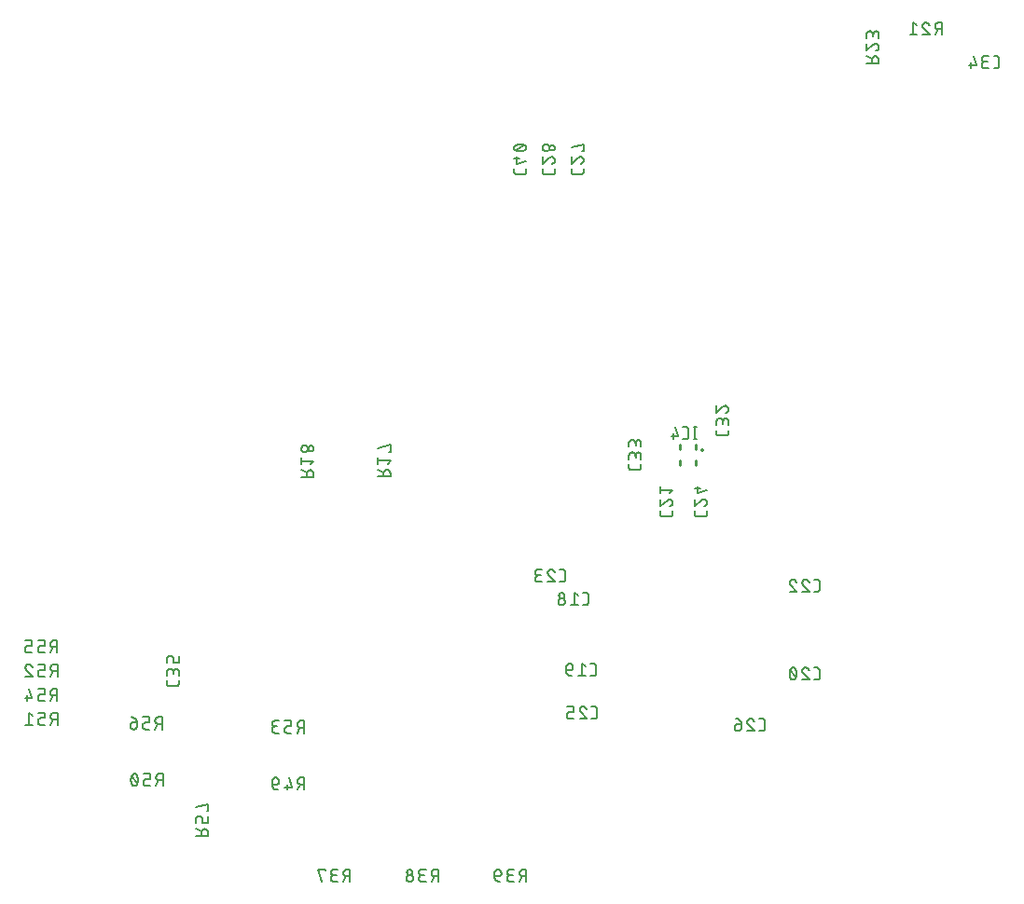
<source format=gbr>
G04 EAGLE Gerber RS-274X export*
G75*
%MOMM*%
%FSLAX34Y34*%
%LPD*%
%INSilkscreen Bottom*%
%IPPOS*%
%AMOC8*
5,1,8,0,0,1.08239X$1,22.5*%
G01*
%ADD10C,0.254000*%
%ADD11C,0.152400*%


D10*
X1073066Y464423D02*
X1073068Y464463D01*
X1073074Y464502D01*
X1073084Y464541D01*
X1073097Y464579D01*
X1073114Y464615D01*
X1073135Y464649D01*
X1073158Y464681D01*
X1073185Y464711D01*
X1073215Y464738D01*
X1073247Y464761D01*
X1073281Y464782D01*
X1073317Y464799D01*
X1073355Y464812D01*
X1073394Y464822D01*
X1073433Y464828D01*
X1073473Y464830D01*
X1073513Y464828D01*
X1073552Y464822D01*
X1073591Y464812D01*
X1073629Y464799D01*
X1073665Y464782D01*
X1073699Y464761D01*
X1073731Y464738D01*
X1073761Y464711D01*
X1073788Y464681D01*
X1073811Y464649D01*
X1073832Y464615D01*
X1073849Y464579D01*
X1073862Y464541D01*
X1073872Y464502D01*
X1073878Y464463D01*
X1073880Y464423D01*
X1073878Y464383D01*
X1073872Y464344D01*
X1073862Y464305D01*
X1073849Y464267D01*
X1073832Y464231D01*
X1073811Y464197D01*
X1073788Y464165D01*
X1073761Y464135D01*
X1073731Y464108D01*
X1073699Y464085D01*
X1073665Y464064D01*
X1073629Y464047D01*
X1073591Y464034D01*
X1073552Y464024D01*
X1073513Y464018D01*
X1073473Y464016D01*
X1073433Y464018D01*
X1073394Y464024D01*
X1073355Y464034D01*
X1073317Y464047D01*
X1073281Y464064D01*
X1073247Y464085D01*
X1073215Y464108D01*
X1073185Y464135D01*
X1073158Y464165D01*
X1073135Y464197D01*
X1073114Y464231D01*
X1073097Y464267D01*
X1073084Y464305D01*
X1073074Y464344D01*
X1073068Y464383D01*
X1073066Y464423D01*
X1053900Y464537D02*
X1053900Y468500D01*
X1053900Y454540D02*
X1053900Y450500D01*
X1067900Y450500D02*
X1067900Y454657D01*
X1067900Y464710D02*
X1067900Y468500D01*
D11*
X1067509Y473612D02*
X1067509Y484788D01*
X1068751Y473612D02*
X1066267Y473612D01*
X1066267Y484788D02*
X1068751Y484788D01*
X1059028Y473612D02*
X1056544Y473612D01*
X1059028Y473612D02*
X1059126Y473614D01*
X1059223Y473620D01*
X1059320Y473629D01*
X1059417Y473643D01*
X1059513Y473660D01*
X1059608Y473681D01*
X1059702Y473705D01*
X1059796Y473734D01*
X1059888Y473766D01*
X1059979Y473801D01*
X1060068Y473840D01*
X1060156Y473883D01*
X1060242Y473929D01*
X1060326Y473978D01*
X1060408Y474031D01*
X1060488Y474086D01*
X1060566Y474145D01*
X1060641Y474207D01*
X1060714Y474272D01*
X1060784Y474340D01*
X1060852Y474410D01*
X1060917Y474483D01*
X1060979Y474558D01*
X1061038Y474636D01*
X1061093Y474716D01*
X1061146Y474798D01*
X1061195Y474882D01*
X1061241Y474968D01*
X1061284Y475056D01*
X1061323Y475145D01*
X1061358Y475236D01*
X1061390Y475328D01*
X1061419Y475422D01*
X1061443Y475516D01*
X1061464Y475611D01*
X1061481Y475707D01*
X1061495Y475804D01*
X1061504Y475901D01*
X1061510Y475999D01*
X1061512Y476096D01*
X1061511Y476096D02*
X1061511Y482304D01*
X1061512Y482304D02*
X1061510Y482402D01*
X1061504Y482499D01*
X1061495Y482596D01*
X1061481Y482693D01*
X1061464Y482789D01*
X1061443Y482884D01*
X1061419Y482978D01*
X1061390Y483072D01*
X1061358Y483164D01*
X1061323Y483255D01*
X1061284Y483344D01*
X1061241Y483432D01*
X1061195Y483518D01*
X1061146Y483602D01*
X1061093Y483684D01*
X1061038Y483764D01*
X1060979Y483842D01*
X1060917Y483917D01*
X1060852Y483990D01*
X1060784Y484060D01*
X1060714Y484128D01*
X1060641Y484193D01*
X1060566Y484255D01*
X1060488Y484314D01*
X1060408Y484369D01*
X1060326Y484422D01*
X1060242Y484471D01*
X1060156Y484517D01*
X1060068Y484560D01*
X1059979Y484599D01*
X1059888Y484634D01*
X1059796Y484666D01*
X1059702Y484695D01*
X1059608Y484719D01*
X1059513Y484740D01*
X1059417Y484757D01*
X1059320Y484771D01*
X1059223Y484780D01*
X1059126Y484786D01*
X1059028Y484788D01*
X1056544Y484788D01*
X1049461Y484788D02*
X1051945Y476096D01*
X1045736Y476096D01*
X1047598Y478579D02*
X1047598Y473612D01*
X968104Y323112D02*
X965621Y323112D01*
X968104Y323112D02*
X968202Y323114D01*
X968299Y323120D01*
X968396Y323129D01*
X968493Y323143D01*
X968589Y323160D01*
X968684Y323181D01*
X968778Y323205D01*
X968872Y323234D01*
X968964Y323266D01*
X969055Y323301D01*
X969144Y323340D01*
X969232Y323383D01*
X969318Y323429D01*
X969402Y323478D01*
X969484Y323531D01*
X969564Y323586D01*
X969642Y323645D01*
X969717Y323707D01*
X969790Y323772D01*
X969860Y323840D01*
X969928Y323910D01*
X969993Y323983D01*
X970055Y324058D01*
X970114Y324136D01*
X970169Y324216D01*
X970222Y324298D01*
X970271Y324382D01*
X970317Y324468D01*
X970360Y324556D01*
X970399Y324645D01*
X970434Y324736D01*
X970466Y324828D01*
X970495Y324922D01*
X970519Y325016D01*
X970540Y325111D01*
X970557Y325207D01*
X970571Y325304D01*
X970580Y325401D01*
X970586Y325499D01*
X970588Y325596D01*
X970588Y331804D01*
X970586Y331902D01*
X970580Y331999D01*
X970571Y332096D01*
X970557Y332193D01*
X970540Y332289D01*
X970519Y332384D01*
X970495Y332478D01*
X970466Y332572D01*
X970434Y332664D01*
X970399Y332755D01*
X970360Y332844D01*
X970317Y332932D01*
X970271Y333018D01*
X970222Y333102D01*
X970169Y333184D01*
X970114Y333264D01*
X970055Y333342D01*
X969993Y333417D01*
X969928Y333490D01*
X969860Y333560D01*
X969790Y333628D01*
X969717Y333693D01*
X969642Y333755D01*
X969564Y333814D01*
X969484Y333869D01*
X969402Y333922D01*
X969318Y333971D01*
X969232Y334017D01*
X969144Y334060D01*
X969055Y334099D01*
X968964Y334134D01*
X968872Y334166D01*
X968778Y334195D01*
X968684Y334219D01*
X968589Y334240D01*
X968493Y334257D01*
X968396Y334271D01*
X968299Y334280D01*
X968202Y334286D01*
X968104Y334288D01*
X965621Y334288D01*
X961022Y331804D02*
X957917Y334288D01*
X957917Y323112D01*
X954813Y323112D02*
X961022Y323112D01*
X949591Y326216D02*
X949589Y326327D01*
X949583Y326437D01*
X949573Y326548D01*
X949559Y326658D01*
X949542Y326767D01*
X949520Y326876D01*
X949495Y326984D01*
X949465Y327090D01*
X949432Y327196D01*
X949395Y327301D01*
X949355Y327404D01*
X949310Y327505D01*
X949263Y327605D01*
X949211Y327704D01*
X949156Y327800D01*
X949098Y327894D01*
X949037Y327986D01*
X948972Y328076D01*
X948904Y328164D01*
X948833Y328249D01*
X948759Y328331D01*
X948682Y328411D01*
X948602Y328488D01*
X948520Y328562D01*
X948435Y328633D01*
X948347Y328701D01*
X948257Y328766D01*
X948165Y328827D01*
X948071Y328885D01*
X947975Y328940D01*
X947876Y328992D01*
X947776Y329039D01*
X947675Y329084D01*
X947572Y329124D01*
X947467Y329161D01*
X947361Y329194D01*
X947255Y329224D01*
X947147Y329249D01*
X947038Y329271D01*
X946929Y329288D01*
X946819Y329302D01*
X946708Y329312D01*
X946598Y329318D01*
X946487Y329320D01*
X946376Y329318D01*
X946266Y329312D01*
X946155Y329302D01*
X946045Y329288D01*
X945936Y329271D01*
X945827Y329249D01*
X945719Y329224D01*
X945613Y329194D01*
X945507Y329161D01*
X945402Y329124D01*
X945299Y329084D01*
X945198Y329039D01*
X945098Y328992D01*
X944999Y328940D01*
X944903Y328885D01*
X944809Y328827D01*
X944717Y328766D01*
X944627Y328701D01*
X944539Y328633D01*
X944454Y328562D01*
X944372Y328488D01*
X944292Y328411D01*
X944215Y328331D01*
X944141Y328249D01*
X944070Y328164D01*
X944002Y328076D01*
X943937Y327986D01*
X943876Y327894D01*
X943818Y327800D01*
X943763Y327704D01*
X943711Y327605D01*
X943664Y327505D01*
X943619Y327404D01*
X943579Y327301D01*
X943542Y327196D01*
X943509Y327090D01*
X943479Y326984D01*
X943454Y326876D01*
X943432Y326767D01*
X943415Y326658D01*
X943401Y326548D01*
X943391Y326437D01*
X943385Y326327D01*
X943383Y326216D01*
X943385Y326105D01*
X943391Y325995D01*
X943401Y325884D01*
X943415Y325774D01*
X943432Y325665D01*
X943454Y325556D01*
X943479Y325448D01*
X943509Y325342D01*
X943542Y325236D01*
X943579Y325131D01*
X943619Y325028D01*
X943664Y324927D01*
X943711Y324827D01*
X943763Y324728D01*
X943818Y324632D01*
X943876Y324538D01*
X943937Y324446D01*
X944002Y324356D01*
X944070Y324268D01*
X944141Y324183D01*
X944215Y324101D01*
X944292Y324021D01*
X944372Y323944D01*
X944454Y323870D01*
X944539Y323799D01*
X944627Y323731D01*
X944717Y323666D01*
X944809Y323605D01*
X944903Y323547D01*
X944999Y323492D01*
X945098Y323440D01*
X945198Y323393D01*
X945299Y323348D01*
X945402Y323308D01*
X945507Y323271D01*
X945613Y323238D01*
X945719Y323208D01*
X945827Y323183D01*
X945936Y323161D01*
X946045Y323144D01*
X946155Y323130D01*
X946266Y323120D01*
X946376Y323114D01*
X946487Y323112D01*
X946598Y323114D01*
X946708Y323120D01*
X946819Y323130D01*
X946929Y323144D01*
X947038Y323161D01*
X947147Y323183D01*
X947255Y323208D01*
X947361Y323238D01*
X947467Y323271D01*
X947572Y323308D01*
X947675Y323348D01*
X947776Y323393D01*
X947876Y323440D01*
X947975Y323492D01*
X948071Y323547D01*
X948165Y323605D01*
X948257Y323666D01*
X948347Y323731D01*
X948435Y323799D01*
X948520Y323870D01*
X948602Y323944D01*
X948682Y324021D01*
X948759Y324101D01*
X948833Y324183D01*
X948904Y324268D01*
X948972Y324356D01*
X949037Y324446D01*
X949098Y324538D01*
X949156Y324632D01*
X949211Y324728D01*
X949263Y324827D01*
X949310Y324927D01*
X949355Y325028D01*
X949395Y325131D01*
X949432Y325236D01*
X949465Y325342D01*
X949495Y325448D01*
X949520Y325556D01*
X949542Y325665D01*
X949559Y325774D01*
X949573Y325884D01*
X949583Y325995D01*
X949589Y326105D01*
X949591Y326216D01*
X948971Y331804D02*
X948969Y331903D01*
X948963Y332001D01*
X948953Y332100D01*
X948940Y332197D01*
X948922Y332295D01*
X948901Y332391D01*
X948875Y332487D01*
X948846Y332581D01*
X948814Y332674D01*
X948777Y332766D01*
X948737Y332856D01*
X948693Y332945D01*
X948646Y333032D01*
X948596Y333117D01*
X948542Y333199D01*
X948485Y333280D01*
X948425Y333358D01*
X948361Y333434D01*
X948295Y333507D01*
X948226Y333578D01*
X948154Y333646D01*
X948079Y333710D01*
X948002Y333772D01*
X947923Y333831D01*
X947841Y333886D01*
X947757Y333939D01*
X947672Y333987D01*
X947584Y334033D01*
X947494Y334075D01*
X947403Y334113D01*
X947311Y334147D01*
X947217Y334178D01*
X947122Y334205D01*
X947026Y334229D01*
X946929Y334248D01*
X946832Y334264D01*
X946734Y334276D01*
X946635Y334284D01*
X946536Y334288D01*
X946438Y334288D01*
X946339Y334284D01*
X946240Y334276D01*
X946142Y334264D01*
X946045Y334248D01*
X945948Y334229D01*
X945852Y334205D01*
X945757Y334178D01*
X945663Y334147D01*
X945571Y334113D01*
X945480Y334075D01*
X945390Y334033D01*
X945302Y333987D01*
X945217Y333939D01*
X945133Y333886D01*
X945051Y333831D01*
X944972Y333772D01*
X944895Y333710D01*
X944820Y333646D01*
X944748Y333578D01*
X944679Y333507D01*
X944613Y333434D01*
X944549Y333358D01*
X944489Y333280D01*
X944432Y333199D01*
X944378Y333117D01*
X944328Y333032D01*
X944281Y332945D01*
X944237Y332856D01*
X944197Y332766D01*
X944160Y332674D01*
X944128Y332581D01*
X944099Y332487D01*
X944073Y332391D01*
X944052Y332295D01*
X944034Y332197D01*
X944021Y332100D01*
X944011Y332001D01*
X944005Y331903D01*
X944003Y331804D01*
X944005Y331705D01*
X944011Y331607D01*
X944021Y331508D01*
X944034Y331411D01*
X944052Y331313D01*
X944073Y331217D01*
X944099Y331121D01*
X944128Y331027D01*
X944160Y330934D01*
X944197Y330842D01*
X944237Y330752D01*
X944281Y330663D01*
X944328Y330576D01*
X944378Y330491D01*
X944432Y330409D01*
X944489Y330328D01*
X944549Y330250D01*
X944613Y330174D01*
X944679Y330101D01*
X944748Y330030D01*
X944820Y329962D01*
X944895Y329898D01*
X944972Y329836D01*
X945051Y329777D01*
X945133Y329722D01*
X945217Y329669D01*
X945302Y329621D01*
X945390Y329575D01*
X945480Y329533D01*
X945571Y329495D01*
X945663Y329461D01*
X945757Y329430D01*
X945852Y329403D01*
X945948Y329379D01*
X946045Y329360D01*
X946142Y329344D01*
X946240Y329332D01*
X946339Y329324D01*
X946438Y329320D01*
X946536Y329320D01*
X946635Y329324D01*
X946734Y329332D01*
X946832Y329344D01*
X946929Y329360D01*
X947026Y329379D01*
X947122Y329403D01*
X947217Y329430D01*
X947311Y329461D01*
X947403Y329495D01*
X947494Y329533D01*
X947584Y329575D01*
X947672Y329621D01*
X947757Y329669D01*
X947841Y329722D01*
X947923Y329777D01*
X948002Y329836D01*
X948079Y329898D01*
X948154Y329962D01*
X948226Y330030D01*
X948295Y330101D01*
X948361Y330174D01*
X948425Y330250D01*
X948485Y330328D01*
X948542Y330409D01*
X948596Y330491D01*
X948646Y330576D01*
X948693Y330663D01*
X948737Y330752D01*
X948777Y330842D01*
X948814Y330934D01*
X948846Y331027D01*
X948875Y331121D01*
X948901Y331217D01*
X948922Y331313D01*
X948940Y331411D01*
X948953Y331508D01*
X948963Y331607D01*
X948969Y331705D01*
X948971Y331804D01*
X972650Y258712D02*
X975134Y258712D01*
X975232Y258714D01*
X975329Y258720D01*
X975426Y258729D01*
X975523Y258743D01*
X975619Y258760D01*
X975714Y258781D01*
X975808Y258805D01*
X975902Y258834D01*
X975994Y258866D01*
X976085Y258901D01*
X976174Y258940D01*
X976262Y258983D01*
X976348Y259029D01*
X976432Y259078D01*
X976514Y259131D01*
X976594Y259186D01*
X976672Y259245D01*
X976747Y259307D01*
X976820Y259372D01*
X976890Y259440D01*
X976958Y259510D01*
X977023Y259583D01*
X977085Y259658D01*
X977144Y259736D01*
X977199Y259816D01*
X977252Y259898D01*
X977301Y259982D01*
X977347Y260068D01*
X977390Y260156D01*
X977429Y260245D01*
X977464Y260336D01*
X977496Y260428D01*
X977525Y260522D01*
X977549Y260616D01*
X977570Y260711D01*
X977587Y260807D01*
X977601Y260904D01*
X977610Y261001D01*
X977616Y261099D01*
X977618Y261196D01*
X977617Y261196D02*
X977617Y267404D01*
X977618Y267404D02*
X977616Y267502D01*
X977610Y267599D01*
X977601Y267696D01*
X977587Y267793D01*
X977570Y267889D01*
X977549Y267984D01*
X977525Y268078D01*
X977496Y268172D01*
X977464Y268264D01*
X977429Y268355D01*
X977390Y268444D01*
X977347Y268532D01*
X977301Y268618D01*
X977252Y268702D01*
X977199Y268784D01*
X977144Y268864D01*
X977085Y268942D01*
X977023Y269017D01*
X976958Y269090D01*
X976890Y269160D01*
X976820Y269228D01*
X976747Y269293D01*
X976672Y269355D01*
X976594Y269414D01*
X976514Y269469D01*
X976432Y269522D01*
X976348Y269571D01*
X976262Y269617D01*
X976174Y269660D01*
X976085Y269699D01*
X975994Y269734D01*
X975902Y269766D01*
X975808Y269795D01*
X975714Y269819D01*
X975619Y269840D01*
X975523Y269857D01*
X975426Y269871D01*
X975329Y269880D01*
X975232Y269886D01*
X975134Y269888D01*
X972650Y269888D01*
X968051Y267404D02*
X964946Y269888D01*
X964946Y258712D01*
X961842Y258712D02*
X968051Y258712D01*
X954137Y263679D02*
X950412Y263679D01*
X954137Y263679D02*
X954235Y263681D01*
X954332Y263687D01*
X954429Y263696D01*
X954526Y263710D01*
X954622Y263727D01*
X954717Y263748D01*
X954811Y263772D01*
X954905Y263801D01*
X954997Y263833D01*
X955088Y263868D01*
X955177Y263907D01*
X955265Y263950D01*
X955351Y263996D01*
X955435Y264045D01*
X955517Y264098D01*
X955597Y264153D01*
X955675Y264212D01*
X955750Y264274D01*
X955823Y264339D01*
X955893Y264407D01*
X955961Y264477D01*
X956026Y264550D01*
X956088Y264625D01*
X956147Y264703D01*
X956202Y264783D01*
X956255Y264865D01*
X956304Y264949D01*
X956350Y265035D01*
X956393Y265123D01*
X956432Y265212D01*
X956467Y265303D01*
X956499Y265395D01*
X956528Y265489D01*
X956552Y265583D01*
X956573Y265678D01*
X956590Y265774D01*
X956604Y265871D01*
X956613Y265968D01*
X956619Y266066D01*
X956621Y266163D01*
X956621Y266784D01*
X956620Y266784D02*
X956618Y266895D01*
X956612Y267005D01*
X956602Y267116D01*
X956588Y267226D01*
X956571Y267335D01*
X956549Y267444D01*
X956524Y267552D01*
X956494Y267658D01*
X956461Y267764D01*
X956424Y267869D01*
X956384Y267972D01*
X956339Y268073D01*
X956292Y268173D01*
X956240Y268272D01*
X956185Y268368D01*
X956127Y268462D01*
X956066Y268554D01*
X956001Y268644D01*
X955933Y268732D01*
X955862Y268817D01*
X955788Y268899D01*
X955711Y268979D01*
X955631Y269056D01*
X955549Y269130D01*
X955464Y269201D01*
X955376Y269269D01*
X955286Y269334D01*
X955194Y269395D01*
X955100Y269453D01*
X955004Y269508D01*
X954905Y269560D01*
X954805Y269607D01*
X954704Y269652D01*
X954601Y269692D01*
X954496Y269729D01*
X954390Y269762D01*
X954284Y269792D01*
X954176Y269817D01*
X954067Y269839D01*
X953958Y269856D01*
X953848Y269870D01*
X953737Y269880D01*
X953627Y269886D01*
X953516Y269888D01*
X953405Y269886D01*
X953295Y269880D01*
X953184Y269870D01*
X953074Y269856D01*
X952965Y269839D01*
X952856Y269817D01*
X952748Y269792D01*
X952642Y269762D01*
X952536Y269729D01*
X952431Y269692D01*
X952328Y269652D01*
X952227Y269607D01*
X952127Y269560D01*
X952028Y269508D01*
X951932Y269453D01*
X951838Y269395D01*
X951746Y269334D01*
X951656Y269269D01*
X951568Y269201D01*
X951483Y269130D01*
X951401Y269056D01*
X951321Y268979D01*
X951244Y268899D01*
X951170Y268817D01*
X951099Y268732D01*
X951031Y268644D01*
X950966Y268554D01*
X950905Y268462D01*
X950847Y268368D01*
X950792Y268272D01*
X950740Y268173D01*
X950693Y268073D01*
X950648Y267972D01*
X950608Y267869D01*
X950571Y267764D01*
X950538Y267658D01*
X950508Y267552D01*
X950483Y267444D01*
X950461Y267335D01*
X950444Y267226D01*
X950430Y267116D01*
X950420Y267005D01*
X950414Y266895D01*
X950412Y266784D01*
X950412Y263679D01*
X950414Y263540D01*
X950420Y263400D01*
X950430Y263262D01*
X950443Y263123D01*
X950461Y262985D01*
X950482Y262847D01*
X950507Y262710D01*
X950537Y262574D01*
X950569Y262438D01*
X950606Y262304D01*
X950647Y262171D01*
X950691Y262039D01*
X950739Y261908D01*
X950790Y261778D01*
X950845Y261650D01*
X950904Y261524D01*
X950966Y261399D01*
X951032Y261276D01*
X951101Y261155D01*
X951173Y261036D01*
X951249Y260919D01*
X951328Y260805D01*
X951410Y260692D01*
X951496Y260582D01*
X951584Y260474D01*
X951675Y260369D01*
X951770Y260267D01*
X951867Y260167D01*
X951967Y260070D01*
X952069Y259975D01*
X952174Y259884D01*
X952282Y259796D01*
X952392Y259710D01*
X952505Y259628D01*
X952619Y259549D01*
X952736Y259473D01*
X952855Y259401D01*
X952976Y259332D01*
X953099Y259266D01*
X953224Y259204D01*
X953350Y259145D01*
X953478Y259090D01*
X953608Y259039D01*
X953739Y258991D01*
X953871Y258947D01*
X954004Y258906D01*
X954138Y258869D01*
X954274Y258837D01*
X954410Y258807D01*
X954547Y258782D01*
X954685Y258761D01*
X954823Y258743D01*
X954962Y258730D01*
X955100Y258720D01*
X955240Y258714D01*
X955379Y258712D01*
X1175621Y255112D02*
X1178104Y255112D01*
X1178202Y255114D01*
X1178299Y255120D01*
X1178396Y255129D01*
X1178493Y255143D01*
X1178589Y255160D01*
X1178684Y255181D01*
X1178778Y255205D01*
X1178872Y255234D01*
X1178964Y255266D01*
X1179055Y255301D01*
X1179144Y255340D01*
X1179232Y255383D01*
X1179318Y255429D01*
X1179402Y255478D01*
X1179484Y255531D01*
X1179564Y255586D01*
X1179642Y255645D01*
X1179717Y255707D01*
X1179790Y255772D01*
X1179860Y255840D01*
X1179928Y255910D01*
X1179993Y255983D01*
X1180055Y256058D01*
X1180114Y256136D01*
X1180169Y256216D01*
X1180222Y256298D01*
X1180271Y256382D01*
X1180317Y256468D01*
X1180360Y256556D01*
X1180399Y256645D01*
X1180434Y256736D01*
X1180466Y256828D01*
X1180495Y256922D01*
X1180519Y257016D01*
X1180540Y257111D01*
X1180557Y257207D01*
X1180571Y257304D01*
X1180580Y257401D01*
X1180586Y257499D01*
X1180588Y257596D01*
X1180588Y263804D01*
X1180586Y263902D01*
X1180580Y263999D01*
X1180571Y264096D01*
X1180557Y264193D01*
X1180540Y264289D01*
X1180519Y264384D01*
X1180495Y264478D01*
X1180466Y264572D01*
X1180434Y264664D01*
X1180399Y264755D01*
X1180360Y264844D01*
X1180317Y264932D01*
X1180271Y265018D01*
X1180222Y265102D01*
X1180169Y265184D01*
X1180114Y265264D01*
X1180055Y265342D01*
X1179993Y265417D01*
X1179928Y265490D01*
X1179860Y265560D01*
X1179790Y265628D01*
X1179717Y265693D01*
X1179642Y265755D01*
X1179564Y265814D01*
X1179484Y265869D01*
X1179402Y265922D01*
X1179318Y265971D01*
X1179232Y266017D01*
X1179144Y266060D01*
X1179055Y266099D01*
X1178964Y266134D01*
X1178872Y266166D01*
X1178778Y266195D01*
X1178684Y266219D01*
X1178589Y266240D01*
X1178493Y266257D01*
X1178396Y266271D01*
X1178299Y266280D01*
X1178202Y266286D01*
X1178104Y266288D01*
X1175621Y266288D01*
X1167607Y266288D02*
X1167503Y266286D01*
X1167398Y266280D01*
X1167294Y266270D01*
X1167191Y266257D01*
X1167088Y266239D01*
X1166985Y266218D01*
X1166884Y266193D01*
X1166783Y266164D01*
X1166684Y266131D01*
X1166586Y266095D01*
X1166490Y266055D01*
X1166395Y266011D01*
X1166301Y265964D01*
X1166210Y265914D01*
X1166121Y265860D01*
X1166033Y265803D01*
X1165948Y265742D01*
X1165865Y265678D01*
X1165785Y265612D01*
X1165707Y265542D01*
X1165631Y265470D01*
X1165559Y265394D01*
X1165489Y265316D01*
X1165423Y265236D01*
X1165359Y265153D01*
X1165298Y265068D01*
X1165241Y264980D01*
X1165187Y264891D01*
X1165137Y264800D01*
X1165090Y264706D01*
X1165046Y264611D01*
X1165006Y264515D01*
X1164970Y264417D01*
X1164937Y264318D01*
X1164908Y264217D01*
X1164883Y264116D01*
X1164862Y264013D01*
X1164844Y263910D01*
X1164831Y263807D01*
X1164821Y263703D01*
X1164815Y263598D01*
X1164813Y263494D01*
X1167607Y266289D02*
X1167726Y266287D01*
X1167844Y266281D01*
X1167963Y266271D01*
X1168081Y266258D01*
X1168198Y266240D01*
X1168315Y266218D01*
X1168431Y266193D01*
X1168546Y266164D01*
X1168661Y266131D01*
X1168774Y266094D01*
X1168885Y266054D01*
X1168996Y266010D01*
X1169104Y265962D01*
X1169211Y265911D01*
X1169317Y265856D01*
X1169420Y265797D01*
X1169522Y265736D01*
X1169621Y265671D01*
X1169719Y265602D01*
X1169813Y265531D01*
X1169906Y265456D01*
X1169996Y265379D01*
X1170083Y265298D01*
X1170168Y265215D01*
X1170250Y265129D01*
X1170329Y265040D01*
X1170405Y264949D01*
X1170478Y264855D01*
X1170547Y264759D01*
X1170614Y264660D01*
X1170677Y264560D01*
X1170737Y264457D01*
X1170794Y264353D01*
X1170846Y264246D01*
X1170896Y264138D01*
X1170942Y264029D01*
X1170984Y263917D01*
X1171022Y263805D01*
X1165744Y261321D02*
X1165669Y261395D01*
X1165597Y261472D01*
X1165527Y261551D01*
X1165460Y261633D01*
X1165396Y261717D01*
X1165335Y261803D01*
X1165277Y261891D01*
X1165222Y261982D01*
X1165170Y262074D01*
X1165122Y262168D01*
X1165077Y262263D01*
X1165035Y262361D01*
X1164997Y262459D01*
X1164962Y262559D01*
X1164931Y262660D01*
X1164904Y262762D01*
X1164880Y262865D01*
X1164859Y262968D01*
X1164843Y263073D01*
X1164830Y263178D01*
X1164820Y263283D01*
X1164815Y263388D01*
X1164813Y263494D01*
X1165744Y261321D02*
X1171022Y255112D01*
X1164813Y255112D01*
X1159592Y260700D02*
X1159589Y260920D01*
X1159582Y261140D01*
X1159568Y261359D01*
X1159550Y261578D01*
X1159526Y261797D01*
X1159498Y262015D01*
X1159464Y262232D01*
X1159425Y262448D01*
X1159380Y262664D01*
X1159331Y262878D01*
X1159276Y263091D01*
X1159217Y263303D01*
X1159152Y263513D01*
X1159082Y263721D01*
X1159008Y263928D01*
X1158928Y264133D01*
X1158844Y264336D01*
X1158755Y264537D01*
X1158661Y264736D01*
X1158660Y264736D02*
X1158627Y264825D01*
X1158591Y264913D01*
X1158551Y264999D01*
X1158508Y265084D01*
X1158461Y265166D01*
X1158410Y265247D01*
X1158357Y265325D01*
X1158300Y265401D01*
X1158240Y265475D01*
X1158177Y265546D01*
X1158112Y265615D01*
X1158043Y265681D01*
X1157972Y265743D01*
X1157898Y265803D01*
X1157822Y265860D01*
X1157744Y265914D01*
X1157663Y265964D01*
X1157581Y266011D01*
X1157496Y266054D01*
X1157410Y266094D01*
X1157322Y266131D01*
X1157233Y266163D01*
X1157143Y266192D01*
X1157051Y266218D01*
X1156959Y266239D01*
X1156865Y266257D01*
X1156771Y266270D01*
X1156677Y266280D01*
X1156582Y266286D01*
X1156487Y266288D01*
X1156392Y266286D01*
X1156297Y266280D01*
X1156203Y266270D01*
X1156109Y266257D01*
X1156015Y266239D01*
X1155923Y266218D01*
X1155831Y266192D01*
X1155741Y266163D01*
X1155652Y266131D01*
X1155564Y266094D01*
X1155478Y266054D01*
X1155393Y266011D01*
X1155311Y265964D01*
X1155230Y265914D01*
X1155152Y265860D01*
X1155076Y265803D01*
X1155002Y265743D01*
X1154931Y265681D01*
X1154862Y265615D01*
X1154797Y265546D01*
X1154734Y265475D01*
X1154674Y265401D01*
X1154617Y265325D01*
X1154564Y265247D01*
X1154513Y265166D01*
X1154466Y265084D01*
X1154423Y264999D01*
X1154383Y264913D01*
X1154347Y264825D01*
X1154314Y264736D01*
X1154313Y264736D02*
X1154219Y264537D01*
X1154130Y264336D01*
X1154046Y264133D01*
X1153966Y263928D01*
X1153892Y263721D01*
X1153822Y263513D01*
X1153757Y263303D01*
X1153698Y263091D01*
X1153643Y262878D01*
X1153594Y262664D01*
X1153549Y262448D01*
X1153510Y262232D01*
X1153476Y262015D01*
X1153448Y261797D01*
X1153424Y261578D01*
X1153406Y261359D01*
X1153392Y261140D01*
X1153385Y260920D01*
X1153382Y260700D01*
X1159591Y260700D02*
X1159588Y260480D01*
X1159581Y260260D01*
X1159567Y260041D01*
X1159549Y259822D01*
X1159525Y259603D01*
X1159497Y259385D01*
X1159463Y259168D01*
X1159424Y258952D01*
X1159379Y258736D01*
X1159330Y258522D01*
X1159275Y258309D01*
X1159216Y258098D01*
X1159151Y257887D01*
X1159081Y257679D01*
X1159007Y257472D01*
X1158927Y257267D01*
X1158843Y257064D01*
X1158754Y256863D01*
X1158660Y256664D01*
X1158627Y256575D01*
X1158591Y256487D01*
X1158551Y256401D01*
X1158508Y256316D01*
X1158461Y256234D01*
X1158410Y256153D01*
X1158357Y256075D01*
X1158300Y255999D01*
X1158240Y255925D01*
X1158177Y255854D01*
X1158112Y255785D01*
X1158043Y255719D01*
X1157972Y255657D01*
X1157898Y255597D01*
X1157822Y255540D01*
X1157744Y255486D01*
X1157663Y255436D01*
X1157581Y255389D01*
X1157496Y255346D01*
X1157410Y255306D01*
X1157322Y255269D01*
X1157233Y255237D01*
X1157143Y255208D01*
X1157051Y255182D01*
X1156959Y255161D01*
X1156865Y255143D01*
X1156771Y255130D01*
X1156677Y255120D01*
X1156582Y255114D01*
X1156487Y255112D01*
X1154313Y256664D02*
X1154219Y256863D01*
X1154130Y257064D01*
X1154046Y257267D01*
X1153966Y257472D01*
X1153892Y257679D01*
X1153822Y257887D01*
X1153757Y258097D01*
X1153698Y258309D01*
X1153643Y258522D01*
X1153594Y258736D01*
X1153549Y258952D01*
X1153510Y259168D01*
X1153476Y259385D01*
X1153448Y259603D01*
X1153424Y259822D01*
X1153406Y260041D01*
X1153392Y260260D01*
X1153385Y260480D01*
X1153382Y260700D01*
X1154314Y256664D02*
X1154347Y256575D01*
X1154383Y256487D01*
X1154423Y256401D01*
X1154466Y256316D01*
X1154513Y256234D01*
X1154564Y256153D01*
X1154617Y256075D01*
X1154674Y255999D01*
X1154734Y255925D01*
X1154797Y255854D01*
X1154862Y255785D01*
X1154931Y255719D01*
X1155002Y255657D01*
X1155076Y255597D01*
X1155152Y255540D01*
X1155230Y255486D01*
X1155311Y255436D01*
X1155393Y255389D01*
X1155478Y255346D01*
X1155564Y255306D01*
X1155652Y255269D01*
X1155741Y255237D01*
X1155831Y255208D01*
X1155923Y255182D01*
X1156015Y255161D01*
X1156109Y255143D01*
X1156203Y255130D01*
X1156297Y255120D01*
X1156392Y255114D01*
X1156487Y255112D01*
X1158971Y257596D02*
X1154004Y263804D01*
X1036112Y405896D02*
X1036112Y408379D01*
X1036112Y405896D02*
X1036114Y405798D01*
X1036120Y405701D01*
X1036129Y405604D01*
X1036143Y405507D01*
X1036160Y405411D01*
X1036181Y405316D01*
X1036205Y405222D01*
X1036234Y405128D01*
X1036266Y405036D01*
X1036301Y404945D01*
X1036340Y404856D01*
X1036383Y404768D01*
X1036429Y404682D01*
X1036478Y404598D01*
X1036531Y404516D01*
X1036586Y404436D01*
X1036645Y404358D01*
X1036707Y404283D01*
X1036772Y404210D01*
X1036840Y404140D01*
X1036910Y404072D01*
X1036983Y404007D01*
X1037058Y403945D01*
X1037136Y403886D01*
X1037216Y403831D01*
X1037298Y403778D01*
X1037382Y403729D01*
X1037468Y403683D01*
X1037556Y403640D01*
X1037645Y403601D01*
X1037736Y403566D01*
X1037828Y403534D01*
X1037922Y403505D01*
X1038016Y403481D01*
X1038111Y403460D01*
X1038207Y403443D01*
X1038304Y403429D01*
X1038401Y403420D01*
X1038498Y403414D01*
X1038596Y403412D01*
X1044804Y403412D01*
X1044902Y403414D01*
X1044999Y403420D01*
X1045096Y403429D01*
X1045193Y403443D01*
X1045289Y403460D01*
X1045384Y403481D01*
X1045478Y403505D01*
X1045572Y403534D01*
X1045664Y403566D01*
X1045755Y403601D01*
X1045844Y403640D01*
X1045932Y403683D01*
X1046018Y403729D01*
X1046102Y403778D01*
X1046184Y403831D01*
X1046264Y403886D01*
X1046342Y403945D01*
X1046417Y404007D01*
X1046490Y404072D01*
X1046560Y404140D01*
X1046628Y404210D01*
X1046693Y404283D01*
X1046755Y404358D01*
X1046814Y404436D01*
X1046869Y404516D01*
X1046922Y404598D01*
X1046971Y404682D01*
X1047017Y404768D01*
X1047060Y404856D01*
X1047099Y404945D01*
X1047134Y405036D01*
X1047166Y405128D01*
X1047195Y405222D01*
X1047219Y405316D01*
X1047240Y405411D01*
X1047257Y405507D01*
X1047271Y405604D01*
X1047280Y405701D01*
X1047286Y405798D01*
X1047288Y405896D01*
X1047288Y408379D01*
X1047288Y416393D02*
X1047286Y416497D01*
X1047280Y416602D01*
X1047270Y416706D01*
X1047257Y416809D01*
X1047239Y416912D01*
X1047218Y417015D01*
X1047193Y417116D01*
X1047164Y417217D01*
X1047131Y417316D01*
X1047095Y417414D01*
X1047055Y417510D01*
X1047011Y417605D01*
X1046964Y417699D01*
X1046914Y417790D01*
X1046860Y417879D01*
X1046803Y417967D01*
X1046742Y418052D01*
X1046678Y418135D01*
X1046612Y418215D01*
X1046542Y418293D01*
X1046470Y418369D01*
X1046394Y418441D01*
X1046316Y418511D01*
X1046236Y418577D01*
X1046153Y418641D01*
X1046068Y418702D01*
X1045980Y418759D01*
X1045891Y418813D01*
X1045800Y418863D01*
X1045706Y418910D01*
X1045611Y418954D01*
X1045515Y418994D01*
X1045417Y419030D01*
X1045318Y419063D01*
X1045217Y419092D01*
X1045116Y419117D01*
X1045013Y419138D01*
X1044910Y419156D01*
X1044807Y419169D01*
X1044703Y419179D01*
X1044598Y419185D01*
X1044494Y419187D01*
X1047289Y416393D02*
X1047287Y416274D01*
X1047281Y416156D01*
X1047271Y416037D01*
X1047258Y415919D01*
X1047240Y415802D01*
X1047218Y415685D01*
X1047193Y415569D01*
X1047164Y415454D01*
X1047131Y415339D01*
X1047094Y415226D01*
X1047054Y415115D01*
X1047010Y415004D01*
X1046962Y414896D01*
X1046911Y414789D01*
X1046856Y414683D01*
X1046797Y414580D01*
X1046736Y414478D01*
X1046671Y414379D01*
X1046602Y414281D01*
X1046531Y414187D01*
X1046456Y414094D01*
X1046379Y414004D01*
X1046298Y413917D01*
X1046215Y413832D01*
X1046129Y413750D01*
X1046040Y413671D01*
X1045949Y413595D01*
X1045855Y413522D01*
X1045759Y413453D01*
X1045660Y413386D01*
X1045560Y413323D01*
X1045457Y413263D01*
X1045353Y413206D01*
X1045246Y413154D01*
X1045138Y413104D01*
X1045029Y413058D01*
X1044917Y413016D01*
X1044805Y412978D01*
X1042321Y418256D02*
X1042395Y418331D01*
X1042472Y418403D01*
X1042551Y418473D01*
X1042633Y418540D01*
X1042717Y418604D01*
X1042803Y418665D01*
X1042891Y418723D01*
X1042982Y418778D01*
X1043074Y418830D01*
X1043168Y418878D01*
X1043263Y418923D01*
X1043361Y418965D01*
X1043459Y419003D01*
X1043559Y419038D01*
X1043660Y419069D01*
X1043762Y419096D01*
X1043865Y419120D01*
X1043968Y419141D01*
X1044073Y419157D01*
X1044178Y419170D01*
X1044283Y419180D01*
X1044388Y419185D01*
X1044494Y419187D01*
X1042321Y418256D02*
X1036112Y412979D01*
X1036112Y419187D01*
X1044804Y424409D02*
X1047288Y427513D01*
X1036112Y427513D01*
X1036112Y424409D02*
X1036112Y430617D01*
X1175621Y335112D02*
X1178104Y335112D01*
X1178202Y335114D01*
X1178299Y335120D01*
X1178396Y335129D01*
X1178493Y335143D01*
X1178589Y335160D01*
X1178684Y335181D01*
X1178778Y335205D01*
X1178872Y335234D01*
X1178964Y335266D01*
X1179055Y335301D01*
X1179144Y335340D01*
X1179232Y335383D01*
X1179318Y335429D01*
X1179402Y335478D01*
X1179484Y335531D01*
X1179564Y335586D01*
X1179642Y335645D01*
X1179717Y335707D01*
X1179790Y335772D01*
X1179860Y335840D01*
X1179928Y335910D01*
X1179993Y335983D01*
X1180055Y336058D01*
X1180114Y336136D01*
X1180169Y336216D01*
X1180222Y336298D01*
X1180271Y336382D01*
X1180317Y336468D01*
X1180360Y336556D01*
X1180399Y336645D01*
X1180434Y336736D01*
X1180466Y336828D01*
X1180495Y336922D01*
X1180519Y337016D01*
X1180540Y337111D01*
X1180557Y337207D01*
X1180571Y337304D01*
X1180580Y337401D01*
X1180586Y337499D01*
X1180588Y337596D01*
X1180588Y343804D01*
X1180586Y343902D01*
X1180580Y343999D01*
X1180571Y344096D01*
X1180557Y344193D01*
X1180540Y344289D01*
X1180519Y344384D01*
X1180495Y344478D01*
X1180466Y344572D01*
X1180434Y344664D01*
X1180399Y344755D01*
X1180360Y344844D01*
X1180317Y344932D01*
X1180271Y345018D01*
X1180222Y345102D01*
X1180169Y345184D01*
X1180114Y345264D01*
X1180055Y345342D01*
X1179993Y345417D01*
X1179928Y345490D01*
X1179860Y345560D01*
X1179790Y345628D01*
X1179717Y345693D01*
X1179642Y345755D01*
X1179564Y345814D01*
X1179484Y345869D01*
X1179402Y345922D01*
X1179318Y345971D01*
X1179232Y346017D01*
X1179144Y346060D01*
X1179055Y346099D01*
X1178964Y346134D01*
X1178872Y346166D01*
X1178778Y346195D01*
X1178684Y346219D01*
X1178589Y346240D01*
X1178493Y346257D01*
X1178396Y346271D01*
X1178299Y346280D01*
X1178202Y346286D01*
X1178104Y346288D01*
X1175621Y346288D01*
X1167607Y346288D02*
X1167503Y346286D01*
X1167398Y346280D01*
X1167294Y346270D01*
X1167191Y346257D01*
X1167088Y346239D01*
X1166985Y346218D01*
X1166884Y346193D01*
X1166783Y346164D01*
X1166684Y346131D01*
X1166586Y346095D01*
X1166490Y346055D01*
X1166395Y346011D01*
X1166301Y345964D01*
X1166210Y345914D01*
X1166121Y345860D01*
X1166033Y345803D01*
X1165948Y345742D01*
X1165865Y345678D01*
X1165785Y345612D01*
X1165707Y345542D01*
X1165631Y345470D01*
X1165559Y345394D01*
X1165489Y345316D01*
X1165423Y345236D01*
X1165359Y345153D01*
X1165298Y345068D01*
X1165241Y344980D01*
X1165187Y344891D01*
X1165137Y344800D01*
X1165090Y344706D01*
X1165046Y344611D01*
X1165006Y344515D01*
X1164970Y344417D01*
X1164937Y344318D01*
X1164908Y344217D01*
X1164883Y344116D01*
X1164862Y344013D01*
X1164844Y343910D01*
X1164831Y343807D01*
X1164821Y343703D01*
X1164815Y343598D01*
X1164813Y343494D01*
X1167607Y346289D02*
X1167726Y346287D01*
X1167844Y346281D01*
X1167963Y346271D01*
X1168081Y346258D01*
X1168198Y346240D01*
X1168315Y346218D01*
X1168431Y346193D01*
X1168546Y346164D01*
X1168661Y346131D01*
X1168774Y346094D01*
X1168885Y346054D01*
X1168996Y346010D01*
X1169104Y345962D01*
X1169211Y345911D01*
X1169317Y345856D01*
X1169420Y345797D01*
X1169522Y345736D01*
X1169621Y345671D01*
X1169719Y345602D01*
X1169813Y345531D01*
X1169906Y345456D01*
X1169996Y345379D01*
X1170083Y345298D01*
X1170168Y345215D01*
X1170250Y345129D01*
X1170329Y345040D01*
X1170405Y344949D01*
X1170478Y344855D01*
X1170547Y344759D01*
X1170614Y344660D01*
X1170677Y344560D01*
X1170737Y344457D01*
X1170794Y344353D01*
X1170846Y344246D01*
X1170896Y344138D01*
X1170942Y344029D01*
X1170984Y343917D01*
X1171022Y343805D01*
X1165744Y341321D02*
X1165669Y341395D01*
X1165597Y341472D01*
X1165527Y341551D01*
X1165460Y341633D01*
X1165396Y341717D01*
X1165335Y341803D01*
X1165277Y341891D01*
X1165222Y341982D01*
X1165170Y342074D01*
X1165122Y342168D01*
X1165077Y342263D01*
X1165035Y342361D01*
X1164997Y342459D01*
X1164962Y342559D01*
X1164931Y342660D01*
X1164904Y342762D01*
X1164880Y342865D01*
X1164859Y342968D01*
X1164843Y343073D01*
X1164830Y343178D01*
X1164820Y343283D01*
X1164815Y343388D01*
X1164813Y343494D01*
X1165744Y341321D02*
X1171022Y335112D01*
X1164813Y335112D01*
X1156177Y346288D02*
X1156073Y346286D01*
X1155968Y346280D01*
X1155864Y346270D01*
X1155761Y346257D01*
X1155658Y346239D01*
X1155555Y346218D01*
X1155454Y346193D01*
X1155353Y346164D01*
X1155254Y346131D01*
X1155156Y346095D01*
X1155060Y346055D01*
X1154965Y346011D01*
X1154871Y345964D01*
X1154780Y345914D01*
X1154691Y345860D01*
X1154603Y345803D01*
X1154518Y345742D01*
X1154435Y345678D01*
X1154355Y345612D01*
X1154277Y345542D01*
X1154201Y345470D01*
X1154129Y345394D01*
X1154059Y345316D01*
X1153993Y345236D01*
X1153929Y345153D01*
X1153868Y345068D01*
X1153811Y344980D01*
X1153757Y344891D01*
X1153707Y344800D01*
X1153660Y344706D01*
X1153616Y344611D01*
X1153576Y344515D01*
X1153540Y344417D01*
X1153507Y344318D01*
X1153478Y344217D01*
X1153453Y344116D01*
X1153432Y344013D01*
X1153414Y343910D01*
X1153401Y343807D01*
X1153391Y343703D01*
X1153385Y343598D01*
X1153383Y343494D01*
X1156177Y346289D02*
X1156296Y346287D01*
X1156414Y346281D01*
X1156533Y346271D01*
X1156651Y346258D01*
X1156768Y346240D01*
X1156885Y346218D01*
X1157001Y346193D01*
X1157116Y346164D01*
X1157231Y346131D01*
X1157344Y346094D01*
X1157455Y346054D01*
X1157566Y346010D01*
X1157674Y345962D01*
X1157781Y345911D01*
X1157887Y345856D01*
X1157990Y345797D01*
X1158092Y345736D01*
X1158191Y345671D01*
X1158289Y345602D01*
X1158383Y345531D01*
X1158476Y345456D01*
X1158566Y345379D01*
X1158653Y345298D01*
X1158738Y345215D01*
X1158820Y345129D01*
X1158899Y345040D01*
X1158975Y344949D01*
X1159048Y344855D01*
X1159117Y344759D01*
X1159184Y344660D01*
X1159247Y344560D01*
X1159307Y344457D01*
X1159364Y344353D01*
X1159416Y344246D01*
X1159466Y344138D01*
X1159512Y344029D01*
X1159554Y343917D01*
X1159592Y343805D01*
X1154314Y341321D02*
X1154239Y341395D01*
X1154167Y341472D01*
X1154097Y341551D01*
X1154030Y341633D01*
X1153966Y341717D01*
X1153905Y341803D01*
X1153847Y341891D01*
X1153792Y341982D01*
X1153740Y342074D01*
X1153692Y342168D01*
X1153647Y342263D01*
X1153605Y342361D01*
X1153567Y342459D01*
X1153532Y342559D01*
X1153501Y342660D01*
X1153474Y342762D01*
X1153450Y342865D01*
X1153429Y342968D01*
X1153413Y343073D01*
X1153400Y343178D01*
X1153390Y343283D01*
X1153385Y343388D01*
X1153383Y343494D01*
X1154314Y341321D02*
X1159592Y335112D01*
X1153383Y335112D01*
X947104Y344112D02*
X944621Y344112D01*
X947104Y344112D02*
X947202Y344114D01*
X947299Y344120D01*
X947396Y344129D01*
X947493Y344143D01*
X947589Y344160D01*
X947684Y344181D01*
X947778Y344205D01*
X947872Y344234D01*
X947964Y344266D01*
X948055Y344301D01*
X948144Y344340D01*
X948232Y344383D01*
X948318Y344429D01*
X948402Y344478D01*
X948484Y344531D01*
X948564Y344586D01*
X948642Y344645D01*
X948717Y344707D01*
X948790Y344772D01*
X948860Y344840D01*
X948928Y344910D01*
X948993Y344983D01*
X949055Y345058D01*
X949114Y345136D01*
X949169Y345216D01*
X949222Y345298D01*
X949271Y345382D01*
X949317Y345468D01*
X949360Y345556D01*
X949399Y345645D01*
X949434Y345736D01*
X949466Y345828D01*
X949495Y345922D01*
X949519Y346016D01*
X949540Y346111D01*
X949557Y346207D01*
X949571Y346304D01*
X949580Y346401D01*
X949586Y346499D01*
X949588Y346596D01*
X949588Y352804D01*
X949586Y352902D01*
X949580Y352999D01*
X949571Y353096D01*
X949557Y353193D01*
X949540Y353289D01*
X949519Y353384D01*
X949495Y353478D01*
X949466Y353572D01*
X949434Y353664D01*
X949399Y353755D01*
X949360Y353844D01*
X949317Y353932D01*
X949271Y354018D01*
X949222Y354102D01*
X949169Y354184D01*
X949114Y354264D01*
X949055Y354342D01*
X948993Y354417D01*
X948928Y354490D01*
X948860Y354560D01*
X948790Y354628D01*
X948717Y354693D01*
X948642Y354755D01*
X948564Y354814D01*
X948484Y354869D01*
X948402Y354922D01*
X948318Y354971D01*
X948232Y355017D01*
X948144Y355060D01*
X948055Y355099D01*
X947964Y355134D01*
X947872Y355166D01*
X947778Y355195D01*
X947684Y355219D01*
X947589Y355240D01*
X947493Y355257D01*
X947396Y355271D01*
X947299Y355280D01*
X947202Y355286D01*
X947104Y355288D01*
X944621Y355288D01*
X936607Y355288D02*
X936503Y355286D01*
X936398Y355280D01*
X936294Y355270D01*
X936191Y355257D01*
X936088Y355239D01*
X935985Y355218D01*
X935884Y355193D01*
X935783Y355164D01*
X935684Y355131D01*
X935586Y355095D01*
X935490Y355055D01*
X935395Y355011D01*
X935301Y354964D01*
X935210Y354914D01*
X935121Y354860D01*
X935033Y354803D01*
X934948Y354742D01*
X934865Y354678D01*
X934785Y354612D01*
X934707Y354542D01*
X934631Y354470D01*
X934559Y354394D01*
X934489Y354316D01*
X934423Y354236D01*
X934359Y354153D01*
X934298Y354068D01*
X934241Y353980D01*
X934187Y353891D01*
X934137Y353800D01*
X934090Y353706D01*
X934046Y353611D01*
X934006Y353515D01*
X933970Y353417D01*
X933937Y353318D01*
X933908Y353217D01*
X933883Y353116D01*
X933862Y353013D01*
X933844Y352910D01*
X933831Y352807D01*
X933821Y352703D01*
X933815Y352598D01*
X933813Y352494D01*
X936607Y355289D02*
X936726Y355287D01*
X936844Y355281D01*
X936963Y355271D01*
X937081Y355258D01*
X937198Y355240D01*
X937315Y355218D01*
X937431Y355193D01*
X937546Y355164D01*
X937661Y355131D01*
X937774Y355094D01*
X937885Y355054D01*
X937996Y355010D01*
X938104Y354962D01*
X938211Y354911D01*
X938317Y354856D01*
X938420Y354797D01*
X938522Y354736D01*
X938621Y354671D01*
X938719Y354602D01*
X938813Y354531D01*
X938906Y354456D01*
X938996Y354379D01*
X939083Y354298D01*
X939168Y354215D01*
X939250Y354129D01*
X939329Y354040D01*
X939405Y353949D01*
X939478Y353855D01*
X939547Y353759D01*
X939614Y353660D01*
X939677Y353560D01*
X939737Y353457D01*
X939794Y353353D01*
X939846Y353246D01*
X939896Y353138D01*
X939942Y353029D01*
X939984Y352917D01*
X940022Y352805D01*
X934744Y350321D02*
X934669Y350395D01*
X934597Y350472D01*
X934527Y350551D01*
X934460Y350633D01*
X934396Y350717D01*
X934335Y350803D01*
X934277Y350891D01*
X934222Y350982D01*
X934170Y351074D01*
X934122Y351168D01*
X934077Y351263D01*
X934035Y351361D01*
X933997Y351459D01*
X933962Y351559D01*
X933931Y351660D01*
X933904Y351762D01*
X933880Y351865D01*
X933859Y351968D01*
X933843Y352073D01*
X933830Y352178D01*
X933820Y352283D01*
X933815Y352388D01*
X933813Y352494D01*
X934744Y350321D02*
X940022Y344112D01*
X933813Y344112D01*
X928592Y344112D02*
X925487Y344112D01*
X925376Y344114D01*
X925266Y344120D01*
X925155Y344130D01*
X925045Y344144D01*
X924936Y344161D01*
X924827Y344183D01*
X924719Y344208D01*
X924613Y344238D01*
X924507Y344271D01*
X924402Y344308D01*
X924299Y344348D01*
X924198Y344393D01*
X924098Y344440D01*
X923999Y344492D01*
X923903Y344547D01*
X923809Y344605D01*
X923717Y344666D01*
X923627Y344731D01*
X923539Y344799D01*
X923454Y344870D01*
X923372Y344944D01*
X923292Y345021D01*
X923215Y345101D01*
X923141Y345183D01*
X923070Y345268D01*
X923002Y345356D01*
X922937Y345446D01*
X922876Y345538D01*
X922818Y345632D01*
X922763Y345728D01*
X922711Y345827D01*
X922664Y345927D01*
X922619Y346028D01*
X922579Y346131D01*
X922542Y346236D01*
X922509Y346342D01*
X922479Y346448D01*
X922454Y346556D01*
X922432Y346665D01*
X922415Y346774D01*
X922401Y346884D01*
X922391Y346995D01*
X922385Y347105D01*
X922383Y347216D01*
X922385Y347327D01*
X922391Y347437D01*
X922401Y347548D01*
X922415Y347658D01*
X922432Y347767D01*
X922454Y347876D01*
X922479Y347984D01*
X922509Y348090D01*
X922542Y348196D01*
X922579Y348301D01*
X922619Y348404D01*
X922664Y348505D01*
X922711Y348605D01*
X922763Y348704D01*
X922818Y348800D01*
X922876Y348894D01*
X922937Y348986D01*
X923002Y349076D01*
X923070Y349164D01*
X923141Y349249D01*
X923215Y349331D01*
X923292Y349411D01*
X923372Y349488D01*
X923454Y349562D01*
X923539Y349633D01*
X923627Y349701D01*
X923717Y349766D01*
X923809Y349827D01*
X923903Y349885D01*
X923999Y349940D01*
X924098Y349992D01*
X924198Y350039D01*
X924299Y350084D01*
X924402Y350124D01*
X924507Y350161D01*
X924613Y350194D01*
X924719Y350224D01*
X924827Y350249D01*
X924936Y350271D01*
X925045Y350288D01*
X925155Y350302D01*
X925266Y350312D01*
X925376Y350318D01*
X925487Y350320D01*
X924866Y355288D02*
X928592Y355288D01*
X924866Y355288D02*
X924767Y355286D01*
X924669Y355280D01*
X924570Y355270D01*
X924473Y355257D01*
X924375Y355239D01*
X924279Y355218D01*
X924183Y355192D01*
X924089Y355163D01*
X923996Y355131D01*
X923904Y355094D01*
X923814Y355054D01*
X923725Y355010D01*
X923638Y354963D01*
X923553Y354913D01*
X923471Y354859D01*
X923390Y354802D01*
X923312Y354742D01*
X923236Y354678D01*
X923163Y354612D01*
X923092Y354543D01*
X923024Y354471D01*
X922960Y354396D01*
X922898Y354319D01*
X922839Y354240D01*
X922784Y354158D01*
X922731Y354074D01*
X922683Y353989D01*
X922637Y353901D01*
X922595Y353811D01*
X922557Y353720D01*
X922523Y353628D01*
X922492Y353534D01*
X922465Y353439D01*
X922441Y353343D01*
X922422Y353246D01*
X922406Y353149D01*
X922394Y353051D01*
X922386Y352952D01*
X922382Y352853D01*
X922382Y352755D01*
X922386Y352656D01*
X922394Y352557D01*
X922406Y352459D01*
X922422Y352362D01*
X922441Y352265D01*
X922465Y352169D01*
X922492Y352074D01*
X922523Y351980D01*
X922557Y351888D01*
X922595Y351797D01*
X922637Y351707D01*
X922683Y351619D01*
X922731Y351534D01*
X922784Y351450D01*
X922839Y351368D01*
X922898Y351289D01*
X922960Y351212D01*
X923024Y351137D01*
X923092Y351065D01*
X923163Y350996D01*
X923236Y350930D01*
X923312Y350866D01*
X923390Y350806D01*
X923471Y350749D01*
X923553Y350695D01*
X923638Y350645D01*
X923725Y350598D01*
X923814Y350554D01*
X923904Y350514D01*
X923996Y350477D01*
X924089Y350445D01*
X924183Y350416D01*
X924279Y350390D01*
X924375Y350369D01*
X924473Y350351D01*
X924570Y350338D01*
X924669Y350328D01*
X924767Y350322D01*
X924866Y350320D01*
X924866Y350321D02*
X927350Y350321D01*
X1067112Y405896D02*
X1067112Y408379D01*
X1067112Y405896D02*
X1067114Y405798D01*
X1067120Y405701D01*
X1067129Y405604D01*
X1067143Y405507D01*
X1067160Y405411D01*
X1067181Y405316D01*
X1067205Y405222D01*
X1067234Y405128D01*
X1067266Y405036D01*
X1067301Y404945D01*
X1067340Y404856D01*
X1067383Y404768D01*
X1067429Y404682D01*
X1067478Y404598D01*
X1067531Y404516D01*
X1067586Y404436D01*
X1067645Y404358D01*
X1067707Y404283D01*
X1067772Y404210D01*
X1067840Y404140D01*
X1067910Y404072D01*
X1067983Y404007D01*
X1068058Y403945D01*
X1068136Y403886D01*
X1068216Y403831D01*
X1068298Y403778D01*
X1068382Y403729D01*
X1068468Y403683D01*
X1068556Y403640D01*
X1068645Y403601D01*
X1068736Y403566D01*
X1068828Y403534D01*
X1068922Y403505D01*
X1069016Y403481D01*
X1069111Y403460D01*
X1069207Y403443D01*
X1069304Y403429D01*
X1069401Y403420D01*
X1069498Y403414D01*
X1069596Y403412D01*
X1075804Y403412D01*
X1075902Y403414D01*
X1075999Y403420D01*
X1076096Y403429D01*
X1076193Y403443D01*
X1076289Y403460D01*
X1076384Y403481D01*
X1076478Y403505D01*
X1076572Y403534D01*
X1076664Y403566D01*
X1076755Y403601D01*
X1076844Y403640D01*
X1076932Y403683D01*
X1077018Y403729D01*
X1077102Y403778D01*
X1077184Y403831D01*
X1077264Y403886D01*
X1077342Y403945D01*
X1077417Y404007D01*
X1077490Y404072D01*
X1077560Y404140D01*
X1077628Y404210D01*
X1077693Y404283D01*
X1077755Y404358D01*
X1077814Y404436D01*
X1077869Y404516D01*
X1077922Y404598D01*
X1077971Y404682D01*
X1078017Y404768D01*
X1078060Y404856D01*
X1078099Y404945D01*
X1078134Y405036D01*
X1078166Y405128D01*
X1078195Y405222D01*
X1078219Y405316D01*
X1078240Y405411D01*
X1078257Y405507D01*
X1078271Y405604D01*
X1078280Y405701D01*
X1078286Y405798D01*
X1078288Y405896D01*
X1078288Y408379D01*
X1078288Y416393D02*
X1078286Y416497D01*
X1078280Y416602D01*
X1078270Y416706D01*
X1078257Y416809D01*
X1078239Y416912D01*
X1078218Y417015D01*
X1078193Y417116D01*
X1078164Y417217D01*
X1078131Y417316D01*
X1078095Y417414D01*
X1078055Y417510D01*
X1078011Y417605D01*
X1077964Y417699D01*
X1077914Y417790D01*
X1077860Y417879D01*
X1077803Y417967D01*
X1077742Y418052D01*
X1077678Y418135D01*
X1077612Y418215D01*
X1077542Y418293D01*
X1077470Y418369D01*
X1077394Y418441D01*
X1077316Y418511D01*
X1077236Y418577D01*
X1077153Y418641D01*
X1077068Y418702D01*
X1076980Y418759D01*
X1076891Y418813D01*
X1076800Y418863D01*
X1076706Y418910D01*
X1076611Y418954D01*
X1076515Y418994D01*
X1076417Y419030D01*
X1076318Y419063D01*
X1076217Y419092D01*
X1076116Y419117D01*
X1076013Y419138D01*
X1075910Y419156D01*
X1075807Y419169D01*
X1075703Y419179D01*
X1075598Y419185D01*
X1075494Y419187D01*
X1078289Y416393D02*
X1078287Y416274D01*
X1078281Y416156D01*
X1078271Y416037D01*
X1078258Y415919D01*
X1078240Y415802D01*
X1078218Y415685D01*
X1078193Y415569D01*
X1078164Y415454D01*
X1078131Y415339D01*
X1078094Y415226D01*
X1078054Y415115D01*
X1078010Y415004D01*
X1077962Y414896D01*
X1077911Y414789D01*
X1077856Y414683D01*
X1077797Y414580D01*
X1077736Y414478D01*
X1077671Y414379D01*
X1077602Y414281D01*
X1077531Y414187D01*
X1077456Y414094D01*
X1077379Y414004D01*
X1077298Y413917D01*
X1077215Y413832D01*
X1077129Y413750D01*
X1077040Y413671D01*
X1076949Y413595D01*
X1076855Y413522D01*
X1076759Y413453D01*
X1076660Y413386D01*
X1076560Y413323D01*
X1076457Y413263D01*
X1076353Y413206D01*
X1076246Y413154D01*
X1076138Y413104D01*
X1076029Y413058D01*
X1075917Y413016D01*
X1075805Y412978D01*
X1073321Y418256D02*
X1073395Y418331D01*
X1073472Y418403D01*
X1073551Y418473D01*
X1073633Y418540D01*
X1073717Y418604D01*
X1073803Y418665D01*
X1073891Y418723D01*
X1073982Y418778D01*
X1074074Y418830D01*
X1074168Y418878D01*
X1074263Y418923D01*
X1074361Y418965D01*
X1074459Y419003D01*
X1074559Y419038D01*
X1074660Y419069D01*
X1074762Y419096D01*
X1074865Y419120D01*
X1074968Y419141D01*
X1075073Y419157D01*
X1075178Y419170D01*
X1075283Y419180D01*
X1075388Y419185D01*
X1075494Y419187D01*
X1073321Y418256D02*
X1067112Y412979D01*
X1067112Y419187D01*
X1069596Y424409D02*
X1078288Y426892D01*
X1069596Y424409D02*
X1069596Y430617D01*
X1072079Y428755D02*
X1067112Y428755D01*
X976134Y219712D02*
X973650Y219712D01*
X976134Y219712D02*
X976232Y219714D01*
X976329Y219720D01*
X976426Y219729D01*
X976523Y219743D01*
X976619Y219760D01*
X976714Y219781D01*
X976808Y219805D01*
X976902Y219834D01*
X976994Y219866D01*
X977085Y219901D01*
X977174Y219940D01*
X977262Y219983D01*
X977348Y220029D01*
X977432Y220078D01*
X977514Y220131D01*
X977594Y220186D01*
X977672Y220245D01*
X977747Y220307D01*
X977820Y220372D01*
X977890Y220440D01*
X977958Y220510D01*
X978023Y220583D01*
X978085Y220658D01*
X978144Y220736D01*
X978199Y220816D01*
X978252Y220898D01*
X978301Y220982D01*
X978347Y221068D01*
X978390Y221156D01*
X978429Y221245D01*
X978464Y221336D01*
X978496Y221428D01*
X978525Y221522D01*
X978549Y221616D01*
X978570Y221711D01*
X978587Y221807D01*
X978601Y221904D01*
X978610Y222001D01*
X978616Y222099D01*
X978618Y222196D01*
X978617Y222196D02*
X978617Y228404D01*
X978618Y228404D02*
X978616Y228502D01*
X978610Y228599D01*
X978601Y228696D01*
X978587Y228793D01*
X978570Y228889D01*
X978549Y228984D01*
X978525Y229078D01*
X978496Y229172D01*
X978464Y229264D01*
X978429Y229355D01*
X978390Y229444D01*
X978347Y229532D01*
X978301Y229618D01*
X978252Y229702D01*
X978199Y229784D01*
X978144Y229864D01*
X978085Y229942D01*
X978023Y230017D01*
X977958Y230090D01*
X977890Y230160D01*
X977820Y230228D01*
X977747Y230293D01*
X977672Y230355D01*
X977594Y230414D01*
X977514Y230469D01*
X977432Y230522D01*
X977348Y230571D01*
X977262Y230617D01*
X977174Y230660D01*
X977085Y230699D01*
X976994Y230734D01*
X976902Y230766D01*
X976808Y230795D01*
X976714Y230819D01*
X976619Y230840D01*
X976523Y230857D01*
X976426Y230871D01*
X976329Y230880D01*
X976232Y230886D01*
X976134Y230888D01*
X973650Y230888D01*
X965636Y230888D02*
X965532Y230886D01*
X965427Y230880D01*
X965323Y230870D01*
X965220Y230857D01*
X965117Y230839D01*
X965014Y230818D01*
X964913Y230793D01*
X964812Y230764D01*
X964713Y230731D01*
X964615Y230695D01*
X964519Y230655D01*
X964424Y230611D01*
X964330Y230564D01*
X964239Y230514D01*
X964150Y230460D01*
X964062Y230403D01*
X963977Y230342D01*
X963894Y230278D01*
X963814Y230212D01*
X963736Y230142D01*
X963660Y230070D01*
X963588Y229994D01*
X963518Y229916D01*
X963452Y229836D01*
X963388Y229753D01*
X963327Y229668D01*
X963270Y229580D01*
X963216Y229491D01*
X963166Y229400D01*
X963119Y229306D01*
X963075Y229211D01*
X963035Y229115D01*
X962999Y229017D01*
X962966Y228918D01*
X962937Y228817D01*
X962912Y228716D01*
X962891Y228613D01*
X962873Y228510D01*
X962860Y228407D01*
X962850Y228303D01*
X962844Y228198D01*
X962842Y228094D01*
X965636Y230889D02*
X965755Y230887D01*
X965873Y230881D01*
X965992Y230871D01*
X966110Y230858D01*
X966227Y230840D01*
X966344Y230818D01*
X966460Y230793D01*
X966575Y230764D01*
X966690Y230731D01*
X966803Y230694D01*
X966914Y230654D01*
X967025Y230610D01*
X967133Y230562D01*
X967240Y230511D01*
X967346Y230456D01*
X967449Y230397D01*
X967551Y230336D01*
X967650Y230271D01*
X967748Y230202D01*
X967842Y230131D01*
X967935Y230056D01*
X968025Y229979D01*
X968112Y229898D01*
X968197Y229815D01*
X968279Y229729D01*
X968358Y229640D01*
X968434Y229549D01*
X968507Y229455D01*
X968576Y229359D01*
X968643Y229260D01*
X968706Y229160D01*
X968766Y229057D01*
X968823Y228953D01*
X968875Y228846D01*
X968925Y228738D01*
X968971Y228629D01*
X969013Y228517D01*
X969051Y228405D01*
X963773Y225921D02*
X963698Y225995D01*
X963626Y226072D01*
X963556Y226151D01*
X963489Y226233D01*
X963425Y226317D01*
X963364Y226403D01*
X963306Y226491D01*
X963251Y226582D01*
X963199Y226674D01*
X963151Y226768D01*
X963106Y226863D01*
X963064Y226961D01*
X963026Y227059D01*
X962991Y227159D01*
X962960Y227260D01*
X962933Y227362D01*
X962909Y227465D01*
X962888Y227568D01*
X962872Y227673D01*
X962859Y227778D01*
X962849Y227883D01*
X962844Y227988D01*
X962842Y228094D01*
X963773Y225921D02*
X969051Y219712D01*
X962842Y219712D01*
X957621Y219712D02*
X953896Y219712D01*
X953798Y219714D01*
X953701Y219720D01*
X953604Y219729D01*
X953507Y219743D01*
X953411Y219760D01*
X953316Y219781D01*
X953222Y219805D01*
X953128Y219834D01*
X953036Y219866D01*
X952945Y219901D01*
X952856Y219940D01*
X952768Y219983D01*
X952682Y220029D01*
X952598Y220078D01*
X952516Y220131D01*
X952436Y220186D01*
X952358Y220245D01*
X952283Y220307D01*
X952210Y220372D01*
X952140Y220440D01*
X952072Y220510D01*
X952007Y220583D01*
X951945Y220658D01*
X951886Y220736D01*
X951831Y220816D01*
X951778Y220898D01*
X951729Y220982D01*
X951683Y221068D01*
X951640Y221156D01*
X951601Y221245D01*
X951566Y221336D01*
X951534Y221428D01*
X951505Y221522D01*
X951481Y221616D01*
X951460Y221711D01*
X951443Y221807D01*
X951429Y221904D01*
X951420Y222001D01*
X951414Y222098D01*
X951412Y222196D01*
X951412Y223437D01*
X951414Y223535D01*
X951420Y223632D01*
X951429Y223729D01*
X951443Y223826D01*
X951460Y223922D01*
X951481Y224017D01*
X951505Y224111D01*
X951534Y224205D01*
X951566Y224297D01*
X951601Y224388D01*
X951640Y224477D01*
X951683Y224565D01*
X951729Y224651D01*
X951778Y224735D01*
X951831Y224817D01*
X951886Y224897D01*
X951945Y224975D01*
X952007Y225050D01*
X952072Y225123D01*
X952140Y225193D01*
X952210Y225261D01*
X952283Y225326D01*
X952358Y225388D01*
X952436Y225447D01*
X952516Y225502D01*
X952598Y225555D01*
X952682Y225604D01*
X952768Y225650D01*
X952856Y225693D01*
X952945Y225732D01*
X953036Y225767D01*
X953128Y225799D01*
X953222Y225828D01*
X953316Y225852D01*
X953411Y225873D01*
X953507Y225890D01*
X953604Y225904D01*
X953701Y225913D01*
X953798Y225919D01*
X953896Y225921D01*
X957621Y225921D01*
X957621Y230888D01*
X951412Y230888D01*
X1125650Y208712D02*
X1128134Y208712D01*
X1128232Y208714D01*
X1128329Y208720D01*
X1128426Y208729D01*
X1128523Y208743D01*
X1128619Y208760D01*
X1128714Y208781D01*
X1128808Y208805D01*
X1128902Y208834D01*
X1128994Y208866D01*
X1129085Y208901D01*
X1129174Y208940D01*
X1129262Y208983D01*
X1129348Y209029D01*
X1129432Y209078D01*
X1129514Y209131D01*
X1129594Y209186D01*
X1129672Y209245D01*
X1129747Y209307D01*
X1129820Y209372D01*
X1129890Y209440D01*
X1129958Y209510D01*
X1130023Y209583D01*
X1130085Y209658D01*
X1130144Y209736D01*
X1130199Y209816D01*
X1130252Y209898D01*
X1130301Y209982D01*
X1130347Y210068D01*
X1130390Y210156D01*
X1130429Y210245D01*
X1130464Y210336D01*
X1130496Y210428D01*
X1130525Y210522D01*
X1130549Y210616D01*
X1130570Y210711D01*
X1130587Y210807D01*
X1130601Y210904D01*
X1130610Y211001D01*
X1130616Y211099D01*
X1130618Y211196D01*
X1130617Y211196D02*
X1130617Y217404D01*
X1130618Y217404D02*
X1130616Y217502D01*
X1130610Y217599D01*
X1130601Y217696D01*
X1130587Y217793D01*
X1130570Y217889D01*
X1130549Y217984D01*
X1130525Y218078D01*
X1130496Y218172D01*
X1130464Y218264D01*
X1130429Y218355D01*
X1130390Y218444D01*
X1130347Y218532D01*
X1130301Y218618D01*
X1130252Y218702D01*
X1130199Y218784D01*
X1130144Y218864D01*
X1130085Y218942D01*
X1130023Y219017D01*
X1129958Y219090D01*
X1129890Y219160D01*
X1129820Y219228D01*
X1129747Y219293D01*
X1129672Y219355D01*
X1129594Y219414D01*
X1129514Y219469D01*
X1129432Y219522D01*
X1129348Y219571D01*
X1129262Y219617D01*
X1129174Y219660D01*
X1129085Y219699D01*
X1128994Y219734D01*
X1128902Y219766D01*
X1128808Y219795D01*
X1128714Y219819D01*
X1128619Y219840D01*
X1128523Y219857D01*
X1128426Y219871D01*
X1128329Y219880D01*
X1128232Y219886D01*
X1128134Y219888D01*
X1125650Y219888D01*
X1117636Y219888D02*
X1117532Y219886D01*
X1117427Y219880D01*
X1117323Y219870D01*
X1117220Y219857D01*
X1117117Y219839D01*
X1117014Y219818D01*
X1116913Y219793D01*
X1116812Y219764D01*
X1116713Y219731D01*
X1116615Y219695D01*
X1116519Y219655D01*
X1116424Y219611D01*
X1116330Y219564D01*
X1116239Y219514D01*
X1116150Y219460D01*
X1116062Y219403D01*
X1115977Y219342D01*
X1115894Y219278D01*
X1115814Y219212D01*
X1115736Y219142D01*
X1115660Y219070D01*
X1115588Y218994D01*
X1115518Y218916D01*
X1115452Y218836D01*
X1115388Y218753D01*
X1115327Y218668D01*
X1115270Y218580D01*
X1115216Y218491D01*
X1115166Y218400D01*
X1115119Y218306D01*
X1115075Y218211D01*
X1115035Y218115D01*
X1114999Y218017D01*
X1114966Y217918D01*
X1114937Y217817D01*
X1114912Y217716D01*
X1114891Y217613D01*
X1114873Y217510D01*
X1114860Y217407D01*
X1114850Y217303D01*
X1114844Y217198D01*
X1114842Y217094D01*
X1117636Y219889D02*
X1117755Y219887D01*
X1117873Y219881D01*
X1117992Y219871D01*
X1118110Y219858D01*
X1118227Y219840D01*
X1118344Y219818D01*
X1118460Y219793D01*
X1118575Y219764D01*
X1118690Y219731D01*
X1118803Y219694D01*
X1118914Y219654D01*
X1119025Y219610D01*
X1119133Y219562D01*
X1119240Y219511D01*
X1119346Y219456D01*
X1119449Y219397D01*
X1119551Y219336D01*
X1119650Y219271D01*
X1119748Y219202D01*
X1119842Y219131D01*
X1119935Y219056D01*
X1120025Y218979D01*
X1120112Y218898D01*
X1120197Y218815D01*
X1120279Y218729D01*
X1120358Y218640D01*
X1120434Y218549D01*
X1120507Y218455D01*
X1120576Y218359D01*
X1120643Y218260D01*
X1120706Y218160D01*
X1120766Y218057D01*
X1120823Y217953D01*
X1120875Y217846D01*
X1120925Y217738D01*
X1120971Y217629D01*
X1121013Y217517D01*
X1121051Y217405D01*
X1115773Y214921D02*
X1115698Y214995D01*
X1115626Y215072D01*
X1115556Y215151D01*
X1115489Y215233D01*
X1115425Y215317D01*
X1115364Y215403D01*
X1115306Y215491D01*
X1115251Y215582D01*
X1115199Y215674D01*
X1115151Y215768D01*
X1115106Y215863D01*
X1115064Y215961D01*
X1115026Y216059D01*
X1114991Y216159D01*
X1114960Y216260D01*
X1114933Y216362D01*
X1114909Y216465D01*
X1114888Y216568D01*
X1114872Y216673D01*
X1114859Y216778D01*
X1114849Y216883D01*
X1114844Y216988D01*
X1114842Y217094D01*
X1115773Y214921D02*
X1121051Y208712D01*
X1114842Y208712D01*
X1109621Y214921D02*
X1105896Y214921D01*
X1105798Y214919D01*
X1105701Y214913D01*
X1105604Y214904D01*
X1105507Y214890D01*
X1105411Y214873D01*
X1105316Y214852D01*
X1105222Y214828D01*
X1105128Y214799D01*
X1105036Y214767D01*
X1104945Y214732D01*
X1104856Y214693D01*
X1104768Y214650D01*
X1104682Y214604D01*
X1104598Y214555D01*
X1104516Y214502D01*
X1104436Y214447D01*
X1104358Y214388D01*
X1104283Y214326D01*
X1104210Y214261D01*
X1104140Y214193D01*
X1104072Y214123D01*
X1104007Y214050D01*
X1103945Y213975D01*
X1103886Y213897D01*
X1103831Y213817D01*
X1103778Y213735D01*
X1103729Y213651D01*
X1103683Y213565D01*
X1103640Y213477D01*
X1103601Y213388D01*
X1103566Y213297D01*
X1103534Y213205D01*
X1103505Y213111D01*
X1103481Y213017D01*
X1103460Y212922D01*
X1103443Y212826D01*
X1103429Y212729D01*
X1103420Y212632D01*
X1103414Y212535D01*
X1103412Y212437D01*
X1103412Y211816D01*
X1103414Y211705D01*
X1103420Y211595D01*
X1103430Y211484D01*
X1103444Y211374D01*
X1103461Y211265D01*
X1103483Y211156D01*
X1103508Y211048D01*
X1103538Y210942D01*
X1103571Y210836D01*
X1103608Y210731D01*
X1103648Y210628D01*
X1103693Y210527D01*
X1103740Y210427D01*
X1103792Y210328D01*
X1103847Y210232D01*
X1103905Y210138D01*
X1103966Y210046D01*
X1104031Y209956D01*
X1104099Y209868D01*
X1104170Y209783D01*
X1104244Y209701D01*
X1104321Y209621D01*
X1104401Y209544D01*
X1104483Y209470D01*
X1104568Y209399D01*
X1104656Y209331D01*
X1104746Y209266D01*
X1104838Y209205D01*
X1104932Y209147D01*
X1105028Y209092D01*
X1105127Y209040D01*
X1105227Y208993D01*
X1105328Y208948D01*
X1105431Y208908D01*
X1105536Y208871D01*
X1105642Y208838D01*
X1105748Y208808D01*
X1105856Y208783D01*
X1105965Y208761D01*
X1106074Y208744D01*
X1106184Y208730D01*
X1106295Y208720D01*
X1106405Y208714D01*
X1106516Y208712D01*
X1106627Y208714D01*
X1106737Y208720D01*
X1106848Y208730D01*
X1106958Y208744D01*
X1107067Y208761D01*
X1107176Y208783D01*
X1107284Y208808D01*
X1107390Y208838D01*
X1107496Y208871D01*
X1107601Y208908D01*
X1107704Y208948D01*
X1107805Y208993D01*
X1107905Y209040D01*
X1108004Y209092D01*
X1108100Y209147D01*
X1108194Y209205D01*
X1108286Y209266D01*
X1108376Y209331D01*
X1108464Y209399D01*
X1108549Y209470D01*
X1108631Y209544D01*
X1108711Y209621D01*
X1108788Y209701D01*
X1108862Y209783D01*
X1108933Y209868D01*
X1109001Y209956D01*
X1109066Y210046D01*
X1109127Y210138D01*
X1109185Y210232D01*
X1109240Y210328D01*
X1109292Y210427D01*
X1109339Y210527D01*
X1109384Y210628D01*
X1109424Y210731D01*
X1109461Y210836D01*
X1109494Y210942D01*
X1109524Y211048D01*
X1109549Y211156D01*
X1109571Y211265D01*
X1109588Y211374D01*
X1109602Y211484D01*
X1109612Y211595D01*
X1109618Y211705D01*
X1109620Y211816D01*
X1109621Y211816D02*
X1109621Y214921D01*
X1109619Y215060D01*
X1109613Y215199D01*
X1109603Y215338D01*
X1109590Y215477D01*
X1109572Y215615D01*
X1109551Y215753D01*
X1109526Y215890D01*
X1109496Y216026D01*
X1109464Y216162D01*
X1109427Y216296D01*
X1109386Y216429D01*
X1109342Y216561D01*
X1109294Y216692D01*
X1109243Y216822D01*
X1109188Y216950D01*
X1109129Y217076D01*
X1109067Y217201D01*
X1109001Y217324D01*
X1108932Y217445D01*
X1108860Y217564D01*
X1108784Y217680D01*
X1108705Y217795D01*
X1108623Y217908D01*
X1108537Y218018D01*
X1108449Y218126D01*
X1108358Y218231D01*
X1108263Y218333D01*
X1108166Y218433D01*
X1108066Y218530D01*
X1107964Y218625D01*
X1107859Y218716D01*
X1107751Y218804D01*
X1107641Y218890D01*
X1107528Y218972D01*
X1107414Y219051D01*
X1107297Y219127D01*
X1107178Y219199D01*
X1107057Y219268D01*
X1106934Y219334D01*
X1106809Y219396D01*
X1106683Y219455D01*
X1106555Y219510D01*
X1106425Y219561D01*
X1106295Y219609D01*
X1106162Y219653D01*
X1106029Y219694D01*
X1105895Y219731D01*
X1105759Y219763D01*
X1105623Y219793D01*
X1105486Y219818D01*
X1105348Y219839D01*
X1105210Y219857D01*
X1105072Y219870D01*
X1104933Y219880D01*
X1104793Y219886D01*
X1104654Y219888D01*
X1086712Y479366D02*
X1086712Y481850D01*
X1086712Y479366D02*
X1086714Y479268D01*
X1086720Y479171D01*
X1086729Y479074D01*
X1086743Y478977D01*
X1086760Y478881D01*
X1086781Y478786D01*
X1086805Y478692D01*
X1086834Y478598D01*
X1086866Y478506D01*
X1086901Y478415D01*
X1086940Y478326D01*
X1086983Y478238D01*
X1087029Y478152D01*
X1087078Y478068D01*
X1087131Y477986D01*
X1087186Y477906D01*
X1087245Y477828D01*
X1087307Y477753D01*
X1087372Y477680D01*
X1087440Y477610D01*
X1087510Y477542D01*
X1087583Y477477D01*
X1087658Y477415D01*
X1087736Y477356D01*
X1087816Y477301D01*
X1087898Y477248D01*
X1087982Y477199D01*
X1088068Y477153D01*
X1088156Y477110D01*
X1088245Y477071D01*
X1088336Y477036D01*
X1088428Y477004D01*
X1088522Y476975D01*
X1088616Y476951D01*
X1088711Y476930D01*
X1088807Y476913D01*
X1088904Y476899D01*
X1089001Y476890D01*
X1089098Y476884D01*
X1089196Y476882D01*
X1089196Y476883D02*
X1095404Y476883D01*
X1095404Y476882D02*
X1095502Y476884D01*
X1095599Y476890D01*
X1095696Y476899D01*
X1095793Y476913D01*
X1095889Y476930D01*
X1095984Y476951D01*
X1096078Y476975D01*
X1096172Y477004D01*
X1096264Y477036D01*
X1096355Y477071D01*
X1096444Y477110D01*
X1096532Y477153D01*
X1096618Y477199D01*
X1096702Y477248D01*
X1096784Y477301D01*
X1096864Y477356D01*
X1096942Y477415D01*
X1097017Y477477D01*
X1097090Y477542D01*
X1097160Y477610D01*
X1097228Y477680D01*
X1097293Y477753D01*
X1097355Y477828D01*
X1097414Y477906D01*
X1097469Y477986D01*
X1097522Y478068D01*
X1097571Y478152D01*
X1097617Y478238D01*
X1097660Y478326D01*
X1097699Y478415D01*
X1097734Y478506D01*
X1097766Y478598D01*
X1097795Y478692D01*
X1097819Y478786D01*
X1097840Y478881D01*
X1097857Y478977D01*
X1097871Y479074D01*
X1097880Y479171D01*
X1097886Y479268D01*
X1097888Y479366D01*
X1097888Y481850D01*
X1086712Y486449D02*
X1086712Y489554D01*
X1086714Y489665D01*
X1086720Y489775D01*
X1086730Y489886D01*
X1086744Y489996D01*
X1086761Y490105D01*
X1086783Y490214D01*
X1086808Y490322D01*
X1086838Y490428D01*
X1086871Y490534D01*
X1086908Y490639D01*
X1086948Y490742D01*
X1086993Y490843D01*
X1087040Y490943D01*
X1087092Y491042D01*
X1087147Y491138D01*
X1087205Y491232D01*
X1087266Y491324D01*
X1087331Y491414D01*
X1087399Y491502D01*
X1087470Y491587D01*
X1087544Y491669D01*
X1087621Y491749D01*
X1087701Y491826D01*
X1087783Y491900D01*
X1087868Y491971D01*
X1087956Y492039D01*
X1088046Y492104D01*
X1088138Y492165D01*
X1088232Y492223D01*
X1088328Y492278D01*
X1088427Y492330D01*
X1088527Y492377D01*
X1088628Y492422D01*
X1088731Y492462D01*
X1088836Y492499D01*
X1088942Y492532D01*
X1089048Y492562D01*
X1089156Y492587D01*
X1089265Y492609D01*
X1089374Y492626D01*
X1089484Y492640D01*
X1089595Y492650D01*
X1089705Y492656D01*
X1089816Y492658D01*
X1089927Y492656D01*
X1090037Y492650D01*
X1090148Y492640D01*
X1090258Y492626D01*
X1090367Y492609D01*
X1090476Y492587D01*
X1090584Y492562D01*
X1090690Y492532D01*
X1090796Y492499D01*
X1090901Y492462D01*
X1091004Y492422D01*
X1091105Y492377D01*
X1091205Y492330D01*
X1091304Y492278D01*
X1091400Y492223D01*
X1091494Y492165D01*
X1091586Y492104D01*
X1091676Y492039D01*
X1091764Y491971D01*
X1091849Y491900D01*
X1091931Y491826D01*
X1092011Y491749D01*
X1092088Y491669D01*
X1092162Y491587D01*
X1092233Y491502D01*
X1092301Y491414D01*
X1092366Y491324D01*
X1092427Y491232D01*
X1092485Y491138D01*
X1092540Y491042D01*
X1092592Y490943D01*
X1092639Y490843D01*
X1092684Y490742D01*
X1092724Y490639D01*
X1092761Y490534D01*
X1092794Y490428D01*
X1092824Y490322D01*
X1092849Y490214D01*
X1092871Y490105D01*
X1092888Y489996D01*
X1092902Y489886D01*
X1092912Y489775D01*
X1092918Y489665D01*
X1092920Y489554D01*
X1097888Y490174D02*
X1097888Y486449D01*
X1097888Y490174D02*
X1097886Y490273D01*
X1097880Y490371D01*
X1097870Y490470D01*
X1097857Y490567D01*
X1097839Y490665D01*
X1097818Y490761D01*
X1097792Y490857D01*
X1097763Y490951D01*
X1097731Y491044D01*
X1097694Y491136D01*
X1097654Y491226D01*
X1097610Y491315D01*
X1097563Y491402D01*
X1097513Y491487D01*
X1097459Y491569D01*
X1097402Y491650D01*
X1097342Y491728D01*
X1097278Y491804D01*
X1097212Y491877D01*
X1097143Y491948D01*
X1097071Y492016D01*
X1096996Y492080D01*
X1096919Y492142D01*
X1096840Y492201D01*
X1096758Y492256D01*
X1096674Y492309D01*
X1096589Y492357D01*
X1096501Y492403D01*
X1096411Y492445D01*
X1096320Y492483D01*
X1096228Y492517D01*
X1096134Y492548D01*
X1096039Y492575D01*
X1095943Y492599D01*
X1095846Y492618D01*
X1095749Y492634D01*
X1095651Y492646D01*
X1095552Y492654D01*
X1095453Y492658D01*
X1095355Y492658D01*
X1095256Y492654D01*
X1095157Y492646D01*
X1095059Y492634D01*
X1094962Y492618D01*
X1094865Y492599D01*
X1094769Y492575D01*
X1094674Y492548D01*
X1094580Y492517D01*
X1094488Y492483D01*
X1094397Y492445D01*
X1094307Y492403D01*
X1094219Y492357D01*
X1094134Y492309D01*
X1094050Y492256D01*
X1093968Y492201D01*
X1093889Y492142D01*
X1093812Y492080D01*
X1093737Y492016D01*
X1093665Y491948D01*
X1093596Y491877D01*
X1093530Y491804D01*
X1093466Y491728D01*
X1093406Y491650D01*
X1093349Y491569D01*
X1093295Y491487D01*
X1093245Y491402D01*
X1093198Y491315D01*
X1093154Y491226D01*
X1093114Y491136D01*
X1093077Y491044D01*
X1093045Y490951D01*
X1093016Y490857D01*
X1092990Y490761D01*
X1092969Y490665D01*
X1092951Y490567D01*
X1092938Y490470D01*
X1092928Y490371D01*
X1092922Y490273D01*
X1092920Y490174D01*
X1092921Y490174D02*
X1092921Y487691D01*
X1097888Y501294D02*
X1097886Y501398D01*
X1097880Y501503D01*
X1097870Y501607D01*
X1097857Y501710D01*
X1097839Y501813D01*
X1097818Y501916D01*
X1097793Y502017D01*
X1097764Y502118D01*
X1097731Y502217D01*
X1097695Y502315D01*
X1097655Y502411D01*
X1097611Y502506D01*
X1097564Y502600D01*
X1097514Y502691D01*
X1097460Y502780D01*
X1097403Y502868D01*
X1097342Y502953D01*
X1097278Y503036D01*
X1097212Y503116D01*
X1097142Y503194D01*
X1097070Y503270D01*
X1096994Y503342D01*
X1096916Y503412D01*
X1096836Y503478D01*
X1096753Y503542D01*
X1096668Y503603D01*
X1096580Y503660D01*
X1096491Y503714D01*
X1096400Y503764D01*
X1096306Y503811D01*
X1096211Y503855D01*
X1096115Y503895D01*
X1096017Y503931D01*
X1095918Y503964D01*
X1095817Y503993D01*
X1095716Y504018D01*
X1095613Y504039D01*
X1095510Y504057D01*
X1095407Y504070D01*
X1095303Y504080D01*
X1095198Y504086D01*
X1095094Y504088D01*
X1097889Y501294D02*
X1097887Y501175D01*
X1097881Y501057D01*
X1097871Y500938D01*
X1097858Y500820D01*
X1097840Y500703D01*
X1097818Y500586D01*
X1097793Y500470D01*
X1097764Y500355D01*
X1097731Y500240D01*
X1097694Y500127D01*
X1097654Y500016D01*
X1097610Y499905D01*
X1097562Y499797D01*
X1097511Y499690D01*
X1097456Y499584D01*
X1097397Y499481D01*
X1097336Y499379D01*
X1097271Y499280D01*
X1097202Y499182D01*
X1097131Y499088D01*
X1097056Y498995D01*
X1096979Y498905D01*
X1096898Y498818D01*
X1096815Y498733D01*
X1096729Y498651D01*
X1096640Y498572D01*
X1096549Y498496D01*
X1096455Y498423D01*
X1096359Y498354D01*
X1096260Y498287D01*
X1096160Y498224D01*
X1096057Y498164D01*
X1095953Y498107D01*
X1095846Y498055D01*
X1095738Y498005D01*
X1095629Y497959D01*
X1095517Y497917D01*
X1095405Y497879D01*
X1092921Y503157D02*
X1092995Y503232D01*
X1093072Y503304D01*
X1093151Y503374D01*
X1093233Y503441D01*
X1093317Y503505D01*
X1093403Y503566D01*
X1093491Y503624D01*
X1093582Y503679D01*
X1093674Y503731D01*
X1093768Y503779D01*
X1093863Y503824D01*
X1093961Y503866D01*
X1094059Y503904D01*
X1094159Y503939D01*
X1094260Y503970D01*
X1094362Y503997D01*
X1094465Y504021D01*
X1094568Y504042D01*
X1094673Y504058D01*
X1094778Y504071D01*
X1094883Y504081D01*
X1094988Y504086D01*
X1095094Y504088D01*
X1092921Y503157D02*
X1086712Y497879D01*
X1086712Y504088D01*
X1007312Y450879D02*
X1007312Y448396D01*
X1007314Y448298D01*
X1007320Y448201D01*
X1007329Y448104D01*
X1007343Y448007D01*
X1007360Y447911D01*
X1007381Y447816D01*
X1007405Y447722D01*
X1007434Y447628D01*
X1007466Y447536D01*
X1007501Y447445D01*
X1007540Y447356D01*
X1007583Y447268D01*
X1007629Y447182D01*
X1007678Y447098D01*
X1007731Y447016D01*
X1007786Y446936D01*
X1007845Y446858D01*
X1007907Y446783D01*
X1007972Y446710D01*
X1008040Y446640D01*
X1008110Y446572D01*
X1008183Y446507D01*
X1008258Y446445D01*
X1008336Y446386D01*
X1008416Y446331D01*
X1008498Y446278D01*
X1008582Y446229D01*
X1008668Y446183D01*
X1008756Y446140D01*
X1008845Y446101D01*
X1008936Y446066D01*
X1009028Y446034D01*
X1009122Y446005D01*
X1009216Y445981D01*
X1009311Y445960D01*
X1009407Y445943D01*
X1009504Y445929D01*
X1009601Y445920D01*
X1009698Y445914D01*
X1009796Y445912D01*
X1016004Y445912D01*
X1016102Y445914D01*
X1016199Y445920D01*
X1016296Y445929D01*
X1016393Y445943D01*
X1016489Y445960D01*
X1016584Y445981D01*
X1016678Y446005D01*
X1016772Y446034D01*
X1016864Y446066D01*
X1016955Y446101D01*
X1017044Y446140D01*
X1017132Y446183D01*
X1017218Y446229D01*
X1017302Y446278D01*
X1017384Y446331D01*
X1017464Y446386D01*
X1017542Y446445D01*
X1017617Y446507D01*
X1017690Y446572D01*
X1017760Y446640D01*
X1017828Y446710D01*
X1017893Y446783D01*
X1017955Y446858D01*
X1018014Y446936D01*
X1018069Y447016D01*
X1018122Y447098D01*
X1018171Y447182D01*
X1018217Y447268D01*
X1018260Y447356D01*
X1018299Y447445D01*
X1018334Y447536D01*
X1018366Y447628D01*
X1018395Y447722D01*
X1018419Y447816D01*
X1018440Y447911D01*
X1018457Y448007D01*
X1018471Y448104D01*
X1018480Y448201D01*
X1018486Y448298D01*
X1018488Y448396D01*
X1018488Y450879D01*
X1007312Y455479D02*
X1007312Y458583D01*
X1007314Y458694D01*
X1007320Y458804D01*
X1007330Y458915D01*
X1007344Y459025D01*
X1007361Y459134D01*
X1007383Y459243D01*
X1007408Y459351D01*
X1007438Y459457D01*
X1007471Y459563D01*
X1007508Y459668D01*
X1007548Y459771D01*
X1007593Y459872D01*
X1007640Y459972D01*
X1007692Y460071D01*
X1007747Y460167D01*
X1007805Y460261D01*
X1007866Y460353D01*
X1007931Y460443D01*
X1007999Y460531D01*
X1008070Y460616D01*
X1008144Y460698D01*
X1008221Y460778D01*
X1008301Y460855D01*
X1008383Y460929D01*
X1008468Y461000D01*
X1008556Y461068D01*
X1008646Y461133D01*
X1008738Y461194D01*
X1008832Y461252D01*
X1008928Y461307D01*
X1009027Y461359D01*
X1009127Y461406D01*
X1009228Y461451D01*
X1009331Y461491D01*
X1009436Y461528D01*
X1009542Y461561D01*
X1009648Y461591D01*
X1009756Y461616D01*
X1009865Y461638D01*
X1009974Y461655D01*
X1010084Y461669D01*
X1010195Y461679D01*
X1010305Y461685D01*
X1010416Y461687D01*
X1010527Y461685D01*
X1010637Y461679D01*
X1010748Y461669D01*
X1010858Y461655D01*
X1010967Y461638D01*
X1011076Y461616D01*
X1011184Y461591D01*
X1011290Y461561D01*
X1011396Y461528D01*
X1011501Y461491D01*
X1011604Y461451D01*
X1011705Y461406D01*
X1011805Y461359D01*
X1011904Y461307D01*
X1012000Y461252D01*
X1012094Y461194D01*
X1012186Y461133D01*
X1012276Y461068D01*
X1012364Y461000D01*
X1012449Y460929D01*
X1012531Y460855D01*
X1012611Y460778D01*
X1012688Y460698D01*
X1012762Y460616D01*
X1012833Y460531D01*
X1012901Y460443D01*
X1012966Y460353D01*
X1013027Y460261D01*
X1013085Y460167D01*
X1013140Y460071D01*
X1013192Y459972D01*
X1013239Y459872D01*
X1013284Y459771D01*
X1013324Y459668D01*
X1013361Y459563D01*
X1013394Y459457D01*
X1013424Y459351D01*
X1013449Y459243D01*
X1013471Y459134D01*
X1013488Y459025D01*
X1013502Y458915D01*
X1013512Y458804D01*
X1013518Y458694D01*
X1013520Y458583D01*
X1018488Y459204D02*
X1018488Y455479D01*
X1018488Y459204D02*
X1018486Y459303D01*
X1018480Y459401D01*
X1018470Y459500D01*
X1018457Y459597D01*
X1018439Y459695D01*
X1018418Y459791D01*
X1018392Y459887D01*
X1018363Y459981D01*
X1018331Y460074D01*
X1018294Y460166D01*
X1018254Y460256D01*
X1018210Y460345D01*
X1018163Y460432D01*
X1018113Y460517D01*
X1018059Y460599D01*
X1018002Y460680D01*
X1017942Y460758D01*
X1017878Y460834D01*
X1017812Y460907D01*
X1017743Y460978D01*
X1017671Y461046D01*
X1017596Y461110D01*
X1017519Y461172D01*
X1017440Y461231D01*
X1017358Y461286D01*
X1017274Y461339D01*
X1017189Y461387D01*
X1017101Y461433D01*
X1017011Y461475D01*
X1016920Y461513D01*
X1016828Y461547D01*
X1016734Y461578D01*
X1016639Y461605D01*
X1016543Y461629D01*
X1016446Y461648D01*
X1016349Y461664D01*
X1016251Y461676D01*
X1016152Y461684D01*
X1016053Y461688D01*
X1015955Y461688D01*
X1015856Y461684D01*
X1015757Y461676D01*
X1015659Y461664D01*
X1015562Y461648D01*
X1015465Y461629D01*
X1015369Y461605D01*
X1015274Y461578D01*
X1015180Y461547D01*
X1015088Y461513D01*
X1014997Y461475D01*
X1014907Y461433D01*
X1014819Y461387D01*
X1014734Y461339D01*
X1014650Y461286D01*
X1014568Y461231D01*
X1014489Y461172D01*
X1014412Y461110D01*
X1014337Y461046D01*
X1014265Y460978D01*
X1014196Y460907D01*
X1014130Y460834D01*
X1014066Y460758D01*
X1014006Y460680D01*
X1013949Y460599D01*
X1013895Y460517D01*
X1013845Y460432D01*
X1013798Y460345D01*
X1013754Y460256D01*
X1013714Y460166D01*
X1013677Y460074D01*
X1013645Y459981D01*
X1013616Y459887D01*
X1013590Y459791D01*
X1013569Y459695D01*
X1013551Y459597D01*
X1013538Y459500D01*
X1013528Y459401D01*
X1013522Y459303D01*
X1013520Y459204D01*
X1013521Y459204D02*
X1013521Y456720D01*
X1007312Y466909D02*
X1007312Y470013D01*
X1007314Y470124D01*
X1007320Y470234D01*
X1007330Y470345D01*
X1007344Y470455D01*
X1007361Y470564D01*
X1007383Y470673D01*
X1007408Y470781D01*
X1007438Y470887D01*
X1007471Y470993D01*
X1007508Y471098D01*
X1007548Y471201D01*
X1007593Y471302D01*
X1007640Y471402D01*
X1007692Y471501D01*
X1007747Y471597D01*
X1007805Y471691D01*
X1007866Y471783D01*
X1007931Y471873D01*
X1007999Y471961D01*
X1008070Y472046D01*
X1008144Y472128D01*
X1008221Y472208D01*
X1008301Y472285D01*
X1008383Y472359D01*
X1008468Y472430D01*
X1008556Y472498D01*
X1008646Y472563D01*
X1008738Y472624D01*
X1008832Y472682D01*
X1008928Y472737D01*
X1009027Y472789D01*
X1009127Y472836D01*
X1009228Y472881D01*
X1009331Y472921D01*
X1009436Y472958D01*
X1009542Y472991D01*
X1009648Y473021D01*
X1009756Y473046D01*
X1009865Y473068D01*
X1009974Y473085D01*
X1010084Y473099D01*
X1010195Y473109D01*
X1010305Y473115D01*
X1010416Y473117D01*
X1010527Y473115D01*
X1010637Y473109D01*
X1010748Y473099D01*
X1010858Y473085D01*
X1010967Y473068D01*
X1011076Y473046D01*
X1011184Y473021D01*
X1011290Y472991D01*
X1011396Y472958D01*
X1011501Y472921D01*
X1011604Y472881D01*
X1011705Y472836D01*
X1011805Y472789D01*
X1011904Y472737D01*
X1012000Y472682D01*
X1012094Y472624D01*
X1012186Y472563D01*
X1012276Y472498D01*
X1012364Y472430D01*
X1012449Y472359D01*
X1012531Y472285D01*
X1012611Y472208D01*
X1012688Y472128D01*
X1012762Y472046D01*
X1012833Y471961D01*
X1012901Y471873D01*
X1012966Y471783D01*
X1013027Y471691D01*
X1013085Y471597D01*
X1013140Y471501D01*
X1013192Y471402D01*
X1013239Y471302D01*
X1013284Y471201D01*
X1013324Y471098D01*
X1013361Y470993D01*
X1013394Y470887D01*
X1013424Y470781D01*
X1013449Y470673D01*
X1013471Y470564D01*
X1013488Y470455D01*
X1013502Y470345D01*
X1013512Y470234D01*
X1013518Y470124D01*
X1013520Y470013D01*
X1018488Y470634D02*
X1018488Y466909D01*
X1018488Y470634D02*
X1018486Y470733D01*
X1018480Y470831D01*
X1018470Y470930D01*
X1018457Y471027D01*
X1018439Y471125D01*
X1018418Y471221D01*
X1018392Y471317D01*
X1018363Y471411D01*
X1018331Y471504D01*
X1018294Y471596D01*
X1018254Y471686D01*
X1018210Y471775D01*
X1018163Y471862D01*
X1018113Y471947D01*
X1018059Y472029D01*
X1018002Y472110D01*
X1017942Y472188D01*
X1017878Y472264D01*
X1017812Y472337D01*
X1017743Y472408D01*
X1017671Y472476D01*
X1017596Y472540D01*
X1017519Y472602D01*
X1017440Y472661D01*
X1017358Y472716D01*
X1017274Y472769D01*
X1017189Y472817D01*
X1017101Y472863D01*
X1017011Y472905D01*
X1016920Y472943D01*
X1016828Y472977D01*
X1016734Y473008D01*
X1016639Y473035D01*
X1016543Y473059D01*
X1016446Y473078D01*
X1016349Y473094D01*
X1016251Y473106D01*
X1016152Y473114D01*
X1016053Y473118D01*
X1015955Y473118D01*
X1015856Y473114D01*
X1015757Y473106D01*
X1015659Y473094D01*
X1015562Y473078D01*
X1015465Y473059D01*
X1015369Y473035D01*
X1015274Y473008D01*
X1015180Y472977D01*
X1015088Y472943D01*
X1014997Y472905D01*
X1014907Y472863D01*
X1014819Y472817D01*
X1014734Y472769D01*
X1014650Y472716D01*
X1014568Y472661D01*
X1014489Y472602D01*
X1014412Y472540D01*
X1014337Y472476D01*
X1014265Y472408D01*
X1014196Y472337D01*
X1014130Y472264D01*
X1014066Y472188D01*
X1014006Y472110D01*
X1013949Y472029D01*
X1013895Y471947D01*
X1013845Y471862D01*
X1013798Y471775D01*
X1013754Y471686D01*
X1013714Y471596D01*
X1013677Y471504D01*
X1013645Y471411D01*
X1013616Y471317D01*
X1013590Y471221D01*
X1013569Y471125D01*
X1013551Y471027D01*
X1013538Y470930D01*
X1013528Y470831D01*
X1013522Y470733D01*
X1013520Y470634D01*
X1013521Y470634D02*
X1013521Y468150D01*
X1338650Y810712D02*
X1341134Y810712D01*
X1341232Y810714D01*
X1341329Y810720D01*
X1341426Y810729D01*
X1341523Y810743D01*
X1341619Y810760D01*
X1341714Y810781D01*
X1341808Y810805D01*
X1341902Y810834D01*
X1341994Y810866D01*
X1342085Y810901D01*
X1342174Y810940D01*
X1342262Y810983D01*
X1342348Y811029D01*
X1342432Y811078D01*
X1342514Y811131D01*
X1342594Y811186D01*
X1342672Y811245D01*
X1342747Y811307D01*
X1342820Y811372D01*
X1342890Y811440D01*
X1342958Y811510D01*
X1343023Y811583D01*
X1343085Y811658D01*
X1343144Y811736D01*
X1343199Y811816D01*
X1343252Y811898D01*
X1343301Y811982D01*
X1343347Y812068D01*
X1343390Y812156D01*
X1343429Y812245D01*
X1343464Y812336D01*
X1343496Y812428D01*
X1343525Y812522D01*
X1343549Y812616D01*
X1343570Y812711D01*
X1343587Y812807D01*
X1343601Y812904D01*
X1343610Y813001D01*
X1343616Y813099D01*
X1343618Y813196D01*
X1343617Y813196D02*
X1343617Y819404D01*
X1343618Y819404D02*
X1343616Y819502D01*
X1343610Y819599D01*
X1343601Y819696D01*
X1343587Y819793D01*
X1343570Y819889D01*
X1343549Y819984D01*
X1343525Y820078D01*
X1343496Y820172D01*
X1343464Y820264D01*
X1343429Y820355D01*
X1343390Y820444D01*
X1343347Y820532D01*
X1343301Y820618D01*
X1343252Y820702D01*
X1343199Y820784D01*
X1343144Y820864D01*
X1343085Y820942D01*
X1343023Y821017D01*
X1342958Y821090D01*
X1342890Y821160D01*
X1342820Y821228D01*
X1342747Y821293D01*
X1342672Y821355D01*
X1342594Y821414D01*
X1342514Y821469D01*
X1342432Y821522D01*
X1342348Y821571D01*
X1342262Y821617D01*
X1342174Y821660D01*
X1342085Y821699D01*
X1341994Y821734D01*
X1341902Y821766D01*
X1341808Y821795D01*
X1341714Y821819D01*
X1341619Y821840D01*
X1341523Y821857D01*
X1341426Y821871D01*
X1341329Y821880D01*
X1341232Y821886D01*
X1341134Y821888D01*
X1338650Y821888D01*
X1334051Y810712D02*
X1330946Y810712D01*
X1330835Y810714D01*
X1330725Y810720D01*
X1330614Y810730D01*
X1330504Y810744D01*
X1330395Y810761D01*
X1330286Y810783D01*
X1330178Y810808D01*
X1330072Y810838D01*
X1329966Y810871D01*
X1329861Y810908D01*
X1329758Y810948D01*
X1329657Y810993D01*
X1329557Y811040D01*
X1329458Y811092D01*
X1329362Y811147D01*
X1329268Y811205D01*
X1329176Y811266D01*
X1329086Y811331D01*
X1328998Y811399D01*
X1328913Y811470D01*
X1328831Y811544D01*
X1328751Y811621D01*
X1328674Y811701D01*
X1328600Y811783D01*
X1328529Y811868D01*
X1328461Y811956D01*
X1328396Y812046D01*
X1328335Y812138D01*
X1328277Y812232D01*
X1328222Y812328D01*
X1328170Y812427D01*
X1328123Y812527D01*
X1328078Y812628D01*
X1328038Y812731D01*
X1328001Y812836D01*
X1327968Y812942D01*
X1327938Y813048D01*
X1327913Y813156D01*
X1327891Y813265D01*
X1327874Y813374D01*
X1327860Y813484D01*
X1327850Y813595D01*
X1327844Y813705D01*
X1327842Y813816D01*
X1327844Y813927D01*
X1327850Y814037D01*
X1327860Y814148D01*
X1327874Y814258D01*
X1327891Y814367D01*
X1327913Y814476D01*
X1327938Y814584D01*
X1327968Y814690D01*
X1328001Y814796D01*
X1328038Y814901D01*
X1328078Y815004D01*
X1328123Y815105D01*
X1328170Y815205D01*
X1328222Y815304D01*
X1328277Y815400D01*
X1328335Y815494D01*
X1328396Y815586D01*
X1328461Y815676D01*
X1328529Y815764D01*
X1328600Y815849D01*
X1328674Y815931D01*
X1328751Y816011D01*
X1328831Y816088D01*
X1328913Y816162D01*
X1328998Y816233D01*
X1329086Y816301D01*
X1329176Y816366D01*
X1329268Y816427D01*
X1329362Y816485D01*
X1329458Y816540D01*
X1329557Y816592D01*
X1329657Y816639D01*
X1329758Y816684D01*
X1329861Y816724D01*
X1329966Y816761D01*
X1330072Y816794D01*
X1330178Y816824D01*
X1330286Y816849D01*
X1330395Y816871D01*
X1330504Y816888D01*
X1330614Y816902D01*
X1330725Y816912D01*
X1330835Y816918D01*
X1330946Y816920D01*
X1330326Y821888D02*
X1334051Y821888D01*
X1330326Y821888D02*
X1330227Y821886D01*
X1330129Y821880D01*
X1330030Y821870D01*
X1329933Y821857D01*
X1329835Y821839D01*
X1329739Y821818D01*
X1329643Y821792D01*
X1329549Y821763D01*
X1329456Y821731D01*
X1329364Y821694D01*
X1329274Y821654D01*
X1329185Y821610D01*
X1329098Y821563D01*
X1329013Y821513D01*
X1328931Y821459D01*
X1328850Y821402D01*
X1328772Y821342D01*
X1328696Y821278D01*
X1328623Y821212D01*
X1328552Y821143D01*
X1328484Y821071D01*
X1328420Y820996D01*
X1328358Y820919D01*
X1328299Y820840D01*
X1328244Y820758D01*
X1328191Y820674D01*
X1328143Y820589D01*
X1328097Y820501D01*
X1328055Y820411D01*
X1328017Y820320D01*
X1327983Y820228D01*
X1327952Y820134D01*
X1327925Y820039D01*
X1327901Y819943D01*
X1327882Y819846D01*
X1327866Y819749D01*
X1327854Y819651D01*
X1327846Y819552D01*
X1327842Y819453D01*
X1327842Y819355D01*
X1327846Y819256D01*
X1327854Y819157D01*
X1327866Y819059D01*
X1327882Y818962D01*
X1327901Y818865D01*
X1327925Y818769D01*
X1327952Y818674D01*
X1327983Y818580D01*
X1328017Y818488D01*
X1328055Y818397D01*
X1328097Y818307D01*
X1328143Y818219D01*
X1328191Y818134D01*
X1328244Y818050D01*
X1328299Y817968D01*
X1328358Y817889D01*
X1328420Y817812D01*
X1328484Y817737D01*
X1328552Y817665D01*
X1328623Y817596D01*
X1328696Y817530D01*
X1328772Y817466D01*
X1328850Y817406D01*
X1328931Y817349D01*
X1329013Y817295D01*
X1329098Y817245D01*
X1329185Y817198D01*
X1329274Y817154D01*
X1329364Y817114D01*
X1329456Y817077D01*
X1329549Y817045D01*
X1329643Y817016D01*
X1329739Y816990D01*
X1329835Y816969D01*
X1329933Y816951D01*
X1330030Y816938D01*
X1330129Y816928D01*
X1330227Y816922D01*
X1330326Y816920D01*
X1330326Y816921D02*
X1332809Y816921D01*
X1322621Y813196D02*
X1320137Y821888D01*
X1322621Y813196D02*
X1316412Y813196D01*
X1318275Y815679D02*
X1318275Y810712D01*
X790888Y439611D02*
X779712Y439611D01*
X790888Y439611D02*
X790888Y442716D01*
X790886Y442827D01*
X790880Y442937D01*
X790870Y443048D01*
X790856Y443158D01*
X790839Y443267D01*
X790817Y443376D01*
X790792Y443484D01*
X790762Y443590D01*
X790729Y443696D01*
X790692Y443801D01*
X790652Y443904D01*
X790607Y444005D01*
X790560Y444105D01*
X790508Y444204D01*
X790453Y444300D01*
X790395Y444394D01*
X790334Y444486D01*
X790269Y444576D01*
X790201Y444664D01*
X790130Y444749D01*
X790056Y444831D01*
X789979Y444911D01*
X789899Y444988D01*
X789817Y445062D01*
X789732Y445133D01*
X789644Y445201D01*
X789554Y445266D01*
X789462Y445327D01*
X789368Y445385D01*
X789272Y445440D01*
X789173Y445492D01*
X789073Y445539D01*
X788972Y445584D01*
X788869Y445624D01*
X788764Y445661D01*
X788658Y445694D01*
X788552Y445724D01*
X788444Y445749D01*
X788335Y445771D01*
X788226Y445788D01*
X788116Y445802D01*
X788005Y445812D01*
X787895Y445818D01*
X787784Y445820D01*
X787673Y445818D01*
X787563Y445812D01*
X787452Y445802D01*
X787342Y445788D01*
X787233Y445771D01*
X787124Y445749D01*
X787016Y445724D01*
X786910Y445694D01*
X786804Y445661D01*
X786699Y445624D01*
X786596Y445584D01*
X786495Y445539D01*
X786395Y445492D01*
X786296Y445440D01*
X786200Y445385D01*
X786106Y445327D01*
X786014Y445266D01*
X785924Y445201D01*
X785836Y445133D01*
X785751Y445062D01*
X785669Y444988D01*
X785589Y444911D01*
X785512Y444831D01*
X785438Y444749D01*
X785367Y444664D01*
X785299Y444576D01*
X785234Y444486D01*
X785173Y444394D01*
X785115Y444300D01*
X785060Y444204D01*
X785008Y444105D01*
X784961Y444005D01*
X784916Y443904D01*
X784876Y443801D01*
X784839Y443696D01*
X784806Y443590D01*
X784776Y443484D01*
X784751Y443376D01*
X784729Y443267D01*
X784712Y443158D01*
X784698Y443048D01*
X784688Y442937D01*
X784682Y442827D01*
X784680Y442716D01*
X784679Y442716D02*
X784679Y439611D01*
X784679Y443336D02*
X779712Y445820D01*
X788404Y450949D02*
X790888Y454054D01*
X779712Y454054D01*
X779712Y457158D02*
X779712Y450949D01*
X789646Y462379D02*
X790888Y462379D01*
X790888Y468588D01*
X779712Y465484D01*
X721288Y439412D02*
X710112Y439412D01*
X721288Y439412D02*
X721288Y442516D01*
X721286Y442627D01*
X721280Y442737D01*
X721270Y442848D01*
X721256Y442958D01*
X721239Y443067D01*
X721217Y443176D01*
X721192Y443284D01*
X721162Y443390D01*
X721129Y443496D01*
X721092Y443601D01*
X721052Y443704D01*
X721007Y443805D01*
X720960Y443905D01*
X720908Y444004D01*
X720853Y444100D01*
X720795Y444194D01*
X720734Y444286D01*
X720669Y444376D01*
X720601Y444464D01*
X720530Y444549D01*
X720456Y444631D01*
X720379Y444711D01*
X720299Y444788D01*
X720217Y444862D01*
X720132Y444933D01*
X720044Y445001D01*
X719954Y445066D01*
X719862Y445127D01*
X719768Y445185D01*
X719672Y445240D01*
X719573Y445292D01*
X719473Y445339D01*
X719372Y445384D01*
X719269Y445424D01*
X719164Y445461D01*
X719058Y445494D01*
X718952Y445524D01*
X718844Y445549D01*
X718735Y445571D01*
X718626Y445588D01*
X718516Y445602D01*
X718405Y445612D01*
X718295Y445618D01*
X718184Y445620D01*
X718073Y445618D01*
X717963Y445612D01*
X717852Y445602D01*
X717742Y445588D01*
X717633Y445571D01*
X717524Y445549D01*
X717416Y445524D01*
X717310Y445494D01*
X717204Y445461D01*
X717099Y445424D01*
X716996Y445384D01*
X716895Y445339D01*
X716795Y445292D01*
X716696Y445240D01*
X716600Y445185D01*
X716506Y445127D01*
X716414Y445066D01*
X716324Y445001D01*
X716236Y444933D01*
X716151Y444862D01*
X716069Y444788D01*
X715989Y444711D01*
X715912Y444631D01*
X715838Y444549D01*
X715767Y444464D01*
X715699Y444376D01*
X715634Y444286D01*
X715573Y444194D01*
X715515Y444100D01*
X715460Y444004D01*
X715408Y443905D01*
X715361Y443805D01*
X715316Y443704D01*
X715276Y443601D01*
X715239Y443496D01*
X715206Y443390D01*
X715176Y443284D01*
X715151Y443176D01*
X715129Y443067D01*
X715112Y442958D01*
X715098Y442848D01*
X715088Y442737D01*
X715082Y442627D01*
X715080Y442516D01*
X715079Y442516D02*
X715079Y439412D01*
X715079Y443137D02*
X710112Y445621D01*
X718804Y450750D02*
X721288Y453854D01*
X710112Y453854D01*
X710112Y450750D02*
X710112Y456959D01*
X713216Y462180D02*
X713327Y462182D01*
X713437Y462188D01*
X713548Y462198D01*
X713658Y462212D01*
X713767Y462229D01*
X713876Y462251D01*
X713984Y462276D01*
X714090Y462306D01*
X714196Y462339D01*
X714301Y462376D01*
X714404Y462416D01*
X714505Y462461D01*
X714605Y462508D01*
X714704Y462560D01*
X714800Y462615D01*
X714894Y462673D01*
X714986Y462734D01*
X715076Y462799D01*
X715164Y462867D01*
X715249Y462938D01*
X715331Y463012D01*
X715411Y463089D01*
X715488Y463169D01*
X715562Y463251D01*
X715633Y463336D01*
X715701Y463424D01*
X715766Y463514D01*
X715827Y463606D01*
X715885Y463700D01*
X715940Y463796D01*
X715992Y463895D01*
X716039Y463995D01*
X716084Y464096D01*
X716124Y464199D01*
X716161Y464304D01*
X716194Y464410D01*
X716224Y464516D01*
X716249Y464624D01*
X716271Y464733D01*
X716288Y464842D01*
X716302Y464952D01*
X716312Y465063D01*
X716318Y465173D01*
X716320Y465284D01*
X716318Y465395D01*
X716312Y465505D01*
X716302Y465616D01*
X716288Y465726D01*
X716271Y465835D01*
X716249Y465944D01*
X716224Y466052D01*
X716194Y466158D01*
X716161Y466264D01*
X716124Y466369D01*
X716084Y466472D01*
X716039Y466573D01*
X715992Y466673D01*
X715940Y466772D01*
X715885Y466868D01*
X715827Y466962D01*
X715766Y467054D01*
X715701Y467144D01*
X715633Y467232D01*
X715562Y467317D01*
X715488Y467399D01*
X715411Y467479D01*
X715331Y467556D01*
X715249Y467630D01*
X715164Y467701D01*
X715076Y467769D01*
X714986Y467834D01*
X714894Y467895D01*
X714800Y467953D01*
X714704Y468008D01*
X714605Y468060D01*
X714505Y468107D01*
X714404Y468152D01*
X714301Y468192D01*
X714196Y468229D01*
X714090Y468262D01*
X713984Y468292D01*
X713876Y468317D01*
X713767Y468339D01*
X713658Y468356D01*
X713548Y468370D01*
X713437Y468380D01*
X713327Y468386D01*
X713216Y468388D01*
X713105Y468386D01*
X712995Y468380D01*
X712884Y468370D01*
X712774Y468356D01*
X712665Y468339D01*
X712556Y468317D01*
X712448Y468292D01*
X712342Y468262D01*
X712236Y468229D01*
X712131Y468192D01*
X712028Y468152D01*
X711927Y468107D01*
X711827Y468060D01*
X711728Y468008D01*
X711632Y467953D01*
X711538Y467895D01*
X711446Y467834D01*
X711356Y467769D01*
X711268Y467701D01*
X711183Y467630D01*
X711101Y467556D01*
X711021Y467479D01*
X710944Y467399D01*
X710870Y467317D01*
X710799Y467232D01*
X710731Y467144D01*
X710666Y467054D01*
X710605Y466962D01*
X710547Y466868D01*
X710492Y466772D01*
X710440Y466673D01*
X710393Y466573D01*
X710348Y466472D01*
X710308Y466369D01*
X710271Y466264D01*
X710238Y466158D01*
X710208Y466052D01*
X710183Y465944D01*
X710161Y465835D01*
X710144Y465726D01*
X710130Y465616D01*
X710120Y465505D01*
X710114Y465395D01*
X710112Y465284D01*
X710114Y465173D01*
X710120Y465063D01*
X710130Y464952D01*
X710144Y464842D01*
X710161Y464733D01*
X710183Y464624D01*
X710208Y464516D01*
X710238Y464410D01*
X710271Y464304D01*
X710308Y464199D01*
X710348Y464096D01*
X710393Y463995D01*
X710440Y463895D01*
X710492Y463796D01*
X710547Y463700D01*
X710605Y463606D01*
X710666Y463514D01*
X710731Y463424D01*
X710799Y463336D01*
X710870Y463251D01*
X710944Y463169D01*
X711021Y463089D01*
X711101Y463012D01*
X711183Y462938D01*
X711268Y462867D01*
X711356Y462799D01*
X711446Y462734D01*
X711538Y462673D01*
X711632Y462615D01*
X711728Y462560D01*
X711827Y462508D01*
X711927Y462461D01*
X712028Y462416D01*
X712131Y462376D01*
X712236Y462339D01*
X712342Y462306D01*
X712448Y462276D01*
X712556Y462251D01*
X712665Y462229D01*
X712774Y462212D01*
X712884Y462198D01*
X712995Y462188D01*
X713105Y462182D01*
X713216Y462180D01*
X718804Y462800D02*
X718903Y462802D01*
X719001Y462808D01*
X719100Y462818D01*
X719197Y462831D01*
X719295Y462849D01*
X719391Y462870D01*
X719487Y462896D01*
X719581Y462925D01*
X719674Y462957D01*
X719766Y462994D01*
X719856Y463034D01*
X719945Y463078D01*
X720032Y463125D01*
X720117Y463175D01*
X720199Y463229D01*
X720280Y463286D01*
X720358Y463346D01*
X720434Y463410D01*
X720507Y463476D01*
X720578Y463545D01*
X720646Y463617D01*
X720710Y463692D01*
X720772Y463769D01*
X720831Y463848D01*
X720886Y463930D01*
X720939Y464014D01*
X720987Y464099D01*
X721033Y464187D01*
X721075Y464277D01*
X721113Y464368D01*
X721147Y464460D01*
X721178Y464554D01*
X721205Y464649D01*
X721229Y464745D01*
X721248Y464842D01*
X721264Y464939D01*
X721276Y465037D01*
X721284Y465136D01*
X721288Y465235D01*
X721288Y465333D01*
X721284Y465432D01*
X721276Y465531D01*
X721264Y465629D01*
X721248Y465726D01*
X721229Y465823D01*
X721205Y465919D01*
X721178Y466014D01*
X721147Y466108D01*
X721113Y466200D01*
X721075Y466291D01*
X721033Y466381D01*
X720987Y466469D01*
X720939Y466554D01*
X720886Y466638D01*
X720831Y466720D01*
X720772Y466799D01*
X720710Y466876D01*
X720646Y466951D01*
X720578Y467023D01*
X720507Y467092D01*
X720434Y467158D01*
X720358Y467222D01*
X720280Y467282D01*
X720199Y467339D01*
X720117Y467393D01*
X720032Y467443D01*
X719945Y467490D01*
X719856Y467534D01*
X719766Y467574D01*
X719674Y467611D01*
X719581Y467643D01*
X719487Y467672D01*
X719391Y467698D01*
X719295Y467719D01*
X719197Y467737D01*
X719100Y467750D01*
X719001Y467760D01*
X718903Y467766D01*
X718804Y467768D01*
X718705Y467766D01*
X718607Y467760D01*
X718508Y467750D01*
X718411Y467737D01*
X718313Y467719D01*
X718217Y467698D01*
X718121Y467672D01*
X718027Y467643D01*
X717934Y467611D01*
X717842Y467574D01*
X717752Y467534D01*
X717663Y467490D01*
X717576Y467443D01*
X717491Y467393D01*
X717409Y467339D01*
X717328Y467282D01*
X717250Y467222D01*
X717174Y467158D01*
X717101Y467092D01*
X717030Y467023D01*
X716962Y466951D01*
X716898Y466876D01*
X716836Y466799D01*
X716777Y466720D01*
X716722Y466638D01*
X716669Y466554D01*
X716621Y466469D01*
X716575Y466381D01*
X716533Y466291D01*
X716495Y466200D01*
X716461Y466108D01*
X716430Y466014D01*
X716403Y465919D01*
X716379Y465823D01*
X716360Y465726D01*
X716344Y465629D01*
X716332Y465531D01*
X716324Y465432D01*
X716320Y465333D01*
X716320Y465235D01*
X716324Y465136D01*
X716332Y465037D01*
X716344Y464939D01*
X716360Y464842D01*
X716379Y464745D01*
X716403Y464649D01*
X716430Y464554D01*
X716461Y464460D01*
X716495Y464368D01*
X716533Y464277D01*
X716575Y464187D01*
X716621Y464099D01*
X716669Y464014D01*
X716722Y463930D01*
X716777Y463848D01*
X716836Y463769D01*
X716898Y463692D01*
X716962Y463617D01*
X717030Y463545D01*
X717101Y463476D01*
X717174Y463410D01*
X717250Y463346D01*
X717328Y463286D01*
X717409Y463229D01*
X717491Y463175D01*
X717576Y463125D01*
X717663Y463078D01*
X717752Y463034D01*
X717842Y462994D01*
X717934Y462957D01*
X718027Y462925D01*
X718121Y462896D01*
X718217Y462870D01*
X718313Y462849D01*
X718411Y462831D01*
X718508Y462818D01*
X718607Y462808D01*
X718705Y462802D01*
X718804Y462800D01*
X587712Y254350D02*
X587712Y251866D01*
X587714Y251768D01*
X587720Y251671D01*
X587729Y251574D01*
X587743Y251477D01*
X587760Y251381D01*
X587781Y251286D01*
X587805Y251192D01*
X587834Y251098D01*
X587866Y251006D01*
X587901Y250915D01*
X587940Y250826D01*
X587983Y250738D01*
X588029Y250652D01*
X588078Y250568D01*
X588131Y250486D01*
X588186Y250406D01*
X588245Y250328D01*
X588307Y250253D01*
X588372Y250180D01*
X588440Y250110D01*
X588510Y250042D01*
X588583Y249977D01*
X588658Y249915D01*
X588736Y249856D01*
X588816Y249801D01*
X588898Y249748D01*
X588982Y249699D01*
X589068Y249653D01*
X589156Y249610D01*
X589245Y249571D01*
X589336Y249536D01*
X589428Y249504D01*
X589522Y249475D01*
X589616Y249451D01*
X589711Y249430D01*
X589807Y249413D01*
X589904Y249399D01*
X590001Y249390D01*
X590098Y249384D01*
X590196Y249382D01*
X590196Y249383D02*
X596404Y249383D01*
X596404Y249382D02*
X596502Y249384D01*
X596599Y249390D01*
X596696Y249399D01*
X596793Y249413D01*
X596889Y249430D01*
X596984Y249451D01*
X597078Y249475D01*
X597172Y249504D01*
X597264Y249536D01*
X597355Y249571D01*
X597444Y249610D01*
X597532Y249653D01*
X597618Y249699D01*
X597702Y249748D01*
X597784Y249801D01*
X597864Y249856D01*
X597942Y249915D01*
X598017Y249977D01*
X598090Y250042D01*
X598160Y250110D01*
X598228Y250180D01*
X598293Y250253D01*
X598355Y250328D01*
X598414Y250406D01*
X598469Y250486D01*
X598522Y250568D01*
X598571Y250652D01*
X598617Y250738D01*
X598660Y250826D01*
X598699Y250915D01*
X598734Y251006D01*
X598766Y251098D01*
X598795Y251192D01*
X598819Y251286D01*
X598840Y251381D01*
X598857Y251477D01*
X598871Y251574D01*
X598880Y251671D01*
X598886Y251768D01*
X598888Y251866D01*
X598888Y254350D01*
X587712Y258949D02*
X587712Y262054D01*
X587714Y262165D01*
X587720Y262275D01*
X587730Y262386D01*
X587744Y262496D01*
X587761Y262605D01*
X587783Y262714D01*
X587808Y262822D01*
X587838Y262928D01*
X587871Y263034D01*
X587908Y263139D01*
X587948Y263242D01*
X587993Y263343D01*
X588040Y263443D01*
X588092Y263542D01*
X588147Y263638D01*
X588205Y263732D01*
X588266Y263824D01*
X588331Y263914D01*
X588399Y264002D01*
X588470Y264087D01*
X588544Y264169D01*
X588621Y264249D01*
X588701Y264326D01*
X588783Y264400D01*
X588868Y264471D01*
X588956Y264539D01*
X589046Y264604D01*
X589138Y264665D01*
X589232Y264723D01*
X589328Y264778D01*
X589427Y264830D01*
X589527Y264877D01*
X589628Y264922D01*
X589731Y264962D01*
X589836Y264999D01*
X589942Y265032D01*
X590048Y265062D01*
X590156Y265087D01*
X590265Y265109D01*
X590374Y265126D01*
X590484Y265140D01*
X590595Y265150D01*
X590705Y265156D01*
X590816Y265158D01*
X590927Y265156D01*
X591037Y265150D01*
X591148Y265140D01*
X591258Y265126D01*
X591367Y265109D01*
X591476Y265087D01*
X591584Y265062D01*
X591690Y265032D01*
X591796Y264999D01*
X591901Y264962D01*
X592004Y264922D01*
X592105Y264877D01*
X592205Y264830D01*
X592304Y264778D01*
X592400Y264723D01*
X592494Y264665D01*
X592586Y264604D01*
X592676Y264539D01*
X592764Y264471D01*
X592849Y264400D01*
X592931Y264326D01*
X593011Y264249D01*
X593088Y264169D01*
X593162Y264087D01*
X593233Y264002D01*
X593301Y263914D01*
X593366Y263824D01*
X593427Y263732D01*
X593485Y263638D01*
X593540Y263542D01*
X593592Y263443D01*
X593639Y263343D01*
X593684Y263242D01*
X593724Y263139D01*
X593761Y263034D01*
X593794Y262928D01*
X593824Y262822D01*
X593849Y262714D01*
X593871Y262605D01*
X593888Y262496D01*
X593902Y262386D01*
X593912Y262275D01*
X593918Y262165D01*
X593920Y262054D01*
X598888Y262674D02*
X598888Y258949D01*
X598888Y262674D02*
X598886Y262773D01*
X598880Y262871D01*
X598870Y262970D01*
X598857Y263067D01*
X598839Y263165D01*
X598818Y263261D01*
X598792Y263357D01*
X598763Y263451D01*
X598731Y263544D01*
X598694Y263636D01*
X598654Y263726D01*
X598610Y263815D01*
X598563Y263902D01*
X598513Y263987D01*
X598459Y264069D01*
X598402Y264150D01*
X598342Y264228D01*
X598278Y264304D01*
X598212Y264377D01*
X598143Y264448D01*
X598071Y264516D01*
X597996Y264580D01*
X597919Y264642D01*
X597840Y264701D01*
X597758Y264756D01*
X597674Y264809D01*
X597589Y264857D01*
X597501Y264903D01*
X597411Y264945D01*
X597320Y264983D01*
X597228Y265017D01*
X597134Y265048D01*
X597039Y265075D01*
X596943Y265099D01*
X596846Y265118D01*
X596749Y265134D01*
X596651Y265146D01*
X596552Y265154D01*
X596453Y265158D01*
X596355Y265158D01*
X596256Y265154D01*
X596157Y265146D01*
X596059Y265134D01*
X595962Y265118D01*
X595865Y265099D01*
X595769Y265075D01*
X595674Y265048D01*
X595580Y265017D01*
X595488Y264983D01*
X595397Y264945D01*
X595307Y264903D01*
X595219Y264857D01*
X595134Y264809D01*
X595050Y264756D01*
X594968Y264701D01*
X594889Y264642D01*
X594812Y264580D01*
X594737Y264516D01*
X594665Y264448D01*
X594596Y264377D01*
X594530Y264304D01*
X594466Y264228D01*
X594406Y264150D01*
X594349Y264069D01*
X594295Y263987D01*
X594245Y263902D01*
X594198Y263815D01*
X594154Y263726D01*
X594114Y263636D01*
X594077Y263544D01*
X594045Y263451D01*
X594016Y263357D01*
X593990Y263261D01*
X593969Y263165D01*
X593951Y263067D01*
X593938Y262970D01*
X593928Y262871D01*
X593922Y262773D01*
X593920Y262674D01*
X593921Y262674D02*
X593921Y260191D01*
X587712Y270379D02*
X587712Y274104D01*
X587714Y274202D01*
X587720Y274299D01*
X587729Y274396D01*
X587743Y274493D01*
X587760Y274589D01*
X587781Y274684D01*
X587805Y274778D01*
X587834Y274872D01*
X587866Y274964D01*
X587901Y275055D01*
X587940Y275144D01*
X587983Y275232D01*
X588029Y275318D01*
X588078Y275402D01*
X588131Y275484D01*
X588186Y275564D01*
X588245Y275642D01*
X588307Y275717D01*
X588372Y275790D01*
X588440Y275860D01*
X588510Y275928D01*
X588583Y275993D01*
X588658Y276055D01*
X588736Y276114D01*
X588816Y276169D01*
X588898Y276222D01*
X588982Y276271D01*
X589068Y276317D01*
X589156Y276360D01*
X589245Y276399D01*
X589336Y276434D01*
X589428Y276466D01*
X589522Y276495D01*
X589616Y276519D01*
X589711Y276540D01*
X589807Y276557D01*
X589904Y276571D01*
X590001Y276580D01*
X590098Y276586D01*
X590196Y276588D01*
X591437Y276588D01*
X591535Y276586D01*
X591632Y276580D01*
X591729Y276571D01*
X591826Y276557D01*
X591922Y276540D01*
X592017Y276519D01*
X592111Y276495D01*
X592205Y276466D01*
X592297Y276434D01*
X592388Y276399D01*
X592477Y276360D01*
X592565Y276317D01*
X592651Y276271D01*
X592735Y276222D01*
X592817Y276169D01*
X592897Y276114D01*
X592975Y276055D01*
X593050Y275993D01*
X593123Y275928D01*
X593193Y275860D01*
X593261Y275790D01*
X593326Y275717D01*
X593388Y275642D01*
X593447Y275564D01*
X593502Y275484D01*
X593555Y275402D01*
X593604Y275318D01*
X593650Y275232D01*
X593693Y275144D01*
X593732Y275055D01*
X593767Y274964D01*
X593799Y274872D01*
X593828Y274778D01*
X593852Y274684D01*
X593873Y274589D01*
X593890Y274493D01*
X593904Y274396D01*
X593913Y274299D01*
X593919Y274202D01*
X593921Y274104D01*
X593921Y270379D01*
X598888Y270379D01*
X598888Y276588D01*
X1291588Y841112D02*
X1291588Y852288D01*
X1288484Y852288D01*
X1288373Y852286D01*
X1288263Y852280D01*
X1288152Y852270D01*
X1288042Y852256D01*
X1287933Y852239D01*
X1287824Y852217D01*
X1287716Y852192D01*
X1287610Y852162D01*
X1287504Y852129D01*
X1287399Y852092D01*
X1287296Y852052D01*
X1287195Y852007D01*
X1287095Y851960D01*
X1286996Y851908D01*
X1286900Y851853D01*
X1286806Y851795D01*
X1286714Y851734D01*
X1286624Y851669D01*
X1286536Y851601D01*
X1286451Y851530D01*
X1286369Y851456D01*
X1286289Y851379D01*
X1286212Y851299D01*
X1286138Y851217D01*
X1286067Y851132D01*
X1285999Y851044D01*
X1285934Y850954D01*
X1285873Y850862D01*
X1285815Y850768D01*
X1285760Y850672D01*
X1285708Y850573D01*
X1285661Y850473D01*
X1285616Y850372D01*
X1285576Y850269D01*
X1285539Y850164D01*
X1285506Y850058D01*
X1285476Y849952D01*
X1285451Y849844D01*
X1285429Y849735D01*
X1285412Y849626D01*
X1285398Y849516D01*
X1285388Y849405D01*
X1285382Y849295D01*
X1285380Y849184D01*
X1285382Y849073D01*
X1285388Y848963D01*
X1285398Y848852D01*
X1285412Y848742D01*
X1285429Y848633D01*
X1285451Y848524D01*
X1285476Y848416D01*
X1285506Y848310D01*
X1285539Y848204D01*
X1285576Y848099D01*
X1285616Y847996D01*
X1285661Y847895D01*
X1285708Y847795D01*
X1285760Y847696D01*
X1285815Y847600D01*
X1285873Y847506D01*
X1285934Y847414D01*
X1285999Y847324D01*
X1286067Y847236D01*
X1286138Y847151D01*
X1286212Y847069D01*
X1286289Y846989D01*
X1286369Y846912D01*
X1286451Y846838D01*
X1286536Y846767D01*
X1286624Y846699D01*
X1286714Y846634D01*
X1286806Y846573D01*
X1286900Y846515D01*
X1286996Y846460D01*
X1287095Y846408D01*
X1287195Y846361D01*
X1287296Y846316D01*
X1287399Y846276D01*
X1287504Y846239D01*
X1287610Y846206D01*
X1287716Y846176D01*
X1287824Y846151D01*
X1287933Y846129D01*
X1288042Y846112D01*
X1288152Y846098D01*
X1288263Y846088D01*
X1288373Y846082D01*
X1288484Y846080D01*
X1288484Y846079D02*
X1291588Y846079D01*
X1287863Y846079D02*
X1285379Y841112D01*
X1276835Y852288D02*
X1276731Y852286D01*
X1276626Y852280D01*
X1276522Y852270D01*
X1276419Y852257D01*
X1276316Y852239D01*
X1276213Y852218D01*
X1276112Y852193D01*
X1276011Y852164D01*
X1275912Y852131D01*
X1275814Y852095D01*
X1275718Y852055D01*
X1275623Y852011D01*
X1275529Y851964D01*
X1275438Y851914D01*
X1275349Y851860D01*
X1275261Y851803D01*
X1275176Y851742D01*
X1275093Y851678D01*
X1275013Y851612D01*
X1274935Y851542D01*
X1274859Y851470D01*
X1274787Y851394D01*
X1274717Y851316D01*
X1274651Y851236D01*
X1274587Y851153D01*
X1274526Y851068D01*
X1274469Y850980D01*
X1274415Y850891D01*
X1274365Y850800D01*
X1274318Y850706D01*
X1274274Y850611D01*
X1274234Y850515D01*
X1274198Y850417D01*
X1274165Y850318D01*
X1274136Y850217D01*
X1274111Y850116D01*
X1274090Y850013D01*
X1274072Y849910D01*
X1274059Y849807D01*
X1274049Y849703D01*
X1274043Y849598D01*
X1274041Y849494D01*
X1276835Y852289D02*
X1276954Y852287D01*
X1277072Y852281D01*
X1277191Y852271D01*
X1277309Y852258D01*
X1277426Y852240D01*
X1277543Y852218D01*
X1277659Y852193D01*
X1277774Y852164D01*
X1277889Y852131D01*
X1278002Y852094D01*
X1278113Y852054D01*
X1278224Y852010D01*
X1278332Y851962D01*
X1278439Y851911D01*
X1278545Y851856D01*
X1278648Y851797D01*
X1278750Y851736D01*
X1278849Y851671D01*
X1278947Y851602D01*
X1279041Y851531D01*
X1279134Y851456D01*
X1279224Y851379D01*
X1279311Y851298D01*
X1279396Y851215D01*
X1279478Y851129D01*
X1279557Y851040D01*
X1279633Y850949D01*
X1279706Y850855D01*
X1279775Y850759D01*
X1279842Y850660D01*
X1279905Y850560D01*
X1279965Y850457D01*
X1280022Y850353D01*
X1280074Y850246D01*
X1280124Y850138D01*
X1280170Y850029D01*
X1280212Y849917D01*
X1280250Y849805D01*
X1274972Y847321D02*
X1274897Y847395D01*
X1274825Y847472D01*
X1274755Y847551D01*
X1274688Y847633D01*
X1274624Y847717D01*
X1274563Y847803D01*
X1274505Y847891D01*
X1274450Y847982D01*
X1274398Y848074D01*
X1274350Y848168D01*
X1274305Y848263D01*
X1274263Y848361D01*
X1274225Y848459D01*
X1274190Y848559D01*
X1274159Y848660D01*
X1274132Y848762D01*
X1274108Y848865D01*
X1274087Y848968D01*
X1274071Y849073D01*
X1274058Y849178D01*
X1274048Y849283D01*
X1274043Y849388D01*
X1274041Y849494D01*
X1274973Y847321D02*
X1280250Y841112D01*
X1274041Y841112D01*
X1268820Y849804D02*
X1265716Y852288D01*
X1265716Y841112D01*
X1268820Y841112D02*
X1262611Y841112D01*
X1234288Y815412D02*
X1223112Y815412D01*
X1234288Y815412D02*
X1234288Y818516D01*
X1234286Y818627D01*
X1234280Y818737D01*
X1234270Y818848D01*
X1234256Y818958D01*
X1234239Y819067D01*
X1234217Y819176D01*
X1234192Y819284D01*
X1234162Y819390D01*
X1234129Y819496D01*
X1234092Y819601D01*
X1234052Y819704D01*
X1234007Y819805D01*
X1233960Y819905D01*
X1233908Y820004D01*
X1233853Y820100D01*
X1233795Y820194D01*
X1233734Y820286D01*
X1233669Y820376D01*
X1233601Y820464D01*
X1233530Y820549D01*
X1233456Y820631D01*
X1233379Y820711D01*
X1233299Y820788D01*
X1233217Y820862D01*
X1233132Y820933D01*
X1233044Y821001D01*
X1232954Y821066D01*
X1232862Y821127D01*
X1232768Y821185D01*
X1232672Y821240D01*
X1232573Y821292D01*
X1232473Y821339D01*
X1232372Y821384D01*
X1232269Y821424D01*
X1232164Y821461D01*
X1232058Y821494D01*
X1231952Y821524D01*
X1231844Y821549D01*
X1231735Y821571D01*
X1231626Y821588D01*
X1231516Y821602D01*
X1231405Y821612D01*
X1231295Y821618D01*
X1231184Y821620D01*
X1231073Y821618D01*
X1230963Y821612D01*
X1230852Y821602D01*
X1230742Y821588D01*
X1230633Y821571D01*
X1230524Y821549D01*
X1230416Y821524D01*
X1230310Y821494D01*
X1230204Y821461D01*
X1230099Y821424D01*
X1229996Y821384D01*
X1229895Y821339D01*
X1229795Y821292D01*
X1229696Y821240D01*
X1229600Y821185D01*
X1229506Y821127D01*
X1229414Y821066D01*
X1229324Y821001D01*
X1229236Y820933D01*
X1229151Y820862D01*
X1229069Y820788D01*
X1228989Y820711D01*
X1228912Y820631D01*
X1228838Y820549D01*
X1228767Y820464D01*
X1228699Y820376D01*
X1228634Y820286D01*
X1228573Y820194D01*
X1228515Y820100D01*
X1228460Y820004D01*
X1228408Y819905D01*
X1228361Y819805D01*
X1228316Y819704D01*
X1228276Y819601D01*
X1228239Y819496D01*
X1228206Y819390D01*
X1228176Y819284D01*
X1228151Y819176D01*
X1228129Y819067D01*
X1228112Y818958D01*
X1228098Y818848D01*
X1228088Y818737D01*
X1228082Y818627D01*
X1228080Y818516D01*
X1228079Y818516D02*
X1228079Y815412D01*
X1228079Y819137D02*
X1223112Y821621D01*
X1234288Y830165D02*
X1234286Y830269D01*
X1234280Y830374D01*
X1234270Y830478D01*
X1234257Y830581D01*
X1234239Y830684D01*
X1234218Y830787D01*
X1234193Y830888D01*
X1234164Y830989D01*
X1234131Y831088D01*
X1234095Y831186D01*
X1234055Y831282D01*
X1234011Y831377D01*
X1233964Y831471D01*
X1233914Y831562D01*
X1233860Y831651D01*
X1233803Y831739D01*
X1233742Y831824D01*
X1233678Y831907D01*
X1233612Y831987D01*
X1233542Y832065D01*
X1233470Y832141D01*
X1233394Y832213D01*
X1233316Y832283D01*
X1233236Y832349D01*
X1233153Y832413D01*
X1233068Y832474D01*
X1232980Y832531D01*
X1232891Y832585D01*
X1232800Y832635D01*
X1232706Y832682D01*
X1232611Y832726D01*
X1232515Y832766D01*
X1232417Y832802D01*
X1232318Y832835D01*
X1232217Y832864D01*
X1232116Y832889D01*
X1232013Y832910D01*
X1231910Y832928D01*
X1231807Y832941D01*
X1231703Y832951D01*
X1231598Y832957D01*
X1231494Y832959D01*
X1234289Y830165D02*
X1234287Y830046D01*
X1234281Y829928D01*
X1234271Y829809D01*
X1234258Y829691D01*
X1234240Y829574D01*
X1234218Y829457D01*
X1234193Y829341D01*
X1234164Y829226D01*
X1234131Y829111D01*
X1234094Y828998D01*
X1234054Y828887D01*
X1234010Y828776D01*
X1233962Y828668D01*
X1233911Y828561D01*
X1233856Y828455D01*
X1233797Y828352D01*
X1233736Y828250D01*
X1233671Y828151D01*
X1233602Y828053D01*
X1233531Y827959D01*
X1233456Y827866D01*
X1233379Y827776D01*
X1233298Y827689D01*
X1233215Y827604D01*
X1233129Y827522D01*
X1233040Y827443D01*
X1232949Y827367D01*
X1232855Y827294D01*
X1232759Y827225D01*
X1232660Y827158D01*
X1232560Y827095D01*
X1232457Y827035D01*
X1232353Y826978D01*
X1232246Y826926D01*
X1232138Y826876D01*
X1232029Y826830D01*
X1231917Y826788D01*
X1231805Y826750D01*
X1229321Y832028D02*
X1229395Y832103D01*
X1229472Y832175D01*
X1229551Y832245D01*
X1229633Y832312D01*
X1229717Y832376D01*
X1229803Y832437D01*
X1229891Y832495D01*
X1229982Y832550D01*
X1230074Y832602D01*
X1230168Y832650D01*
X1230263Y832695D01*
X1230361Y832737D01*
X1230459Y832775D01*
X1230559Y832810D01*
X1230660Y832841D01*
X1230762Y832868D01*
X1230865Y832892D01*
X1230968Y832913D01*
X1231073Y832929D01*
X1231178Y832942D01*
X1231283Y832952D01*
X1231388Y832957D01*
X1231494Y832959D01*
X1229321Y832028D02*
X1223112Y826750D01*
X1223112Y832959D01*
X1223112Y838180D02*
X1223112Y841284D01*
X1223114Y841395D01*
X1223120Y841505D01*
X1223130Y841616D01*
X1223144Y841726D01*
X1223161Y841835D01*
X1223183Y841944D01*
X1223208Y842052D01*
X1223238Y842158D01*
X1223271Y842264D01*
X1223308Y842369D01*
X1223348Y842472D01*
X1223393Y842573D01*
X1223440Y842673D01*
X1223492Y842772D01*
X1223547Y842868D01*
X1223605Y842962D01*
X1223666Y843054D01*
X1223731Y843144D01*
X1223799Y843232D01*
X1223870Y843317D01*
X1223944Y843399D01*
X1224021Y843479D01*
X1224101Y843556D01*
X1224183Y843630D01*
X1224268Y843701D01*
X1224356Y843769D01*
X1224446Y843834D01*
X1224538Y843895D01*
X1224632Y843953D01*
X1224728Y844008D01*
X1224827Y844060D01*
X1224927Y844107D01*
X1225028Y844152D01*
X1225131Y844192D01*
X1225236Y844229D01*
X1225342Y844262D01*
X1225448Y844292D01*
X1225556Y844317D01*
X1225665Y844339D01*
X1225774Y844356D01*
X1225884Y844370D01*
X1225995Y844380D01*
X1226105Y844386D01*
X1226216Y844388D01*
X1226327Y844386D01*
X1226437Y844380D01*
X1226548Y844370D01*
X1226658Y844356D01*
X1226767Y844339D01*
X1226876Y844317D01*
X1226984Y844292D01*
X1227090Y844262D01*
X1227196Y844229D01*
X1227301Y844192D01*
X1227404Y844152D01*
X1227505Y844107D01*
X1227605Y844060D01*
X1227704Y844008D01*
X1227800Y843953D01*
X1227894Y843895D01*
X1227986Y843834D01*
X1228076Y843769D01*
X1228164Y843701D01*
X1228249Y843630D01*
X1228331Y843556D01*
X1228411Y843479D01*
X1228488Y843399D01*
X1228562Y843317D01*
X1228633Y843232D01*
X1228701Y843144D01*
X1228766Y843054D01*
X1228827Y842962D01*
X1228885Y842868D01*
X1228940Y842772D01*
X1228992Y842673D01*
X1229039Y842573D01*
X1229084Y842472D01*
X1229124Y842369D01*
X1229161Y842264D01*
X1229194Y842158D01*
X1229224Y842052D01*
X1229249Y841944D01*
X1229271Y841835D01*
X1229288Y841726D01*
X1229302Y841616D01*
X1229312Y841505D01*
X1229318Y841395D01*
X1229320Y841284D01*
X1234288Y841905D02*
X1234288Y838180D01*
X1234288Y841905D02*
X1234286Y842004D01*
X1234280Y842102D01*
X1234270Y842201D01*
X1234257Y842298D01*
X1234239Y842396D01*
X1234218Y842492D01*
X1234192Y842588D01*
X1234163Y842682D01*
X1234131Y842775D01*
X1234094Y842867D01*
X1234054Y842957D01*
X1234010Y843046D01*
X1233963Y843133D01*
X1233913Y843218D01*
X1233859Y843300D01*
X1233802Y843381D01*
X1233742Y843459D01*
X1233678Y843535D01*
X1233612Y843608D01*
X1233543Y843679D01*
X1233471Y843747D01*
X1233396Y843811D01*
X1233319Y843873D01*
X1233240Y843932D01*
X1233158Y843987D01*
X1233074Y844040D01*
X1232989Y844088D01*
X1232901Y844134D01*
X1232811Y844176D01*
X1232720Y844214D01*
X1232628Y844248D01*
X1232534Y844279D01*
X1232439Y844306D01*
X1232343Y844330D01*
X1232246Y844349D01*
X1232149Y844365D01*
X1232051Y844377D01*
X1231952Y844385D01*
X1231853Y844389D01*
X1231755Y844389D01*
X1231656Y844385D01*
X1231557Y844377D01*
X1231459Y844365D01*
X1231362Y844349D01*
X1231265Y844330D01*
X1231169Y844306D01*
X1231074Y844279D01*
X1230980Y844248D01*
X1230888Y844214D01*
X1230797Y844176D01*
X1230707Y844134D01*
X1230619Y844088D01*
X1230534Y844040D01*
X1230450Y843987D01*
X1230368Y843932D01*
X1230289Y843873D01*
X1230212Y843811D01*
X1230137Y843747D01*
X1230065Y843679D01*
X1229996Y843608D01*
X1229930Y843535D01*
X1229866Y843459D01*
X1229806Y843381D01*
X1229749Y843300D01*
X1229695Y843218D01*
X1229645Y843133D01*
X1229598Y843046D01*
X1229554Y842957D01*
X1229514Y842867D01*
X1229477Y842775D01*
X1229445Y842682D01*
X1229416Y842588D01*
X1229390Y842492D01*
X1229369Y842396D01*
X1229351Y842298D01*
X1229338Y842201D01*
X1229328Y842102D01*
X1229322Y842004D01*
X1229320Y841905D01*
X1229321Y841905D02*
X1229321Y839422D01*
X955112Y719379D02*
X955112Y716896D01*
X955114Y716798D01*
X955120Y716701D01*
X955129Y716604D01*
X955143Y716507D01*
X955160Y716411D01*
X955181Y716316D01*
X955205Y716222D01*
X955234Y716128D01*
X955266Y716036D01*
X955301Y715945D01*
X955340Y715856D01*
X955383Y715768D01*
X955429Y715682D01*
X955478Y715598D01*
X955531Y715516D01*
X955586Y715436D01*
X955645Y715358D01*
X955707Y715283D01*
X955772Y715210D01*
X955840Y715140D01*
X955910Y715072D01*
X955983Y715007D01*
X956058Y714945D01*
X956136Y714886D01*
X956216Y714831D01*
X956298Y714778D01*
X956382Y714729D01*
X956468Y714683D01*
X956556Y714640D01*
X956645Y714601D01*
X956736Y714566D01*
X956828Y714534D01*
X956922Y714505D01*
X957016Y714481D01*
X957111Y714460D01*
X957207Y714443D01*
X957304Y714429D01*
X957401Y714420D01*
X957498Y714414D01*
X957596Y714412D01*
X963804Y714412D01*
X963902Y714414D01*
X963999Y714420D01*
X964096Y714429D01*
X964193Y714443D01*
X964289Y714460D01*
X964384Y714481D01*
X964478Y714505D01*
X964572Y714534D01*
X964664Y714566D01*
X964755Y714601D01*
X964844Y714640D01*
X964932Y714683D01*
X965018Y714729D01*
X965102Y714778D01*
X965184Y714831D01*
X965264Y714886D01*
X965342Y714945D01*
X965417Y715007D01*
X965490Y715072D01*
X965560Y715140D01*
X965628Y715210D01*
X965693Y715283D01*
X965755Y715358D01*
X965814Y715436D01*
X965869Y715516D01*
X965922Y715598D01*
X965971Y715682D01*
X966017Y715768D01*
X966060Y715856D01*
X966099Y715945D01*
X966134Y716036D01*
X966166Y716128D01*
X966195Y716222D01*
X966219Y716316D01*
X966240Y716411D01*
X966257Y716507D01*
X966271Y716604D01*
X966280Y716701D01*
X966286Y716798D01*
X966288Y716896D01*
X966288Y719379D01*
X966288Y727393D02*
X966286Y727497D01*
X966280Y727602D01*
X966270Y727706D01*
X966257Y727809D01*
X966239Y727912D01*
X966218Y728015D01*
X966193Y728116D01*
X966164Y728217D01*
X966131Y728316D01*
X966095Y728414D01*
X966055Y728510D01*
X966011Y728605D01*
X965964Y728699D01*
X965914Y728790D01*
X965860Y728879D01*
X965803Y728967D01*
X965742Y729052D01*
X965678Y729135D01*
X965612Y729215D01*
X965542Y729293D01*
X965470Y729369D01*
X965394Y729441D01*
X965316Y729511D01*
X965236Y729577D01*
X965153Y729641D01*
X965068Y729702D01*
X964980Y729759D01*
X964891Y729813D01*
X964800Y729863D01*
X964706Y729910D01*
X964611Y729954D01*
X964515Y729994D01*
X964417Y730030D01*
X964318Y730063D01*
X964217Y730092D01*
X964116Y730117D01*
X964013Y730138D01*
X963910Y730156D01*
X963807Y730169D01*
X963703Y730179D01*
X963598Y730185D01*
X963494Y730187D01*
X966289Y727393D02*
X966287Y727274D01*
X966281Y727156D01*
X966271Y727037D01*
X966258Y726919D01*
X966240Y726802D01*
X966218Y726685D01*
X966193Y726569D01*
X966164Y726454D01*
X966131Y726339D01*
X966094Y726226D01*
X966054Y726115D01*
X966010Y726004D01*
X965962Y725896D01*
X965911Y725789D01*
X965856Y725683D01*
X965797Y725580D01*
X965736Y725478D01*
X965671Y725379D01*
X965602Y725281D01*
X965531Y725187D01*
X965456Y725094D01*
X965379Y725004D01*
X965298Y724917D01*
X965215Y724832D01*
X965129Y724750D01*
X965040Y724671D01*
X964949Y724595D01*
X964855Y724522D01*
X964759Y724453D01*
X964660Y724386D01*
X964560Y724323D01*
X964457Y724263D01*
X964353Y724206D01*
X964246Y724154D01*
X964138Y724104D01*
X964029Y724058D01*
X963917Y724016D01*
X963805Y723978D01*
X961321Y729256D02*
X961395Y729331D01*
X961472Y729403D01*
X961551Y729473D01*
X961633Y729540D01*
X961717Y729604D01*
X961803Y729665D01*
X961891Y729723D01*
X961982Y729778D01*
X962074Y729830D01*
X962168Y729878D01*
X962263Y729923D01*
X962361Y729965D01*
X962459Y730003D01*
X962559Y730038D01*
X962660Y730069D01*
X962762Y730096D01*
X962865Y730120D01*
X962968Y730141D01*
X963073Y730157D01*
X963178Y730170D01*
X963283Y730180D01*
X963388Y730185D01*
X963494Y730187D01*
X961321Y729256D02*
X955112Y723979D01*
X955112Y730187D01*
X965046Y735409D02*
X966288Y735409D01*
X966288Y741617D01*
X955112Y738513D01*
X929112Y719379D02*
X929112Y716896D01*
X929114Y716798D01*
X929120Y716701D01*
X929129Y716604D01*
X929143Y716507D01*
X929160Y716411D01*
X929181Y716316D01*
X929205Y716222D01*
X929234Y716128D01*
X929266Y716036D01*
X929301Y715945D01*
X929340Y715856D01*
X929383Y715768D01*
X929429Y715682D01*
X929478Y715598D01*
X929531Y715516D01*
X929586Y715436D01*
X929645Y715358D01*
X929707Y715283D01*
X929772Y715210D01*
X929840Y715140D01*
X929910Y715072D01*
X929983Y715007D01*
X930058Y714945D01*
X930136Y714886D01*
X930216Y714831D01*
X930298Y714778D01*
X930382Y714729D01*
X930468Y714683D01*
X930556Y714640D01*
X930645Y714601D01*
X930736Y714566D01*
X930828Y714534D01*
X930922Y714505D01*
X931016Y714481D01*
X931111Y714460D01*
X931207Y714443D01*
X931304Y714429D01*
X931401Y714420D01*
X931498Y714414D01*
X931596Y714412D01*
X937804Y714412D01*
X937902Y714414D01*
X937999Y714420D01*
X938096Y714429D01*
X938193Y714443D01*
X938289Y714460D01*
X938384Y714481D01*
X938478Y714505D01*
X938572Y714534D01*
X938664Y714566D01*
X938755Y714601D01*
X938844Y714640D01*
X938932Y714683D01*
X939018Y714729D01*
X939102Y714778D01*
X939184Y714831D01*
X939264Y714886D01*
X939342Y714945D01*
X939417Y715007D01*
X939490Y715072D01*
X939560Y715140D01*
X939628Y715210D01*
X939693Y715283D01*
X939755Y715358D01*
X939814Y715436D01*
X939869Y715516D01*
X939922Y715598D01*
X939971Y715682D01*
X940017Y715768D01*
X940060Y715856D01*
X940099Y715945D01*
X940134Y716036D01*
X940166Y716128D01*
X940195Y716222D01*
X940219Y716316D01*
X940240Y716411D01*
X940257Y716507D01*
X940271Y716604D01*
X940280Y716701D01*
X940286Y716798D01*
X940288Y716896D01*
X940288Y719379D01*
X940288Y727393D02*
X940286Y727497D01*
X940280Y727602D01*
X940270Y727706D01*
X940257Y727809D01*
X940239Y727912D01*
X940218Y728015D01*
X940193Y728116D01*
X940164Y728217D01*
X940131Y728316D01*
X940095Y728414D01*
X940055Y728510D01*
X940011Y728605D01*
X939964Y728699D01*
X939914Y728790D01*
X939860Y728879D01*
X939803Y728967D01*
X939742Y729052D01*
X939678Y729135D01*
X939612Y729215D01*
X939542Y729293D01*
X939470Y729369D01*
X939394Y729441D01*
X939316Y729511D01*
X939236Y729577D01*
X939153Y729641D01*
X939068Y729702D01*
X938980Y729759D01*
X938891Y729813D01*
X938800Y729863D01*
X938706Y729910D01*
X938611Y729954D01*
X938515Y729994D01*
X938417Y730030D01*
X938318Y730063D01*
X938217Y730092D01*
X938116Y730117D01*
X938013Y730138D01*
X937910Y730156D01*
X937807Y730169D01*
X937703Y730179D01*
X937598Y730185D01*
X937494Y730187D01*
X940289Y727393D02*
X940287Y727274D01*
X940281Y727156D01*
X940271Y727037D01*
X940258Y726919D01*
X940240Y726802D01*
X940218Y726685D01*
X940193Y726569D01*
X940164Y726454D01*
X940131Y726339D01*
X940094Y726226D01*
X940054Y726115D01*
X940010Y726004D01*
X939962Y725896D01*
X939911Y725789D01*
X939856Y725683D01*
X939797Y725580D01*
X939736Y725478D01*
X939671Y725379D01*
X939602Y725281D01*
X939531Y725187D01*
X939456Y725094D01*
X939379Y725004D01*
X939298Y724917D01*
X939215Y724832D01*
X939129Y724750D01*
X939040Y724671D01*
X938949Y724595D01*
X938855Y724522D01*
X938759Y724453D01*
X938660Y724386D01*
X938560Y724323D01*
X938457Y724263D01*
X938353Y724206D01*
X938246Y724154D01*
X938138Y724104D01*
X938029Y724058D01*
X937917Y724016D01*
X937805Y723978D01*
X935321Y729256D02*
X935395Y729331D01*
X935472Y729403D01*
X935551Y729473D01*
X935633Y729540D01*
X935717Y729604D01*
X935803Y729665D01*
X935891Y729723D01*
X935982Y729778D01*
X936074Y729830D01*
X936168Y729878D01*
X936263Y729923D01*
X936361Y729965D01*
X936459Y730003D01*
X936559Y730038D01*
X936660Y730069D01*
X936762Y730096D01*
X936865Y730120D01*
X936968Y730141D01*
X937073Y730157D01*
X937178Y730170D01*
X937283Y730180D01*
X937388Y730185D01*
X937494Y730187D01*
X935321Y729256D02*
X929112Y723979D01*
X929112Y730187D01*
X932216Y735409D02*
X932327Y735411D01*
X932437Y735417D01*
X932548Y735427D01*
X932658Y735441D01*
X932767Y735458D01*
X932876Y735480D01*
X932984Y735505D01*
X933090Y735535D01*
X933196Y735568D01*
X933301Y735605D01*
X933404Y735645D01*
X933505Y735690D01*
X933605Y735737D01*
X933704Y735789D01*
X933800Y735844D01*
X933894Y735902D01*
X933986Y735963D01*
X934076Y736028D01*
X934164Y736096D01*
X934249Y736167D01*
X934331Y736241D01*
X934411Y736318D01*
X934488Y736398D01*
X934562Y736480D01*
X934633Y736565D01*
X934701Y736653D01*
X934766Y736743D01*
X934827Y736835D01*
X934885Y736929D01*
X934940Y737025D01*
X934992Y737124D01*
X935039Y737224D01*
X935084Y737325D01*
X935124Y737428D01*
X935161Y737533D01*
X935194Y737639D01*
X935224Y737745D01*
X935249Y737853D01*
X935271Y737962D01*
X935288Y738071D01*
X935302Y738181D01*
X935312Y738292D01*
X935318Y738402D01*
X935320Y738513D01*
X935318Y738624D01*
X935312Y738734D01*
X935302Y738845D01*
X935288Y738955D01*
X935271Y739064D01*
X935249Y739173D01*
X935224Y739281D01*
X935194Y739387D01*
X935161Y739493D01*
X935124Y739598D01*
X935084Y739701D01*
X935039Y739802D01*
X934992Y739902D01*
X934940Y740001D01*
X934885Y740097D01*
X934827Y740191D01*
X934766Y740283D01*
X934701Y740373D01*
X934633Y740461D01*
X934562Y740546D01*
X934488Y740628D01*
X934411Y740708D01*
X934331Y740785D01*
X934249Y740859D01*
X934164Y740930D01*
X934076Y740998D01*
X933986Y741063D01*
X933894Y741124D01*
X933800Y741182D01*
X933704Y741237D01*
X933605Y741289D01*
X933505Y741336D01*
X933404Y741381D01*
X933301Y741421D01*
X933196Y741458D01*
X933090Y741491D01*
X932984Y741521D01*
X932876Y741546D01*
X932767Y741568D01*
X932658Y741585D01*
X932548Y741599D01*
X932437Y741609D01*
X932327Y741615D01*
X932216Y741617D01*
X932105Y741615D01*
X931995Y741609D01*
X931884Y741599D01*
X931774Y741585D01*
X931665Y741568D01*
X931556Y741546D01*
X931448Y741521D01*
X931342Y741491D01*
X931236Y741458D01*
X931131Y741421D01*
X931028Y741381D01*
X930927Y741336D01*
X930827Y741289D01*
X930728Y741237D01*
X930632Y741182D01*
X930538Y741124D01*
X930446Y741063D01*
X930356Y740998D01*
X930268Y740930D01*
X930183Y740859D01*
X930101Y740785D01*
X930021Y740708D01*
X929944Y740628D01*
X929870Y740546D01*
X929799Y740461D01*
X929731Y740373D01*
X929666Y740283D01*
X929605Y740191D01*
X929547Y740097D01*
X929492Y740001D01*
X929440Y739902D01*
X929393Y739802D01*
X929348Y739701D01*
X929308Y739598D01*
X929271Y739493D01*
X929238Y739387D01*
X929208Y739281D01*
X929183Y739173D01*
X929161Y739064D01*
X929144Y738955D01*
X929130Y738845D01*
X929120Y738734D01*
X929114Y738624D01*
X929112Y738513D01*
X929114Y738402D01*
X929120Y738292D01*
X929130Y738181D01*
X929144Y738071D01*
X929161Y737962D01*
X929183Y737853D01*
X929208Y737745D01*
X929238Y737639D01*
X929271Y737533D01*
X929308Y737428D01*
X929348Y737325D01*
X929393Y737224D01*
X929440Y737124D01*
X929492Y737025D01*
X929547Y736929D01*
X929605Y736835D01*
X929666Y736743D01*
X929731Y736653D01*
X929799Y736565D01*
X929870Y736480D01*
X929944Y736398D01*
X930021Y736318D01*
X930101Y736241D01*
X930183Y736167D01*
X930268Y736096D01*
X930356Y736028D01*
X930446Y735963D01*
X930538Y735902D01*
X930632Y735844D01*
X930728Y735789D01*
X930827Y735737D01*
X930927Y735690D01*
X931028Y735645D01*
X931131Y735605D01*
X931236Y735568D01*
X931342Y735535D01*
X931448Y735505D01*
X931556Y735480D01*
X931665Y735458D01*
X931774Y735441D01*
X931884Y735427D01*
X931995Y735417D01*
X932105Y735411D01*
X932216Y735409D01*
X937804Y736029D02*
X937903Y736031D01*
X938001Y736037D01*
X938100Y736047D01*
X938197Y736060D01*
X938295Y736078D01*
X938391Y736099D01*
X938487Y736125D01*
X938581Y736154D01*
X938674Y736186D01*
X938766Y736223D01*
X938856Y736263D01*
X938945Y736307D01*
X939032Y736354D01*
X939117Y736404D01*
X939199Y736458D01*
X939280Y736515D01*
X939358Y736575D01*
X939434Y736639D01*
X939507Y736705D01*
X939578Y736774D01*
X939646Y736846D01*
X939710Y736921D01*
X939772Y736998D01*
X939831Y737077D01*
X939886Y737159D01*
X939939Y737243D01*
X939987Y737328D01*
X940033Y737416D01*
X940075Y737506D01*
X940113Y737597D01*
X940147Y737689D01*
X940178Y737783D01*
X940205Y737878D01*
X940229Y737974D01*
X940248Y738071D01*
X940264Y738168D01*
X940276Y738266D01*
X940284Y738365D01*
X940288Y738464D01*
X940288Y738562D01*
X940284Y738661D01*
X940276Y738760D01*
X940264Y738858D01*
X940248Y738955D01*
X940229Y739052D01*
X940205Y739148D01*
X940178Y739243D01*
X940147Y739337D01*
X940113Y739429D01*
X940075Y739520D01*
X940033Y739610D01*
X939987Y739698D01*
X939939Y739783D01*
X939886Y739867D01*
X939831Y739949D01*
X939772Y740028D01*
X939710Y740105D01*
X939646Y740180D01*
X939578Y740252D01*
X939507Y740321D01*
X939434Y740387D01*
X939358Y740451D01*
X939280Y740511D01*
X939199Y740568D01*
X939117Y740622D01*
X939032Y740672D01*
X938945Y740719D01*
X938856Y740763D01*
X938766Y740803D01*
X938674Y740840D01*
X938581Y740872D01*
X938487Y740901D01*
X938391Y740927D01*
X938295Y740948D01*
X938197Y740966D01*
X938100Y740979D01*
X938001Y740989D01*
X937903Y740995D01*
X937804Y740997D01*
X937705Y740995D01*
X937607Y740989D01*
X937508Y740979D01*
X937411Y740966D01*
X937313Y740948D01*
X937217Y740927D01*
X937121Y740901D01*
X937027Y740872D01*
X936934Y740840D01*
X936842Y740803D01*
X936752Y740763D01*
X936663Y740719D01*
X936576Y740672D01*
X936491Y740622D01*
X936409Y740568D01*
X936328Y740511D01*
X936250Y740451D01*
X936174Y740387D01*
X936101Y740321D01*
X936030Y740252D01*
X935962Y740180D01*
X935898Y740105D01*
X935836Y740028D01*
X935777Y739949D01*
X935722Y739867D01*
X935669Y739783D01*
X935621Y739698D01*
X935575Y739610D01*
X935533Y739520D01*
X935495Y739429D01*
X935461Y739337D01*
X935430Y739243D01*
X935403Y739148D01*
X935379Y739052D01*
X935360Y738955D01*
X935344Y738858D01*
X935332Y738760D01*
X935324Y738661D01*
X935320Y738562D01*
X935320Y738464D01*
X935324Y738365D01*
X935332Y738266D01*
X935344Y738168D01*
X935360Y738071D01*
X935379Y737974D01*
X935403Y737878D01*
X935430Y737783D01*
X935461Y737689D01*
X935495Y737597D01*
X935533Y737506D01*
X935575Y737416D01*
X935621Y737328D01*
X935669Y737243D01*
X935722Y737159D01*
X935777Y737077D01*
X935836Y736998D01*
X935898Y736921D01*
X935962Y736846D01*
X936030Y736774D01*
X936101Y736705D01*
X936174Y736639D01*
X936250Y736575D01*
X936328Y736515D01*
X936409Y736458D01*
X936491Y736404D01*
X936576Y736354D01*
X936663Y736307D01*
X936752Y736263D01*
X936842Y736223D01*
X936934Y736186D01*
X937027Y736154D01*
X937121Y736125D01*
X937217Y736099D01*
X937313Y736078D01*
X937411Y736060D01*
X937508Y736047D01*
X937607Y736037D01*
X937705Y736031D01*
X937804Y736029D01*
X903112Y719379D02*
X903112Y716896D01*
X903114Y716798D01*
X903120Y716701D01*
X903129Y716604D01*
X903143Y716507D01*
X903160Y716411D01*
X903181Y716316D01*
X903205Y716222D01*
X903234Y716128D01*
X903266Y716036D01*
X903301Y715945D01*
X903340Y715856D01*
X903383Y715768D01*
X903429Y715682D01*
X903478Y715598D01*
X903531Y715516D01*
X903586Y715436D01*
X903645Y715358D01*
X903707Y715283D01*
X903772Y715210D01*
X903840Y715140D01*
X903910Y715072D01*
X903983Y715007D01*
X904058Y714945D01*
X904136Y714886D01*
X904216Y714831D01*
X904298Y714778D01*
X904382Y714729D01*
X904468Y714683D01*
X904556Y714640D01*
X904645Y714601D01*
X904736Y714566D01*
X904828Y714534D01*
X904922Y714505D01*
X905016Y714481D01*
X905111Y714460D01*
X905207Y714443D01*
X905304Y714429D01*
X905401Y714420D01*
X905498Y714414D01*
X905596Y714412D01*
X911804Y714412D01*
X911902Y714414D01*
X911999Y714420D01*
X912096Y714429D01*
X912193Y714443D01*
X912289Y714460D01*
X912384Y714481D01*
X912478Y714505D01*
X912572Y714534D01*
X912664Y714566D01*
X912755Y714601D01*
X912844Y714640D01*
X912932Y714683D01*
X913018Y714729D01*
X913102Y714778D01*
X913184Y714831D01*
X913264Y714886D01*
X913342Y714945D01*
X913417Y715007D01*
X913490Y715072D01*
X913560Y715140D01*
X913628Y715210D01*
X913693Y715283D01*
X913755Y715358D01*
X913814Y715436D01*
X913869Y715516D01*
X913922Y715598D01*
X913971Y715682D01*
X914017Y715768D01*
X914060Y715856D01*
X914099Y715945D01*
X914134Y716036D01*
X914166Y716128D01*
X914195Y716222D01*
X914219Y716316D01*
X914240Y716411D01*
X914257Y716507D01*
X914271Y716604D01*
X914280Y716701D01*
X914286Y716798D01*
X914288Y716896D01*
X914288Y719379D01*
X914288Y726462D02*
X905596Y723979D01*
X905596Y730187D01*
X908079Y728325D02*
X903112Y728325D01*
X908700Y735408D02*
X908920Y735411D01*
X909140Y735418D01*
X909359Y735432D01*
X909578Y735450D01*
X909797Y735474D01*
X910015Y735502D01*
X910232Y735536D01*
X910448Y735575D01*
X910664Y735620D01*
X910878Y735669D01*
X911091Y735724D01*
X911303Y735783D01*
X911513Y735848D01*
X911721Y735918D01*
X911928Y735992D01*
X912133Y736072D01*
X912336Y736156D01*
X912537Y736245D01*
X912736Y736339D01*
X912736Y736340D02*
X912825Y736373D01*
X912913Y736409D01*
X912999Y736449D01*
X913084Y736492D01*
X913166Y736539D01*
X913247Y736590D01*
X913325Y736643D01*
X913401Y736700D01*
X913475Y736760D01*
X913546Y736823D01*
X913615Y736888D01*
X913681Y736957D01*
X913743Y737028D01*
X913803Y737102D01*
X913860Y737178D01*
X913914Y737256D01*
X913964Y737337D01*
X914011Y737419D01*
X914054Y737504D01*
X914094Y737590D01*
X914131Y737678D01*
X914163Y737767D01*
X914192Y737857D01*
X914218Y737949D01*
X914239Y738041D01*
X914257Y738135D01*
X914270Y738229D01*
X914280Y738323D01*
X914286Y738418D01*
X914288Y738513D01*
X914286Y738608D01*
X914280Y738703D01*
X914270Y738797D01*
X914257Y738891D01*
X914239Y738985D01*
X914218Y739077D01*
X914192Y739169D01*
X914163Y739259D01*
X914131Y739348D01*
X914094Y739436D01*
X914054Y739522D01*
X914011Y739607D01*
X913964Y739689D01*
X913914Y739770D01*
X913860Y739848D01*
X913803Y739924D01*
X913743Y739998D01*
X913681Y740069D01*
X913615Y740138D01*
X913546Y740203D01*
X913475Y740266D01*
X913401Y740326D01*
X913325Y740383D01*
X913247Y740436D01*
X913166Y740487D01*
X913083Y740534D01*
X912999Y740577D01*
X912913Y740617D01*
X912825Y740653D01*
X912736Y740686D01*
X912736Y740687D02*
X912537Y740781D01*
X912336Y740870D01*
X912133Y740954D01*
X911928Y741034D01*
X911721Y741108D01*
X911513Y741178D01*
X911303Y741243D01*
X911091Y741302D01*
X910878Y741357D01*
X910664Y741406D01*
X910448Y741451D01*
X910232Y741490D01*
X910015Y741524D01*
X909797Y741552D01*
X909578Y741576D01*
X909359Y741594D01*
X909140Y741608D01*
X908920Y741615D01*
X908700Y741618D01*
X908700Y735409D02*
X908480Y735412D01*
X908260Y735419D01*
X908041Y735433D01*
X907822Y735451D01*
X907603Y735475D01*
X907385Y735503D01*
X907168Y735537D01*
X906952Y735576D01*
X906736Y735621D01*
X906522Y735670D01*
X906309Y735725D01*
X906098Y735784D01*
X905887Y735849D01*
X905679Y735919D01*
X905472Y735993D01*
X905267Y736073D01*
X905064Y736157D01*
X904863Y736246D01*
X904664Y736340D01*
X904575Y736373D01*
X904487Y736409D01*
X904401Y736449D01*
X904316Y736492D01*
X904234Y736539D01*
X904153Y736590D01*
X904075Y736643D01*
X903999Y736700D01*
X903925Y736760D01*
X903854Y736823D01*
X903785Y736888D01*
X903719Y736957D01*
X903657Y737028D01*
X903597Y737102D01*
X903540Y737178D01*
X903486Y737256D01*
X903436Y737337D01*
X903389Y737419D01*
X903346Y737504D01*
X903306Y737590D01*
X903269Y737678D01*
X903237Y737767D01*
X903208Y737857D01*
X903182Y737949D01*
X903161Y738041D01*
X903143Y738135D01*
X903130Y738229D01*
X903120Y738323D01*
X903114Y738418D01*
X903112Y738513D01*
X904664Y740687D02*
X904863Y740781D01*
X905064Y740870D01*
X905267Y740954D01*
X905472Y741034D01*
X905679Y741108D01*
X905887Y741178D01*
X906097Y741243D01*
X906309Y741302D01*
X906522Y741357D01*
X906736Y741406D01*
X906952Y741451D01*
X907168Y741490D01*
X907385Y741524D01*
X907603Y741552D01*
X907822Y741576D01*
X908041Y741594D01*
X908260Y741608D01*
X908480Y741615D01*
X908700Y741618D01*
X904664Y740686D02*
X904575Y740653D01*
X904487Y740617D01*
X904401Y740577D01*
X904316Y740534D01*
X904234Y740487D01*
X904153Y740436D01*
X904075Y740383D01*
X903999Y740326D01*
X903925Y740266D01*
X903854Y740203D01*
X903785Y740138D01*
X903719Y740069D01*
X903657Y739998D01*
X903597Y739924D01*
X903540Y739848D01*
X903486Y739770D01*
X903436Y739689D01*
X903389Y739607D01*
X903346Y739522D01*
X903306Y739436D01*
X903269Y739348D01*
X903237Y739259D01*
X903208Y739169D01*
X903182Y739077D01*
X903161Y738985D01*
X903143Y738891D01*
X903130Y738797D01*
X903120Y738703D01*
X903114Y738608D01*
X903112Y738513D01*
X905596Y736029D02*
X911804Y740997D01*
X754389Y82888D02*
X754389Y71712D01*
X754389Y82888D02*
X751284Y82888D01*
X751173Y82886D01*
X751063Y82880D01*
X750952Y82870D01*
X750842Y82856D01*
X750733Y82839D01*
X750624Y82817D01*
X750516Y82792D01*
X750410Y82762D01*
X750304Y82729D01*
X750199Y82692D01*
X750096Y82652D01*
X749995Y82607D01*
X749895Y82560D01*
X749796Y82508D01*
X749700Y82453D01*
X749606Y82395D01*
X749514Y82334D01*
X749424Y82269D01*
X749336Y82201D01*
X749251Y82130D01*
X749169Y82056D01*
X749089Y81979D01*
X749012Y81899D01*
X748938Y81817D01*
X748867Y81732D01*
X748799Y81644D01*
X748734Y81554D01*
X748673Y81462D01*
X748615Y81368D01*
X748560Y81272D01*
X748508Y81173D01*
X748461Y81073D01*
X748416Y80972D01*
X748376Y80869D01*
X748339Y80764D01*
X748306Y80658D01*
X748276Y80552D01*
X748251Y80444D01*
X748229Y80335D01*
X748212Y80226D01*
X748198Y80116D01*
X748188Y80005D01*
X748182Y79895D01*
X748180Y79784D01*
X748182Y79673D01*
X748188Y79563D01*
X748198Y79452D01*
X748212Y79342D01*
X748229Y79233D01*
X748251Y79124D01*
X748276Y79016D01*
X748306Y78910D01*
X748339Y78804D01*
X748376Y78699D01*
X748416Y78596D01*
X748461Y78495D01*
X748508Y78395D01*
X748560Y78296D01*
X748615Y78200D01*
X748673Y78106D01*
X748734Y78014D01*
X748799Y77924D01*
X748867Y77836D01*
X748938Y77751D01*
X749012Y77669D01*
X749089Y77589D01*
X749169Y77512D01*
X749251Y77438D01*
X749336Y77367D01*
X749424Y77299D01*
X749514Y77234D01*
X749606Y77173D01*
X749700Y77115D01*
X749796Y77060D01*
X749895Y77008D01*
X749995Y76961D01*
X750096Y76916D01*
X750199Y76876D01*
X750304Y76839D01*
X750410Y76806D01*
X750516Y76776D01*
X750624Y76751D01*
X750733Y76729D01*
X750842Y76712D01*
X750952Y76698D01*
X751063Y76688D01*
X751173Y76682D01*
X751284Y76680D01*
X751284Y76679D02*
X754389Y76679D01*
X750664Y76679D02*
X748180Y71712D01*
X743051Y71712D02*
X739946Y71712D01*
X739835Y71714D01*
X739725Y71720D01*
X739614Y71730D01*
X739504Y71744D01*
X739395Y71761D01*
X739286Y71783D01*
X739178Y71808D01*
X739072Y71838D01*
X738966Y71871D01*
X738861Y71908D01*
X738758Y71948D01*
X738657Y71993D01*
X738557Y72040D01*
X738458Y72092D01*
X738362Y72147D01*
X738268Y72205D01*
X738176Y72266D01*
X738086Y72331D01*
X737998Y72399D01*
X737913Y72470D01*
X737831Y72544D01*
X737751Y72621D01*
X737674Y72701D01*
X737600Y72783D01*
X737529Y72868D01*
X737461Y72956D01*
X737396Y73046D01*
X737335Y73138D01*
X737277Y73232D01*
X737222Y73328D01*
X737170Y73427D01*
X737123Y73527D01*
X737078Y73628D01*
X737038Y73731D01*
X737001Y73836D01*
X736968Y73942D01*
X736938Y74048D01*
X736913Y74156D01*
X736891Y74265D01*
X736874Y74374D01*
X736860Y74484D01*
X736850Y74595D01*
X736844Y74705D01*
X736842Y74816D01*
X736844Y74927D01*
X736850Y75037D01*
X736860Y75148D01*
X736874Y75258D01*
X736891Y75367D01*
X736913Y75476D01*
X736938Y75584D01*
X736968Y75690D01*
X737001Y75796D01*
X737038Y75901D01*
X737078Y76004D01*
X737123Y76105D01*
X737170Y76205D01*
X737222Y76304D01*
X737277Y76400D01*
X737335Y76494D01*
X737396Y76586D01*
X737461Y76676D01*
X737529Y76764D01*
X737600Y76849D01*
X737674Y76931D01*
X737751Y77011D01*
X737831Y77088D01*
X737913Y77162D01*
X737998Y77233D01*
X738086Y77301D01*
X738176Y77366D01*
X738268Y77427D01*
X738362Y77485D01*
X738458Y77540D01*
X738557Y77592D01*
X738657Y77639D01*
X738758Y77684D01*
X738861Y77724D01*
X738966Y77761D01*
X739072Y77794D01*
X739178Y77824D01*
X739286Y77849D01*
X739395Y77871D01*
X739504Y77888D01*
X739614Y77902D01*
X739725Y77912D01*
X739835Y77918D01*
X739946Y77920D01*
X739326Y82888D02*
X743051Y82888D01*
X739326Y82888D02*
X739227Y82886D01*
X739129Y82880D01*
X739030Y82870D01*
X738933Y82857D01*
X738835Y82839D01*
X738739Y82818D01*
X738643Y82792D01*
X738549Y82763D01*
X738456Y82731D01*
X738364Y82694D01*
X738274Y82654D01*
X738185Y82610D01*
X738098Y82563D01*
X738013Y82513D01*
X737931Y82459D01*
X737850Y82402D01*
X737772Y82342D01*
X737696Y82278D01*
X737623Y82212D01*
X737552Y82143D01*
X737484Y82071D01*
X737420Y81996D01*
X737358Y81919D01*
X737299Y81840D01*
X737244Y81758D01*
X737191Y81674D01*
X737143Y81589D01*
X737097Y81501D01*
X737055Y81411D01*
X737017Y81320D01*
X736983Y81228D01*
X736952Y81134D01*
X736925Y81039D01*
X736901Y80943D01*
X736882Y80846D01*
X736866Y80749D01*
X736854Y80651D01*
X736846Y80552D01*
X736842Y80453D01*
X736842Y80355D01*
X736846Y80256D01*
X736854Y80157D01*
X736866Y80059D01*
X736882Y79962D01*
X736901Y79865D01*
X736925Y79769D01*
X736952Y79674D01*
X736983Y79580D01*
X737017Y79488D01*
X737055Y79397D01*
X737097Y79307D01*
X737143Y79219D01*
X737191Y79134D01*
X737244Y79050D01*
X737299Y78968D01*
X737358Y78889D01*
X737420Y78812D01*
X737484Y78737D01*
X737552Y78665D01*
X737623Y78596D01*
X737696Y78530D01*
X737772Y78466D01*
X737850Y78406D01*
X737931Y78349D01*
X738013Y78295D01*
X738098Y78245D01*
X738185Y78198D01*
X738274Y78154D01*
X738364Y78114D01*
X738456Y78077D01*
X738549Y78045D01*
X738643Y78016D01*
X738739Y77990D01*
X738835Y77969D01*
X738933Y77951D01*
X739030Y77938D01*
X739129Y77928D01*
X739227Y77922D01*
X739326Y77920D01*
X739326Y77921D02*
X741809Y77921D01*
X731621Y81646D02*
X731621Y82888D01*
X725412Y82888D01*
X728516Y71712D01*
X834389Y71712D02*
X834389Y82888D01*
X831284Y82888D01*
X831173Y82886D01*
X831063Y82880D01*
X830952Y82870D01*
X830842Y82856D01*
X830733Y82839D01*
X830624Y82817D01*
X830516Y82792D01*
X830410Y82762D01*
X830304Y82729D01*
X830199Y82692D01*
X830096Y82652D01*
X829995Y82607D01*
X829895Y82560D01*
X829796Y82508D01*
X829700Y82453D01*
X829606Y82395D01*
X829514Y82334D01*
X829424Y82269D01*
X829336Y82201D01*
X829251Y82130D01*
X829169Y82056D01*
X829089Y81979D01*
X829012Y81899D01*
X828938Y81817D01*
X828867Y81732D01*
X828799Y81644D01*
X828734Y81554D01*
X828673Y81462D01*
X828615Y81368D01*
X828560Y81272D01*
X828508Y81173D01*
X828461Y81073D01*
X828416Y80972D01*
X828376Y80869D01*
X828339Y80764D01*
X828306Y80658D01*
X828276Y80552D01*
X828251Y80444D01*
X828229Y80335D01*
X828212Y80226D01*
X828198Y80116D01*
X828188Y80005D01*
X828182Y79895D01*
X828180Y79784D01*
X828182Y79673D01*
X828188Y79563D01*
X828198Y79452D01*
X828212Y79342D01*
X828229Y79233D01*
X828251Y79124D01*
X828276Y79016D01*
X828306Y78910D01*
X828339Y78804D01*
X828376Y78699D01*
X828416Y78596D01*
X828461Y78495D01*
X828508Y78395D01*
X828560Y78296D01*
X828615Y78200D01*
X828673Y78106D01*
X828734Y78014D01*
X828799Y77924D01*
X828867Y77836D01*
X828938Y77751D01*
X829012Y77669D01*
X829089Y77589D01*
X829169Y77512D01*
X829251Y77438D01*
X829336Y77367D01*
X829424Y77299D01*
X829514Y77234D01*
X829606Y77173D01*
X829700Y77115D01*
X829796Y77060D01*
X829895Y77008D01*
X829995Y76961D01*
X830096Y76916D01*
X830199Y76876D01*
X830304Y76839D01*
X830410Y76806D01*
X830516Y76776D01*
X830624Y76751D01*
X830733Y76729D01*
X830842Y76712D01*
X830952Y76698D01*
X831063Y76688D01*
X831173Y76682D01*
X831284Y76680D01*
X831284Y76679D02*
X834389Y76679D01*
X830664Y76679D02*
X828180Y71712D01*
X823051Y71712D02*
X819946Y71712D01*
X819835Y71714D01*
X819725Y71720D01*
X819614Y71730D01*
X819504Y71744D01*
X819395Y71761D01*
X819286Y71783D01*
X819178Y71808D01*
X819072Y71838D01*
X818966Y71871D01*
X818861Y71908D01*
X818758Y71948D01*
X818657Y71993D01*
X818557Y72040D01*
X818458Y72092D01*
X818362Y72147D01*
X818268Y72205D01*
X818176Y72266D01*
X818086Y72331D01*
X817998Y72399D01*
X817913Y72470D01*
X817831Y72544D01*
X817751Y72621D01*
X817674Y72701D01*
X817600Y72783D01*
X817529Y72868D01*
X817461Y72956D01*
X817396Y73046D01*
X817335Y73138D01*
X817277Y73232D01*
X817222Y73328D01*
X817170Y73427D01*
X817123Y73527D01*
X817078Y73628D01*
X817038Y73731D01*
X817001Y73836D01*
X816968Y73942D01*
X816938Y74048D01*
X816913Y74156D01*
X816891Y74265D01*
X816874Y74374D01*
X816860Y74484D01*
X816850Y74595D01*
X816844Y74705D01*
X816842Y74816D01*
X816844Y74927D01*
X816850Y75037D01*
X816860Y75148D01*
X816874Y75258D01*
X816891Y75367D01*
X816913Y75476D01*
X816938Y75584D01*
X816968Y75690D01*
X817001Y75796D01*
X817038Y75901D01*
X817078Y76004D01*
X817123Y76105D01*
X817170Y76205D01*
X817222Y76304D01*
X817277Y76400D01*
X817335Y76494D01*
X817396Y76586D01*
X817461Y76676D01*
X817529Y76764D01*
X817600Y76849D01*
X817674Y76931D01*
X817751Y77011D01*
X817831Y77088D01*
X817913Y77162D01*
X817998Y77233D01*
X818086Y77301D01*
X818176Y77366D01*
X818268Y77427D01*
X818362Y77485D01*
X818458Y77540D01*
X818557Y77592D01*
X818657Y77639D01*
X818758Y77684D01*
X818861Y77724D01*
X818966Y77761D01*
X819072Y77794D01*
X819178Y77824D01*
X819286Y77849D01*
X819395Y77871D01*
X819504Y77888D01*
X819614Y77902D01*
X819725Y77912D01*
X819835Y77918D01*
X819946Y77920D01*
X819326Y82888D02*
X823051Y82888D01*
X819326Y82888D02*
X819227Y82886D01*
X819129Y82880D01*
X819030Y82870D01*
X818933Y82857D01*
X818835Y82839D01*
X818739Y82818D01*
X818643Y82792D01*
X818549Y82763D01*
X818456Y82731D01*
X818364Y82694D01*
X818274Y82654D01*
X818185Y82610D01*
X818098Y82563D01*
X818013Y82513D01*
X817931Y82459D01*
X817850Y82402D01*
X817772Y82342D01*
X817696Y82278D01*
X817623Y82212D01*
X817552Y82143D01*
X817484Y82071D01*
X817420Y81996D01*
X817358Y81919D01*
X817299Y81840D01*
X817244Y81758D01*
X817191Y81674D01*
X817143Y81589D01*
X817097Y81501D01*
X817055Y81411D01*
X817017Y81320D01*
X816983Y81228D01*
X816952Y81134D01*
X816925Y81039D01*
X816901Y80943D01*
X816882Y80846D01*
X816866Y80749D01*
X816854Y80651D01*
X816846Y80552D01*
X816842Y80453D01*
X816842Y80355D01*
X816846Y80256D01*
X816854Y80157D01*
X816866Y80059D01*
X816882Y79962D01*
X816901Y79865D01*
X816925Y79769D01*
X816952Y79674D01*
X816983Y79580D01*
X817017Y79488D01*
X817055Y79397D01*
X817097Y79307D01*
X817143Y79219D01*
X817191Y79134D01*
X817244Y79050D01*
X817299Y78968D01*
X817358Y78889D01*
X817420Y78812D01*
X817484Y78737D01*
X817552Y78665D01*
X817623Y78596D01*
X817696Y78530D01*
X817772Y78466D01*
X817850Y78406D01*
X817931Y78349D01*
X818013Y78295D01*
X818098Y78245D01*
X818185Y78198D01*
X818274Y78154D01*
X818364Y78114D01*
X818456Y78077D01*
X818549Y78045D01*
X818643Y78016D01*
X818739Y77990D01*
X818835Y77969D01*
X818933Y77951D01*
X819030Y77938D01*
X819129Y77928D01*
X819227Y77922D01*
X819326Y77920D01*
X819326Y77921D02*
X821809Y77921D01*
X811620Y74816D02*
X811618Y74927D01*
X811612Y75037D01*
X811602Y75148D01*
X811588Y75258D01*
X811571Y75367D01*
X811549Y75476D01*
X811524Y75584D01*
X811494Y75690D01*
X811461Y75796D01*
X811424Y75901D01*
X811384Y76004D01*
X811339Y76105D01*
X811292Y76205D01*
X811240Y76304D01*
X811185Y76400D01*
X811127Y76494D01*
X811066Y76586D01*
X811001Y76676D01*
X810933Y76764D01*
X810862Y76849D01*
X810788Y76931D01*
X810711Y77011D01*
X810631Y77088D01*
X810549Y77162D01*
X810464Y77233D01*
X810376Y77301D01*
X810286Y77366D01*
X810194Y77427D01*
X810100Y77485D01*
X810004Y77540D01*
X809905Y77592D01*
X809805Y77639D01*
X809704Y77684D01*
X809601Y77724D01*
X809496Y77761D01*
X809390Y77794D01*
X809284Y77824D01*
X809176Y77849D01*
X809067Y77871D01*
X808958Y77888D01*
X808848Y77902D01*
X808737Y77912D01*
X808627Y77918D01*
X808516Y77920D01*
X808405Y77918D01*
X808295Y77912D01*
X808184Y77902D01*
X808074Y77888D01*
X807965Y77871D01*
X807856Y77849D01*
X807748Y77824D01*
X807642Y77794D01*
X807536Y77761D01*
X807431Y77724D01*
X807328Y77684D01*
X807227Y77639D01*
X807127Y77592D01*
X807028Y77540D01*
X806932Y77485D01*
X806838Y77427D01*
X806746Y77366D01*
X806656Y77301D01*
X806568Y77233D01*
X806483Y77162D01*
X806401Y77088D01*
X806321Y77011D01*
X806244Y76931D01*
X806170Y76849D01*
X806099Y76764D01*
X806031Y76676D01*
X805966Y76586D01*
X805905Y76494D01*
X805847Y76400D01*
X805792Y76304D01*
X805740Y76205D01*
X805693Y76105D01*
X805648Y76004D01*
X805608Y75901D01*
X805571Y75796D01*
X805538Y75690D01*
X805508Y75584D01*
X805483Y75476D01*
X805461Y75367D01*
X805444Y75258D01*
X805430Y75148D01*
X805420Y75037D01*
X805414Y74927D01*
X805412Y74816D01*
X805414Y74705D01*
X805420Y74595D01*
X805430Y74484D01*
X805444Y74374D01*
X805461Y74265D01*
X805483Y74156D01*
X805508Y74048D01*
X805538Y73942D01*
X805571Y73836D01*
X805608Y73731D01*
X805648Y73628D01*
X805693Y73527D01*
X805740Y73427D01*
X805792Y73328D01*
X805847Y73232D01*
X805905Y73138D01*
X805966Y73046D01*
X806031Y72956D01*
X806099Y72868D01*
X806170Y72783D01*
X806244Y72701D01*
X806321Y72621D01*
X806401Y72544D01*
X806483Y72470D01*
X806568Y72399D01*
X806656Y72331D01*
X806746Y72266D01*
X806838Y72205D01*
X806932Y72147D01*
X807028Y72092D01*
X807127Y72040D01*
X807227Y71993D01*
X807328Y71948D01*
X807431Y71908D01*
X807536Y71871D01*
X807642Y71838D01*
X807748Y71808D01*
X807856Y71783D01*
X807965Y71761D01*
X808074Y71744D01*
X808184Y71730D01*
X808295Y71720D01*
X808405Y71714D01*
X808516Y71712D01*
X808627Y71714D01*
X808737Y71720D01*
X808848Y71730D01*
X808958Y71744D01*
X809067Y71761D01*
X809176Y71783D01*
X809284Y71808D01*
X809390Y71838D01*
X809496Y71871D01*
X809601Y71908D01*
X809704Y71948D01*
X809805Y71993D01*
X809905Y72040D01*
X810004Y72092D01*
X810100Y72147D01*
X810194Y72205D01*
X810286Y72266D01*
X810376Y72331D01*
X810464Y72399D01*
X810549Y72470D01*
X810631Y72544D01*
X810711Y72621D01*
X810788Y72701D01*
X810862Y72783D01*
X810933Y72868D01*
X811001Y72956D01*
X811066Y73046D01*
X811127Y73138D01*
X811185Y73232D01*
X811240Y73328D01*
X811292Y73427D01*
X811339Y73527D01*
X811384Y73628D01*
X811424Y73731D01*
X811461Y73836D01*
X811494Y73942D01*
X811524Y74048D01*
X811549Y74156D01*
X811571Y74265D01*
X811588Y74374D01*
X811602Y74484D01*
X811612Y74595D01*
X811618Y74705D01*
X811620Y74816D01*
X811000Y80404D02*
X810998Y80503D01*
X810992Y80601D01*
X810982Y80700D01*
X810969Y80797D01*
X810951Y80895D01*
X810930Y80991D01*
X810904Y81087D01*
X810875Y81181D01*
X810843Y81274D01*
X810806Y81366D01*
X810766Y81456D01*
X810722Y81545D01*
X810675Y81632D01*
X810625Y81717D01*
X810571Y81799D01*
X810514Y81880D01*
X810454Y81958D01*
X810390Y82034D01*
X810324Y82107D01*
X810255Y82178D01*
X810183Y82246D01*
X810108Y82310D01*
X810031Y82372D01*
X809952Y82431D01*
X809870Y82486D01*
X809786Y82539D01*
X809701Y82587D01*
X809613Y82633D01*
X809523Y82675D01*
X809432Y82713D01*
X809340Y82747D01*
X809246Y82778D01*
X809151Y82805D01*
X809055Y82829D01*
X808958Y82848D01*
X808861Y82864D01*
X808763Y82876D01*
X808664Y82884D01*
X808565Y82888D01*
X808467Y82888D01*
X808368Y82884D01*
X808269Y82876D01*
X808171Y82864D01*
X808074Y82848D01*
X807977Y82829D01*
X807881Y82805D01*
X807786Y82778D01*
X807692Y82747D01*
X807600Y82713D01*
X807509Y82675D01*
X807419Y82633D01*
X807331Y82587D01*
X807246Y82539D01*
X807162Y82486D01*
X807080Y82431D01*
X807001Y82372D01*
X806924Y82310D01*
X806849Y82246D01*
X806777Y82178D01*
X806708Y82107D01*
X806642Y82034D01*
X806578Y81958D01*
X806518Y81880D01*
X806461Y81799D01*
X806407Y81717D01*
X806357Y81632D01*
X806310Y81545D01*
X806266Y81456D01*
X806226Y81366D01*
X806189Y81274D01*
X806157Y81181D01*
X806128Y81087D01*
X806102Y80991D01*
X806081Y80895D01*
X806063Y80797D01*
X806050Y80700D01*
X806040Y80601D01*
X806034Y80503D01*
X806032Y80404D01*
X806034Y80305D01*
X806040Y80207D01*
X806050Y80108D01*
X806063Y80011D01*
X806081Y79913D01*
X806102Y79817D01*
X806128Y79721D01*
X806157Y79627D01*
X806189Y79534D01*
X806226Y79442D01*
X806266Y79352D01*
X806310Y79263D01*
X806357Y79176D01*
X806407Y79091D01*
X806461Y79009D01*
X806518Y78928D01*
X806578Y78850D01*
X806642Y78774D01*
X806708Y78701D01*
X806777Y78630D01*
X806849Y78562D01*
X806924Y78498D01*
X807001Y78436D01*
X807080Y78377D01*
X807162Y78322D01*
X807246Y78269D01*
X807331Y78221D01*
X807419Y78175D01*
X807509Y78133D01*
X807600Y78095D01*
X807692Y78061D01*
X807786Y78030D01*
X807881Y78003D01*
X807977Y77979D01*
X808074Y77960D01*
X808171Y77944D01*
X808269Y77932D01*
X808368Y77924D01*
X808467Y77920D01*
X808565Y77920D01*
X808664Y77924D01*
X808763Y77932D01*
X808861Y77944D01*
X808958Y77960D01*
X809055Y77979D01*
X809151Y78003D01*
X809246Y78030D01*
X809340Y78061D01*
X809432Y78095D01*
X809523Y78133D01*
X809613Y78175D01*
X809701Y78221D01*
X809786Y78269D01*
X809870Y78322D01*
X809952Y78377D01*
X810031Y78436D01*
X810108Y78498D01*
X810183Y78562D01*
X810255Y78630D01*
X810324Y78701D01*
X810390Y78774D01*
X810454Y78850D01*
X810514Y78928D01*
X810571Y79009D01*
X810625Y79091D01*
X810675Y79176D01*
X810722Y79263D01*
X810766Y79352D01*
X810806Y79442D01*
X810843Y79534D01*
X810875Y79627D01*
X810904Y79721D01*
X810930Y79817D01*
X810951Y79913D01*
X810969Y80011D01*
X810982Y80108D01*
X810992Y80207D01*
X810998Y80305D01*
X811000Y80404D01*
X914389Y82888D02*
X914389Y71712D01*
X914389Y82888D02*
X911284Y82888D01*
X911173Y82886D01*
X911063Y82880D01*
X910952Y82870D01*
X910842Y82856D01*
X910733Y82839D01*
X910624Y82817D01*
X910516Y82792D01*
X910410Y82762D01*
X910304Y82729D01*
X910199Y82692D01*
X910096Y82652D01*
X909995Y82607D01*
X909895Y82560D01*
X909796Y82508D01*
X909700Y82453D01*
X909606Y82395D01*
X909514Y82334D01*
X909424Y82269D01*
X909336Y82201D01*
X909251Y82130D01*
X909169Y82056D01*
X909089Y81979D01*
X909012Y81899D01*
X908938Y81817D01*
X908867Y81732D01*
X908799Y81644D01*
X908734Y81554D01*
X908673Y81462D01*
X908615Y81368D01*
X908560Y81272D01*
X908508Y81173D01*
X908461Y81073D01*
X908416Y80972D01*
X908376Y80869D01*
X908339Y80764D01*
X908306Y80658D01*
X908276Y80552D01*
X908251Y80444D01*
X908229Y80335D01*
X908212Y80226D01*
X908198Y80116D01*
X908188Y80005D01*
X908182Y79895D01*
X908180Y79784D01*
X908182Y79673D01*
X908188Y79563D01*
X908198Y79452D01*
X908212Y79342D01*
X908229Y79233D01*
X908251Y79124D01*
X908276Y79016D01*
X908306Y78910D01*
X908339Y78804D01*
X908376Y78699D01*
X908416Y78596D01*
X908461Y78495D01*
X908508Y78395D01*
X908560Y78296D01*
X908615Y78200D01*
X908673Y78106D01*
X908734Y78014D01*
X908799Y77924D01*
X908867Y77836D01*
X908938Y77751D01*
X909012Y77669D01*
X909089Y77589D01*
X909169Y77512D01*
X909251Y77438D01*
X909336Y77367D01*
X909424Y77299D01*
X909514Y77234D01*
X909606Y77173D01*
X909700Y77115D01*
X909796Y77060D01*
X909895Y77008D01*
X909995Y76961D01*
X910096Y76916D01*
X910199Y76876D01*
X910304Y76839D01*
X910410Y76806D01*
X910516Y76776D01*
X910624Y76751D01*
X910733Y76729D01*
X910842Y76712D01*
X910952Y76698D01*
X911063Y76688D01*
X911173Y76682D01*
X911284Y76680D01*
X911284Y76679D02*
X914389Y76679D01*
X910664Y76679D02*
X908180Y71712D01*
X903051Y71712D02*
X899946Y71712D01*
X899835Y71714D01*
X899725Y71720D01*
X899614Y71730D01*
X899504Y71744D01*
X899395Y71761D01*
X899286Y71783D01*
X899178Y71808D01*
X899072Y71838D01*
X898966Y71871D01*
X898861Y71908D01*
X898758Y71948D01*
X898657Y71993D01*
X898557Y72040D01*
X898458Y72092D01*
X898362Y72147D01*
X898268Y72205D01*
X898176Y72266D01*
X898086Y72331D01*
X897998Y72399D01*
X897913Y72470D01*
X897831Y72544D01*
X897751Y72621D01*
X897674Y72701D01*
X897600Y72783D01*
X897529Y72868D01*
X897461Y72956D01*
X897396Y73046D01*
X897335Y73138D01*
X897277Y73232D01*
X897222Y73328D01*
X897170Y73427D01*
X897123Y73527D01*
X897078Y73628D01*
X897038Y73731D01*
X897001Y73836D01*
X896968Y73942D01*
X896938Y74048D01*
X896913Y74156D01*
X896891Y74265D01*
X896874Y74374D01*
X896860Y74484D01*
X896850Y74595D01*
X896844Y74705D01*
X896842Y74816D01*
X896844Y74927D01*
X896850Y75037D01*
X896860Y75148D01*
X896874Y75258D01*
X896891Y75367D01*
X896913Y75476D01*
X896938Y75584D01*
X896968Y75690D01*
X897001Y75796D01*
X897038Y75901D01*
X897078Y76004D01*
X897123Y76105D01*
X897170Y76205D01*
X897222Y76304D01*
X897277Y76400D01*
X897335Y76494D01*
X897396Y76586D01*
X897461Y76676D01*
X897529Y76764D01*
X897600Y76849D01*
X897674Y76931D01*
X897751Y77011D01*
X897831Y77088D01*
X897913Y77162D01*
X897998Y77233D01*
X898086Y77301D01*
X898176Y77366D01*
X898268Y77427D01*
X898362Y77485D01*
X898458Y77540D01*
X898557Y77592D01*
X898657Y77639D01*
X898758Y77684D01*
X898861Y77724D01*
X898966Y77761D01*
X899072Y77794D01*
X899178Y77824D01*
X899286Y77849D01*
X899395Y77871D01*
X899504Y77888D01*
X899614Y77902D01*
X899725Y77912D01*
X899835Y77918D01*
X899946Y77920D01*
X899326Y82888D02*
X903051Y82888D01*
X899326Y82888D02*
X899227Y82886D01*
X899129Y82880D01*
X899030Y82870D01*
X898933Y82857D01*
X898835Y82839D01*
X898739Y82818D01*
X898643Y82792D01*
X898549Y82763D01*
X898456Y82731D01*
X898364Y82694D01*
X898274Y82654D01*
X898185Y82610D01*
X898098Y82563D01*
X898013Y82513D01*
X897931Y82459D01*
X897850Y82402D01*
X897772Y82342D01*
X897696Y82278D01*
X897623Y82212D01*
X897552Y82143D01*
X897484Y82071D01*
X897420Y81996D01*
X897358Y81919D01*
X897299Y81840D01*
X897244Y81758D01*
X897191Y81674D01*
X897143Y81589D01*
X897097Y81501D01*
X897055Y81411D01*
X897017Y81320D01*
X896983Y81228D01*
X896952Y81134D01*
X896925Y81039D01*
X896901Y80943D01*
X896882Y80846D01*
X896866Y80749D01*
X896854Y80651D01*
X896846Y80552D01*
X896842Y80453D01*
X896842Y80355D01*
X896846Y80256D01*
X896854Y80157D01*
X896866Y80059D01*
X896882Y79962D01*
X896901Y79865D01*
X896925Y79769D01*
X896952Y79674D01*
X896983Y79580D01*
X897017Y79488D01*
X897055Y79397D01*
X897097Y79307D01*
X897143Y79219D01*
X897191Y79134D01*
X897244Y79050D01*
X897299Y78968D01*
X897358Y78889D01*
X897420Y78812D01*
X897484Y78737D01*
X897552Y78665D01*
X897623Y78596D01*
X897696Y78530D01*
X897772Y78466D01*
X897850Y78406D01*
X897931Y78349D01*
X898013Y78295D01*
X898098Y78245D01*
X898185Y78198D01*
X898274Y78154D01*
X898364Y78114D01*
X898456Y78077D01*
X898549Y78045D01*
X898643Y78016D01*
X898739Y77990D01*
X898835Y77969D01*
X898933Y77951D01*
X899030Y77938D01*
X899129Y77928D01*
X899227Y77922D01*
X899326Y77920D01*
X899326Y77921D02*
X901809Y77921D01*
X889137Y76679D02*
X885412Y76679D01*
X889137Y76679D02*
X889235Y76681D01*
X889332Y76687D01*
X889429Y76696D01*
X889526Y76710D01*
X889622Y76727D01*
X889717Y76748D01*
X889811Y76772D01*
X889905Y76801D01*
X889997Y76833D01*
X890088Y76868D01*
X890177Y76907D01*
X890265Y76950D01*
X890351Y76996D01*
X890435Y77045D01*
X890517Y77098D01*
X890597Y77153D01*
X890675Y77212D01*
X890750Y77274D01*
X890823Y77339D01*
X890893Y77407D01*
X890961Y77477D01*
X891026Y77550D01*
X891088Y77625D01*
X891147Y77703D01*
X891202Y77783D01*
X891255Y77865D01*
X891304Y77949D01*
X891350Y78035D01*
X891393Y78123D01*
X891432Y78212D01*
X891467Y78303D01*
X891499Y78395D01*
X891528Y78489D01*
X891552Y78583D01*
X891573Y78678D01*
X891590Y78774D01*
X891604Y78871D01*
X891613Y78968D01*
X891619Y79066D01*
X891621Y79163D01*
X891621Y79784D01*
X891620Y79784D02*
X891618Y79895D01*
X891612Y80005D01*
X891602Y80116D01*
X891588Y80226D01*
X891571Y80335D01*
X891549Y80444D01*
X891524Y80552D01*
X891494Y80658D01*
X891461Y80764D01*
X891424Y80869D01*
X891384Y80972D01*
X891339Y81073D01*
X891292Y81173D01*
X891240Y81272D01*
X891185Y81368D01*
X891127Y81462D01*
X891066Y81554D01*
X891001Y81644D01*
X890933Y81732D01*
X890862Y81817D01*
X890788Y81899D01*
X890711Y81979D01*
X890631Y82056D01*
X890549Y82130D01*
X890464Y82201D01*
X890376Y82269D01*
X890286Y82334D01*
X890194Y82395D01*
X890100Y82453D01*
X890004Y82508D01*
X889905Y82560D01*
X889805Y82607D01*
X889704Y82652D01*
X889601Y82692D01*
X889496Y82729D01*
X889390Y82762D01*
X889284Y82792D01*
X889176Y82817D01*
X889067Y82839D01*
X888958Y82856D01*
X888848Y82870D01*
X888737Y82880D01*
X888627Y82886D01*
X888516Y82888D01*
X888405Y82886D01*
X888295Y82880D01*
X888184Y82870D01*
X888074Y82856D01*
X887965Y82839D01*
X887856Y82817D01*
X887748Y82792D01*
X887642Y82762D01*
X887536Y82729D01*
X887431Y82692D01*
X887328Y82652D01*
X887227Y82607D01*
X887127Y82560D01*
X887028Y82508D01*
X886932Y82453D01*
X886838Y82395D01*
X886746Y82334D01*
X886656Y82269D01*
X886568Y82201D01*
X886483Y82130D01*
X886401Y82056D01*
X886321Y81979D01*
X886244Y81899D01*
X886170Y81817D01*
X886099Y81732D01*
X886031Y81644D01*
X885966Y81554D01*
X885905Y81462D01*
X885847Y81368D01*
X885792Y81272D01*
X885740Y81173D01*
X885693Y81073D01*
X885648Y80972D01*
X885608Y80869D01*
X885571Y80764D01*
X885538Y80658D01*
X885508Y80552D01*
X885483Y80444D01*
X885461Y80335D01*
X885444Y80226D01*
X885430Y80116D01*
X885420Y80005D01*
X885414Y79895D01*
X885412Y79784D01*
X885412Y76679D01*
X885414Y76540D01*
X885420Y76400D01*
X885430Y76262D01*
X885443Y76123D01*
X885461Y75985D01*
X885482Y75847D01*
X885507Y75710D01*
X885537Y75574D01*
X885569Y75438D01*
X885606Y75304D01*
X885647Y75171D01*
X885691Y75039D01*
X885739Y74908D01*
X885790Y74778D01*
X885845Y74650D01*
X885904Y74524D01*
X885966Y74399D01*
X886032Y74276D01*
X886101Y74155D01*
X886173Y74036D01*
X886249Y73919D01*
X886328Y73805D01*
X886410Y73692D01*
X886496Y73582D01*
X886584Y73474D01*
X886675Y73369D01*
X886770Y73267D01*
X886867Y73167D01*
X886967Y73070D01*
X887069Y72975D01*
X887174Y72884D01*
X887282Y72796D01*
X887392Y72710D01*
X887505Y72628D01*
X887619Y72549D01*
X887736Y72473D01*
X887855Y72401D01*
X887976Y72332D01*
X888099Y72266D01*
X888224Y72204D01*
X888350Y72145D01*
X888478Y72090D01*
X888608Y72039D01*
X888739Y71991D01*
X888871Y71947D01*
X889004Y71906D01*
X889138Y71869D01*
X889274Y71837D01*
X889410Y71807D01*
X889547Y71782D01*
X889685Y71761D01*
X889823Y71743D01*
X889962Y71730D01*
X890100Y71720D01*
X890240Y71714D01*
X890379Y71712D01*
X712588Y155112D02*
X712588Y166288D01*
X709484Y166288D01*
X709373Y166286D01*
X709263Y166280D01*
X709152Y166270D01*
X709042Y166256D01*
X708933Y166239D01*
X708824Y166217D01*
X708716Y166192D01*
X708610Y166162D01*
X708504Y166129D01*
X708399Y166092D01*
X708296Y166052D01*
X708195Y166007D01*
X708095Y165960D01*
X707996Y165908D01*
X707900Y165853D01*
X707806Y165795D01*
X707714Y165734D01*
X707624Y165669D01*
X707536Y165601D01*
X707451Y165530D01*
X707369Y165456D01*
X707289Y165379D01*
X707212Y165299D01*
X707138Y165217D01*
X707067Y165132D01*
X706999Y165044D01*
X706934Y164954D01*
X706873Y164862D01*
X706815Y164768D01*
X706760Y164672D01*
X706708Y164573D01*
X706661Y164473D01*
X706616Y164372D01*
X706576Y164269D01*
X706539Y164164D01*
X706506Y164058D01*
X706476Y163952D01*
X706451Y163844D01*
X706429Y163735D01*
X706412Y163626D01*
X706398Y163516D01*
X706388Y163405D01*
X706382Y163295D01*
X706380Y163184D01*
X706382Y163073D01*
X706388Y162963D01*
X706398Y162852D01*
X706412Y162742D01*
X706429Y162633D01*
X706451Y162524D01*
X706476Y162416D01*
X706506Y162310D01*
X706539Y162204D01*
X706576Y162099D01*
X706616Y161996D01*
X706661Y161895D01*
X706708Y161795D01*
X706760Y161696D01*
X706815Y161600D01*
X706873Y161506D01*
X706934Y161414D01*
X706999Y161324D01*
X707067Y161236D01*
X707138Y161151D01*
X707212Y161069D01*
X707289Y160989D01*
X707369Y160912D01*
X707451Y160838D01*
X707536Y160767D01*
X707624Y160699D01*
X707714Y160634D01*
X707806Y160573D01*
X707900Y160515D01*
X707996Y160460D01*
X708095Y160408D01*
X708195Y160361D01*
X708296Y160316D01*
X708399Y160276D01*
X708504Y160239D01*
X708610Y160206D01*
X708716Y160176D01*
X708824Y160151D01*
X708933Y160129D01*
X709042Y160112D01*
X709152Y160098D01*
X709263Y160088D01*
X709373Y160082D01*
X709484Y160080D01*
X709484Y160079D02*
X712588Y160079D01*
X708863Y160079D02*
X706379Y155112D01*
X701250Y157596D02*
X698767Y166288D01*
X701250Y157596D02*
X695041Y157596D01*
X696904Y160079D02*
X696904Y155112D01*
X687337Y160079D02*
X683611Y160079D01*
X687337Y160079D02*
X687435Y160081D01*
X687532Y160087D01*
X687629Y160096D01*
X687726Y160110D01*
X687822Y160127D01*
X687917Y160148D01*
X688011Y160172D01*
X688105Y160201D01*
X688197Y160233D01*
X688288Y160268D01*
X688377Y160307D01*
X688465Y160350D01*
X688551Y160396D01*
X688635Y160445D01*
X688717Y160498D01*
X688797Y160553D01*
X688875Y160612D01*
X688950Y160674D01*
X689023Y160739D01*
X689093Y160807D01*
X689161Y160877D01*
X689226Y160950D01*
X689288Y161025D01*
X689347Y161103D01*
X689402Y161183D01*
X689455Y161265D01*
X689504Y161349D01*
X689550Y161435D01*
X689593Y161523D01*
X689632Y161612D01*
X689667Y161703D01*
X689699Y161795D01*
X689728Y161889D01*
X689752Y161983D01*
X689773Y162078D01*
X689790Y162174D01*
X689804Y162271D01*
X689813Y162368D01*
X689819Y162466D01*
X689821Y162563D01*
X689820Y162563D02*
X689820Y163184D01*
X689818Y163295D01*
X689812Y163405D01*
X689802Y163516D01*
X689788Y163626D01*
X689771Y163735D01*
X689749Y163844D01*
X689724Y163952D01*
X689694Y164058D01*
X689661Y164164D01*
X689624Y164269D01*
X689584Y164372D01*
X689539Y164473D01*
X689492Y164573D01*
X689440Y164672D01*
X689385Y164768D01*
X689327Y164862D01*
X689266Y164954D01*
X689201Y165044D01*
X689133Y165132D01*
X689062Y165217D01*
X688988Y165299D01*
X688911Y165379D01*
X688831Y165456D01*
X688749Y165530D01*
X688664Y165601D01*
X688576Y165669D01*
X688486Y165734D01*
X688394Y165795D01*
X688300Y165853D01*
X688204Y165908D01*
X688105Y165960D01*
X688005Y166007D01*
X687904Y166052D01*
X687801Y166092D01*
X687696Y166129D01*
X687590Y166162D01*
X687484Y166192D01*
X687376Y166217D01*
X687267Y166239D01*
X687158Y166256D01*
X687048Y166270D01*
X686937Y166280D01*
X686827Y166286D01*
X686716Y166288D01*
X686605Y166286D01*
X686495Y166280D01*
X686384Y166270D01*
X686274Y166256D01*
X686165Y166239D01*
X686056Y166217D01*
X685948Y166192D01*
X685842Y166162D01*
X685736Y166129D01*
X685631Y166092D01*
X685528Y166052D01*
X685427Y166007D01*
X685327Y165960D01*
X685228Y165908D01*
X685132Y165853D01*
X685038Y165795D01*
X684946Y165734D01*
X684856Y165669D01*
X684768Y165601D01*
X684683Y165530D01*
X684601Y165456D01*
X684521Y165379D01*
X684444Y165299D01*
X684370Y165217D01*
X684299Y165132D01*
X684231Y165044D01*
X684166Y164954D01*
X684105Y164862D01*
X684047Y164768D01*
X683992Y164672D01*
X683940Y164573D01*
X683893Y164473D01*
X683848Y164372D01*
X683808Y164269D01*
X683771Y164164D01*
X683738Y164058D01*
X683708Y163952D01*
X683683Y163844D01*
X683661Y163735D01*
X683644Y163626D01*
X683630Y163516D01*
X683620Y163405D01*
X683614Y163295D01*
X683612Y163184D01*
X683611Y163184D02*
X683611Y160079D01*
X683613Y159940D01*
X683619Y159800D01*
X683629Y159662D01*
X683642Y159523D01*
X683660Y159385D01*
X683681Y159247D01*
X683706Y159110D01*
X683736Y158974D01*
X683768Y158838D01*
X683805Y158704D01*
X683846Y158571D01*
X683890Y158439D01*
X683938Y158308D01*
X683989Y158178D01*
X684044Y158050D01*
X684103Y157924D01*
X684165Y157799D01*
X684231Y157676D01*
X684300Y157555D01*
X684372Y157436D01*
X684448Y157319D01*
X684527Y157205D01*
X684609Y157092D01*
X684695Y156982D01*
X684783Y156874D01*
X684874Y156769D01*
X684969Y156667D01*
X685066Y156567D01*
X685166Y156470D01*
X685268Y156375D01*
X685373Y156284D01*
X685481Y156196D01*
X685591Y156110D01*
X685704Y156028D01*
X685818Y155949D01*
X685935Y155873D01*
X686054Y155801D01*
X686175Y155732D01*
X686298Y155666D01*
X686423Y155604D01*
X686549Y155545D01*
X686677Y155490D01*
X686807Y155439D01*
X686938Y155391D01*
X687070Y155347D01*
X687203Y155306D01*
X687337Y155269D01*
X687473Y155237D01*
X687609Y155207D01*
X687746Y155182D01*
X687884Y155161D01*
X688022Y155143D01*
X688161Y155130D01*
X688299Y155120D01*
X688439Y155114D01*
X688578Y155112D01*
X584389Y158712D02*
X584389Y169888D01*
X581284Y169888D01*
X581173Y169886D01*
X581063Y169880D01*
X580952Y169870D01*
X580842Y169856D01*
X580733Y169839D01*
X580624Y169817D01*
X580516Y169792D01*
X580410Y169762D01*
X580304Y169729D01*
X580199Y169692D01*
X580096Y169652D01*
X579995Y169607D01*
X579895Y169560D01*
X579796Y169508D01*
X579700Y169453D01*
X579606Y169395D01*
X579514Y169334D01*
X579424Y169269D01*
X579336Y169201D01*
X579251Y169130D01*
X579169Y169056D01*
X579089Y168979D01*
X579012Y168899D01*
X578938Y168817D01*
X578867Y168732D01*
X578799Y168644D01*
X578734Y168554D01*
X578673Y168462D01*
X578615Y168368D01*
X578560Y168272D01*
X578508Y168173D01*
X578461Y168073D01*
X578416Y167972D01*
X578376Y167869D01*
X578339Y167764D01*
X578306Y167658D01*
X578276Y167552D01*
X578251Y167444D01*
X578229Y167335D01*
X578212Y167226D01*
X578198Y167116D01*
X578188Y167005D01*
X578182Y166895D01*
X578180Y166784D01*
X578182Y166673D01*
X578188Y166563D01*
X578198Y166452D01*
X578212Y166342D01*
X578229Y166233D01*
X578251Y166124D01*
X578276Y166016D01*
X578306Y165910D01*
X578339Y165804D01*
X578376Y165699D01*
X578416Y165596D01*
X578461Y165495D01*
X578508Y165395D01*
X578560Y165296D01*
X578615Y165200D01*
X578673Y165106D01*
X578734Y165014D01*
X578799Y164924D01*
X578867Y164836D01*
X578938Y164751D01*
X579012Y164669D01*
X579089Y164589D01*
X579169Y164512D01*
X579251Y164438D01*
X579336Y164367D01*
X579424Y164299D01*
X579514Y164234D01*
X579606Y164173D01*
X579700Y164115D01*
X579796Y164060D01*
X579895Y164008D01*
X579995Y163961D01*
X580096Y163916D01*
X580199Y163876D01*
X580304Y163839D01*
X580410Y163806D01*
X580516Y163776D01*
X580624Y163751D01*
X580733Y163729D01*
X580842Y163712D01*
X580952Y163698D01*
X581063Y163688D01*
X581173Y163682D01*
X581284Y163680D01*
X581284Y163679D02*
X584389Y163679D01*
X580664Y163679D02*
X578180Y158712D01*
X573051Y158712D02*
X569326Y158712D01*
X569228Y158714D01*
X569131Y158720D01*
X569034Y158729D01*
X568937Y158743D01*
X568841Y158760D01*
X568746Y158781D01*
X568652Y158805D01*
X568558Y158834D01*
X568466Y158866D01*
X568375Y158901D01*
X568286Y158940D01*
X568198Y158983D01*
X568112Y159029D01*
X568028Y159078D01*
X567946Y159131D01*
X567866Y159186D01*
X567788Y159245D01*
X567713Y159307D01*
X567640Y159372D01*
X567570Y159440D01*
X567502Y159510D01*
X567437Y159583D01*
X567375Y159658D01*
X567316Y159736D01*
X567261Y159816D01*
X567208Y159898D01*
X567159Y159982D01*
X567113Y160068D01*
X567070Y160156D01*
X567031Y160245D01*
X566996Y160336D01*
X566964Y160428D01*
X566935Y160522D01*
X566911Y160616D01*
X566890Y160711D01*
X566873Y160807D01*
X566859Y160904D01*
X566850Y161001D01*
X566844Y161098D01*
X566842Y161196D01*
X566842Y162437D01*
X566844Y162535D01*
X566850Y162632D01*
X566859Y162729D01*
X566873Y162826D01*
X566890Y162922D01*
X566911Y163017D01*
X566935Y163111D01*
X566964Y163205D01*
X566996Y163297D01*
X567031Y163388D01*
X567070Y163477D01*
X567113Y163565D01*
X567159Y163651D01*
X567208Y163735D01*
X567261Y163817D01*
X567316Y163897D01*
X567375Y163975D01*
X567437Y164050D01*
X567502Y164123D01*
X567570Y164193D01*
X567640Y164261D01*
X567713Y164326D01*
X567788Y164388D01*
X567866Y164447D01*
X567946Y164502D01*
X568028Y164555D01*
X568112Y164604D01*
X568198Y164650D01*
X568286Y164693D01*
X568375Y164732D01*
X568466Y164767D01*
X568558Y164799D01*
X568652Y164828D01*
X568746Y164852D01*
X568841Y164873D01*
X568937Y164890D01*
X569034Y164904D01*
X569131Y164913D01*
X569228Y164919D01*
X569326Y164921D01*
X573051Y164921D01*
X573051Y169888D01*
X566842Y169888D01*
X560690Y168336D02*
X560784Y168137D01*
X560873Y167936D01*
X560957Y167733D01*
X561037Y167528D01*
X561111Y167321D01*
X561181Y167113D01*
X561246Y166903D01*
X561305Y166691D01*
X561360Y166478D01*
X561409Y166264D01*
X561454Y166048D01*
X561493Y165832D01*
X561527Y165615D01*
X561555Y165397D01*
X561579Y165178D01*
X561597Y164959D01*
X561611Y164740D01*
X561618Y164520D01*
X561621Y164300D01*
X560689Y168336D02*
X560656Y168425D01*
X560620Y168513D01*
X560580Y168599D01*
X560537Y168684D01*
X560490Y168766D01*
X560439Y168847D01*
X560386Y168925D01*
X560329Y169001D01*
X560269Y169075D01*
X560206Y169146D01*
X560141Y169215D01*
X560072Y169281D01*
X560001Y169343D01*
X559927Y169403D01*
X559851Y169460D01*
X559773Y169514D01*
X559692Y169564D01*
X559610Y169611D01*
X559525Y169654D01*
X559439Y169694D01*
X559351Y169731D01*
X559262Y169763D01*
X559172Y169792D01*
X559080Y169818D01*
X558988Y169839D01*
X558894Y169857D01*
X558800Y169870D01*
X558706Y169880D01*
X558611Y169886D01*
X558516Y169888D01*
X558421Y169886D01*
X558326Y169880D01*
X558232Y169870D01*
X558138Y169857D01*
X558044Y169839D01*
X557952Y169818D01*
X557860Y169792D01*
X557770Y169763D01*
X557681Y169731D01*
X557593Y169694D01*
X557507Y169654D01*
X557422Y169611D01*
X557340Y169564D01*
X557259Y169514D01*
X557181Y169460D01*
X557105Y169403D01*
X557031Y169343D01*
X556960Y169281D01*
X556891Y169215D01*
X556826Y169146D01*
X556763Y169075D01*
X556703Y169001D01*
X556646Y168925D01*
X556593Y168847D01*
X556542Y168766D01*
X556495Y168684D01*
X556452Y168599D01*
X556412Y168513D01*
X556376Y168425D01*
X556343Y168336D01*
X556249Y168137D01*
X556160Y167936D01*
X556076Y167733D01*
X555996Y167528D01*
X555922Y167321D01*
X555852Y167113D01*
X555787Y166903D01*
X555728Y166691D01*
X555673Y166478D01*
X555624Y166264D01*
X555579Y166048D01*
X555540Y165832D01*
X555506Y165615D01*
X555478Y165397D01*
X555454Y165178D01*
X555436Y164959D01*
X555422Y164740D01*
X555415Y164520D01*
X555412Y164300D01*
X561621Y164300D02*
X561618Y164080D01*
X561611Y163860D01*
X561597Y163641D01*
X561579Y163422D01*
X561555Y163203D01*
X561527Y162985D01*
X561493Y162768D01*
X561454Y162552D01*
X561409Y162336D01*
X561360Y162122D01*
X561305Y161909D01*
X561246Y161698D01*
X561181Y161487D01*
X561111Y161279D01*
X561037Y161072D01*
X560957Y160867D01*
X560873Y160664D01*
X560784Y160463D01*
X560690Y160264D01*
X560689Y160264D02*
X560656Y160175D01*
X560620Y160087D01*
X560580Y160001D01*
X560537Y159916D01*
X560490Y159834D01*
X560439Y159753D01*
X560386Y159675D01*
X560329Y159599D01*
X560269Y159525D01*
X560206Y159454D01*
X560141Y159385D01*
X560072Y159319D01*
X560001Y159257D01*
X559927Y159197D01*
X559851Y159140D01*
X559773Y159086D01*
X559692Y159036D01*
X559610Y158989D01*
X559525Y158946D01*
X559439Y158906D01*
X559351Y158869D01*
X559262Y158837D01*
X559172Y158808D01*
X559080Y158782D01*
X558988Y158761D01*
X558894Y158743D01*
X558800Y158730D01*
X558706Y158720D01*
X558611Y158714D01*
X558516Y158712D01*
X556343Y160264D02*
X556249Y160463D01*
X556160Y160664D01*
X556076Y160867D01*
X555996Y161072D01*
X555922Y161279D01*
X555852Y161487D01*
X555787Y161697D01*
X555728Y161909D01*
X555673Y162122D01*
X555624Y162336D01*
X555579Y162552D01*
X555540Y162768D01*
X555506Y162985D01*
X555478Y163203D01*
X555454Y163422D01*
X555436Y163641D01*
X555422Y163860D01*
X555415Y164080D01*
X555412Y164300D01*
X556343Y160264D02*
X556376Y160175D01*
X556412Y160087D01*
X556452Y160001D01*
X556495Y159916D01*
X556542Y159834D01*
X556593Y159753D01*
X556646Y159675D01*
X556703Y159599D01*
X556763Y159525D01*
X556826Y159454D01*
X556891Y159385D01*
X556960Y159319D01*
X557031Y159257D01*
X557105Y159197D01*
X557181Y159140D01*
X557259Y159086D01*
X557340Y159036D01*
X557422Y158989D01*
X557507Y158946D01*
X557593Y158906D01*
X557681Y158869D01*
X557770Y158837D01*
X557860Y158808D01*
X557952Y158782D01*
X558044Y158761D01*
X558138Y158743D01*
X558232Y158730D01*
X558326Y158720D01*
X558421Y158714D01*
X558516Y158712D01*
X561000Y161196D02*
X556033Y167404D01*
X488588Y214112D02*
X488588Y225288D01*
X485484Y225288D01*
X485373Y225286D01*
X485263Y225280D01*
X485152Y225270D01*
X485042Y225256D01*
X484933Y225239D01*
X484824Y225217D01*
X484716Y225192D01*
X484610Y225162D01*
X484504Y225129D01*
X484399Y225092D01*
X484296Y225052D01*
X484195Y225007D01*
X484095Y224960D01*
X483996Y224908D01*
X483900Y224853D01*
X483806Y224795D01*
X483714Y224734D01*
X483624Y224669D01*
X483536Y224601D01*
X483451Y224530D01*
X483369Y224456D01*
X483289Y224379D01*
X483212Y224299D01*
X483138Y224217D01*
X483067Y224132D01*
X482999Y224044D01*
X482934Y223954D01*
X482873Y223862D01*
X482815Y223768D01*
X482760Y223672D01*
X482708Y223573D01*
X482661Y223473D01*
X482616Y223372D01*
X482576Y223269D01*
X482539Y223164D01*
X482506Y223058D01*
X482476Y222952D01*
X482451Y222844D01*
X482429Y222735D01*
X482412Y222626D01*
X482398Y222516D01*
X482388Y222405D01*
X482382Y222295D01*
X482380Y222184D01*
X482382Y222073D01*
X482388Y221963D01*
X482398Y221852D01*
X482412Y221742D01*
X482429Y221633D01*
X482451Y221524D01*
X482476Y221416D01*
X482506Y221310D01*
X482539Y221204D01*
X482576Y221099D01*
X482616Y220996D01*
X482661Y220895D01*
X482708Y220795D01*
X482760Y220696D01*
X482815Y220600D01*
X482873Y220506D01*
X482934Y220414D01*
X482999Y220324D01*
X483067Y220236D01*
X483138Y220151D01*
X483212Y220069D01*
X483289Y219989D01*
X483369Y219912D01*
X483451Y219838D01*
X483536Y219767D01*
X483624Y219699D01*
X483714Y219634D01*
X483806Y219573D01*
X483900Y219515D01*
X483996Y219460D01*
X484095Y219408D01*
X484195Y219361D01*
X484296Y219316D01*
X484399Y219276D01*
X484504Y219239D01*
X484610Y219206D01*
X484716Y219176D01*
X484824Y219151D01*
X484933Y219129D01*
X485042Y219112D01*
X485152Y219098D01*
X485263Y219088D01*
X485373Y219082D01*
X485484Y219080D01*
X485484Y219079D02*
X488588Y219079D01*
X484863Y219079D02*
X482379Y214112D01*
X477250Y214112D02*
X473525Y214112D01*
X473427Y214114D01*
X473330Y214120D01*
X473233Y214129D01*
X473136Y214143D01*
X473040Y214160D01*
X472945Y214181D01*
X472851Y214205D01*
X472757Y214234D01*
X472665Y214266D01*
X472574Y214301D01*
X472485Y214340D01*
X472397Y214383D01*
X472311Y214429D01*
X472227Y214478D01*
X472145Y214531D01*
X472065Y214586D01*
X471987Y214645D01*
X471912Y214707D01*
X471839Y214772D01*
X471769Y214840D01*
X471701Y214910D01*
X471636Y214983D01*
X471574Y215058D01*
X471515Y215136D01*
X471460Y215216D01*
X471407Y215298D01*
X471358Y215382D01*
X471312Y215468D01*
X471269Y215556D01*
X471230Y215645D01*
X471195Y215736D01*
X471163Y215828D01*
X471134Y215922D01*
X471110Y216016D01*
X471089Y216111D01*
X471072Y216207D01*
X471058Y216304D01*
X471049Y216401D01*
X471043Y216498D01*
X471041Y216596D01*
X471041Y217837D01*
X471043Y217935D01*
X471049Y218032D01*
X471058Y218129D01*
X471072Y218226D01*
X471089Y218322D01*
X471110Y218417D01*
X471134Y218511D01*
X471163Y218605D01*
X471195Y218697D01*
X471230Y218788D01*
X471269Y218877D01*
X471312Y218965D01*
X471358Y219051D01*
X471407Y219135D01*
X471460Y219217D01*
X471515Y219297D01*
X471574Y219375D01*
X471636Y219450D01*
X471701Y219523D01*
X471769Y219593D01*
X471839Y219661D01*
X471912Y219726D01*
X471987Y219788D01*
X472065Y219847D01*
X472145Y219902D01*
X472227Y219955D01*
X472311Y220004D01*
X472397Y220050D01*
X472485Y220093D01*
X472574Y220132D01*
X472665Y220167D01*
X472757Y220199D01*
X472851Y220228D01*
X472945Y220252D01*
X473040Y220273D01*
X473136Y220290D01*
X473233Y220304D01*
X473330Y220313D01*
X473427Y220319D01*
X473525Y220321D01*
X477250Y220321D01*
X477250Y225288D01*
X471041Y225288D01*
X465820Y222804D02*
X462716Y225288D01*
X462716Y214112D01*
X465820Y214112D02*
X459611Y214112D01*
X712389Y217888D02*
X712389Y206712D01*
X712389Y217888D02*
X709284Y217888D01*
X709173Y217886D01*
X709063Y217880D01*
X708952Y217870D01*
X708842Y217856D01*
X708733Y217839D01*
X708624Y217817D01*
X708516Y217792D01*
X708410Y217762D01*
X708304Y217729D01*
X708199Y217692D01*
X708096Y217652D01*
X707995Y217607D01*
X707895Y217560D01*
X707796Y217508D01*
X707700Y217453D01*
X707606Y217395D01*
X707514Y217334D01*
X707424Y217269D01*
X707336Y217201D01*
X707251Y217130D01*
X707169Y217056D01*
X707089Y216979D01*
X707012Y216899D01*
X706938Y216817D01*
X706867Y216732D01*
X706799Y216644D01*
X706734Y216554D01*
X706673Y216462D01*
X706615Y216368D01*
X706560Y216272D01*
X706508Y216173D01*
X706461Y216073D01*
X706416Y215972D01*
X706376Y215869D01*
X706339Y215764D01*
X706306Y215658D01*
X706276Y215552D01*
X706251Y215444D01*
X706229Y215335D01*
X706212Y215226D01*
X706198Y215116D01*
X706188Y215005D01*
X706182Y214895D01*
X706180Y214784D01*
X706182Y214673D01*
X706188Y214563D01*
X706198Y214452D01*
X706212Y214342D01*
X706229Y214233D01*
X706251Y214124D01*
X706276Y214016D01*
X706306Y213910D01*
X706339Y213804D01*
X706376Y213699D01*
X706416Y213596D01*
X706461Y213495D01*
X706508Y213395D01*
X706560Y213296D01*
X706615Y213200D01*
X706673Y213106D01*
X706734Y213014D01*
X706799Y212924D01*
X706867Y212836D01*
X706938Y212751D01*
X707012Y212669D01*
X707089Y212589D01*
X707169Y212512D01*
X707251Y212438D01*
X707336Y212367D01*
X707424Y212299D01*
X707514Y212234D01*
X707606Y212173D01*
X707700Y212115D01*
X707796Y212060D01*
X707895Y212008D01*
X707995Y211961D01*
X708096Y211916D01*
X708199Y211876D01*
X708304Y211839D01*
X708410Y211806D01*
X708516Y211776D01*
X708624Y211751D01*
X708733Y211729D01*
X708842Y211712D01*
X708952Y211698D01*
X709063Y211688D01*
X709173Y211682D01*
X709284Y211680D01*
X709284Y211679D02*
X712389Y211679D01*
X708664Y211679D02*
X706180Y206712D01*
X701051Y206712D02*
X697326Y206712D01*
X697228Y206714D01*
X697131Y206720D01*
X697034Y206729D01*
X696937Y206743D01*
X696841Y206760D01*
X696746Y206781D01*
X696652Y206805D01*
X696558Y206834D01*
X696466Y206866D01*
X696375Y206901D01*
X696286Y206940D01*
X696198Y206983D01*
X696112Y207029D01*
X696028Y207078D01*
X695946Y207131D01*
X695866Y207186D01*
X695788Y207245D01*
X695713Y207307D01*
X695640Y207372D01*
X695570Y207440D01*
X695502Y207510D01*
X695437Y207583D01*
X695375Y207658D01*
X695316Y207736D01*
X695261Y207816D01*
X695208Y207898D01*
X695159Y207982D01*
X695113Y208068D01*
X695070Y208156D01*
X695031Y208245D01*
X694996Y208336D01*
X694964Y208428D01*
X694935Y208522D01*
X694911Y208616D01*
X694890Y208711D01*
X694873Y208807D01*
X694859Y208904D01*
X694850Y209001D01*
X694844Y209098D01*
X694842Y209196D01*
X694842Y210437D01*
X694844Y210535D01*
X694850Y210632D01*
X694859Y210729D01*
X694873Y210826D01*
X694890Y210922D01*
X694911Y211017D01*
X694935Y211111D01*
X694964Y211205D01*
X694996Y211297D01*
X695031Y211388D01*
X695070Y211477D01*
X695113Y211565D01*
X695159Y211651D01*
X695208Y211735D01*
X695261Y211817D01*
X695316Y211897D01*
X695375Y211975D01*
X695437Y212050D01*
X695502Y212123D01*
X695570Y212193D01*
X695640Y212261D01*
X695713Y212326D01*
X695788Y212388D01*
X695866Y212447D01*
X695946Y212502D01*
X696028Y212555D01*
X696112Y212604D01*
X696198Y212650D01*
X696286Y212693D01*
X696375Y212732D01*
X696466Y212767D01*
X696558Y212799D01*
X696652Y212828D01*
X696746Y212852D01*
X696841Y212873D01*
X696937Y212890D01*
X697034Y212904D01*
X697131Y212913D01*
X697228Y212919D01*
X697326Y212921D01*
X701051Y212921D01*
X701051Y217888D01*
X694842Y217888D01*
X689621Y206712D02*
X686516Y206712D01*
X686405Y206714D01*
X686295Y206720D01*
X686184Y206730D01*
X686074Y206744D01*
X685965Y206761D01*
X685856Y206783D01*
X685748Y206808D01*
X685642Y206838D01*
X685536Y206871D01*
X685431Y206908D01*
X685328Y206948D01*
X685227Y206993D01*
X685127Y207040D01*
X685028Y207092D01*
X684932Y207147D01*
X684838Y207205D01*
X684746Y207266D01*
X684656Y207331D01*
X684568Y207399D01*
X684483Y207470D01*
X684401Y207544D01*
X684321Y207621D01*
X684244Y207701D01*
X684170Y207783D01*
X684099Y207868D01*
X684031Y207956D01*
X683966Y208046D01*
X683905Y208138D01*
X683847Y208232D01*
X683792Y208328D01*
X683740Y208427D01*
X683693Y208527D01*
X683648Y208628D01*
X683608Y208731D01*
X683571Y208836D01*
X683538Y208942D01*
X683508Y209048D01*
X683483Y209156D01*
X683461Y209265D01*
X683444Y209374D01*
X683430Y209484D01*
X683420Y209595D01*
X683414Y209705D01*
X683412Y209816D01*
X683414Y209927D01*
X683420Y210037D01*
X683430Y210148D01*
X683444Y210258D01*
X683461Y210367D01*
X683483Y210476D01*
X683508Y210584D01*
X683538Y210690D01*
X683571Y210796D01*
X683608Y210901D01*
X683648Y211004D01*
X683693Y211105D01*
X683740Y211205D01*
X683792Y211304D01*
X683847Y211400D01*
X683905Y211494D01*
X683966Y211586D01*
X684031Y211676D01*
X684099Y211764D01*
X684170Y211849D01*
X684244Y211931D01*
X684321Y212011D01*
X684401Y212088D01*
X684483Y212162D01*
X684568Y212233D01*
X684656Y212301D01*
X684746Y212366D01*
X684838Y212427D01*
X684932Y212485D01*
X685028Y212540D01*
X685127Y212592D01*
X685227Y212639D01*
X685328Y212684D01*
X685431Y212724D01*
X685536Y212761D01*
X685642Y212794D01*
X685748Y212824D01*
X685856Y212849D01*
X685965Y212871D01*
X686074Y212888D01*
X686184Y212902D01*
X686295Y212912D01*
X686405Y212918D01*
X686516Y212920D01*
X685896Y217888D02*
X689621Y217888D01*
X685896Y217888D02*
X685797Y217886D01*
X685699Y217880D01*
X685600Y217870D01*
X685503Y217857D01*
X685405Y217839D01*
X685309Y217818D01*
X685213Y217792D01*
X685119Y217763D01*
X685026Y217731D01*
X684934Y217694D01*
X684844Y217654D01*
X684755Y217610D01*
X684668Y217563D01*
X684583Y217513D01*
X684501Y217459D01*
X684420Y217402D01*
X684342Y217342D01*
X684266Y217278D01*
X684193Y217212D01*
X684122Y217143D01*
X684054Y217071D01*
X683990Y216996D01*
X683928Y216919D01*
X683869Y216840D01*
X683814Y216758D01*
X683761Y216674D01*
X683713Y216589D01*
X683667Y216501D01*
X683625Y216411D01*
X683587Y216320D01*
X683553Y216228D01*
X683522Y216134D01*
X683495Y216039D01*
X683471Y215943D01*
X683452Y215846D01*
X683436Y215749D01*
X683424Y215651D01*
X683416Y215552D01*
X683412Y215453D01*
X683412Y215355D01*
X683416Y215256D01*
X683424Y215157D01*
X683436Y215059D01*
X683452Y214962D01*
X683471Y214865D01*
X683495Y214769D01*
X683522Y214674D01*
X683553Y214580D01*
X683587Y214488D01*
X683625Y214397D01*
X683667Y214307D01*
X683713Y214219D01*
X683761Y214134D01*
X683814Y214050D01*
X683869Y213968D01*
X683928Y213889D01*
X683990Y213812D01*
X684054Y213737D01*
X684122Y213665D01*
X684193Y213596D01*
X684266Y213530D01*
X684342Y213466D01*
X684420Y213406D01*
X684501Y213349D01*
X684583Y213295D01*
X684668Y213245D01*
X684755Y213198D01*
X684844Y213154D01*
X684934Y213114D01*
X685026Y213077D01*
X685119Y213045D01*
X685213Y213016D01*
X685309Y212990D01*
X685405Y212969D01*
X685503Y212951D01*
X685600Y212938D01*
X685699Y212928D01*
X685797Y212922D01*
X685896Y212920D01*
X685896Y212921D02*
X688379Y212921D01*
X488389Y235712D02*
X488389Y246888D01*
X485284Y246888D01*
X485173Y246886D01*
X485063Y246880D01*
X484952Y246870D01*
X484842Y246856D01*
X484733Y246839D01*
X484624Y246817D01*
X484516Y246792D01*
X484410Y246762D01*
X484304Y246729D01*
X484199Y246692D01*
X484096Y246652D01*
X483995Y246607D01*
X483895Y246560D01*
X483796Y246508D01*
X483700Y246453D01*
X483606Y246395D01*
X483514Y246334D01*
X483424Y246269D01*
X483336Y246201D01*
X483251Y246130D01*
X483169Y246056D01*
X483089Y245979D01*
X483012Y245899D01*
X482938Y245817D01*
X482867Y245732D01*
X482799Y245644D01*
X482734Y245554D01*
X482673Y245462D01*
X482615Y245368D01*
X482560Y245272D01*
X482508Y245173D01*
X482461Y245073D01*
X482416Y244972D01*
X482376Y244869D01*
X482339Y244764D01*
X482306Y244658D01*
X482276Y244552D01*
X482251Y244444D01*
X482229Y244335D01*
X482212Y244226D01*
X482198Y244116D01*
X482188Y244005D01*
X482182Y243895D01*
X482180Y243784D01*
X482182Y243673D01*
X482188Y243563D01*
X482198Y243452D01*
X482212Y243342D01*
X482229Y243233D01*
X482251Y243124D01*
X482276Y243016D01*
X482306Y242910D01*
X482339Y242804D01*
X482376Y242699D01*
X482416Y242596D01*
X482461Y242495D01*
X482508Y242395D01*
X482560Y242296D01*
X482615Y242200D01*
X482673Y242106D01*
X482734Y242014D01*
X482799Y241924D01*
X482867Y241836D01*
X482938Y241751D01*
X483012Y241669D01*
X483089Y241589D01*
X483169Y241512D01*
X483251Y241438D01*
X483336Y241367D01*
X483424Y241299D01*
X483514Y241234D01*
X483606Y241173D01*
X483700Y241115D01*
X483796Y241060D01*
X483895Y241008D01*
X483995Y240961D01*
X484096Y240916D01*
X484199Y240876D01*
X484304Y240839D01*
X484410Y240806D01*
X484516Y240776D01*
X484624Y240751D01*
X484733Y240729D01*
X484842Y240712D01*
X484952Y240698D01*
X485063Y240688D01*
X485173Y240682D01*
X485284Y240680D01*
X485284Y240679D02*
X488389Y240679D01*
X484664Y240679D02*
X482180Y235712D01*
X477051Y235712D02*
X473326Y235712D01*
X473228Y235714D01*
X473131Y235720D01*
X473034Y235729D01*
X472937Y235743D01*
X472841Y235760D01*
X472746Y235781D01*
X472652Y235805D01*
X472558Y235834D01*
X472466Y235866D01*
X472375Y235901D01*
X472286Y235940D01*
X472198Y235983D01*
X472112Y236029D01*
X472028Y236078D01*
X471946Y236131D01*
X471866Y236186D01*
X471788Y236245D01*
X471713Y236307D01*
X471640Y236372D01*
X471570Y236440D01*
X471502Y236510D01*
X471437Y236583D01*
X471375Y236658D01*
X471316Y236736D01*
X471261Y236816D01*
X471208Y236898D01*
X471159Y236982D01*
X471113Y237068D01*
X471070Y237156D01*
X471031Y237245D01*
X470996Y237336D01*
X470964Y237428D01*
X470935Y237522D01*
X470911Y237616D01*
X470890Y237711D01*
X470873Y237807D01*
X470859Y237904D01*
X470850Y238001D01*
X470844Y238098D01*
X470842Y238196D01*
X470842Y239437D01*
X470844Y239535D01*
X470850Y239632D01*
X470859Y239729D01*
X470873Y239826D01*
X470890Y239922D01*
X470911Y240017D01*
X470935Y240111D01*
X470964Y240205D01*
X470996Y240297D01*
X471031Y240388D01*
X471070Y240477D01*
X471113Y240565D01*
X471159Y240651D01*
X471208Y240735D01*
X471261Y240817D01*
X471316Y240897D01*
X471375Y240975D01*
X471437Y241050D01*
X471502Y241123D01*
X471570Y241193D01*
X471640Y241261D01*
X471713Y241326D01*
X471788Y241388D01*
X471866Y241447D01*
X471946Y241502D01*
X472028Y241555D01*
X472112Y241604D01*
X472198Y241650D01*
X472286Y241693D01*
X472375Y241732D01*
X472466Y241767D01*
X472558Y241799D01*
X472652Y241828D01*
X472746Y241852D01*
X472841Y241873D01*
X472937Y241890D01*
X473034Y241904D01*
X473131Y241913D01*
X473228Y241919D01*
X473326Y241921D01*
X477051Y241921D01*
X477051Y246888D01*
X470842Y246888D01*
X463137Y246888D02*
X465621Y238196D01*
X459412Y238196D01*
X461275Y240679D02*
X461275Y235712D01*
X583588Y221288D02*
X583588Y210112D01*
X583588Y221288D02*
X580484Y221288D01*
X580373Y221286D01*
X580263Y221280D01*
X580152Y221270D01*
X580042Y221256D01*
X579933Y221239D01*
X579824Y221217D01*
X579716Y221192D01*
X579610Y221162D01*
X579504Y221129D01*
X579399Y221092D01*
X579296Y221052D01*
X579195Y221007D01*
X579095Y220960D01*
X578996Y220908D01*
X578900Y220853D01*
X578806Y220795D01*
X578714Y220734D01*
X578624Y220669D01*
X578536Y220601D01*
X578451Y220530D01*
X578369Y220456D01*
X578289Y220379D01*
X578212Y220299D01*
X578138Y220217D01*
X578067Y220132D01*
X577999Y220044D01*
X577934Y219954D01*
X577873Y219862D01*
X577815Y219768D01*
X577760Y219672D01*
X577708Y219573D01*
X577661Y219473D01*
X577616Y219372D01*
X577576Y219269D01*
X577539Y219164D01*
X577506Y219058D01*
X577476Y218952D01*
X577451Y218844D01*
X577429Y218735D01*
X577412Y218626D01*
X577398Y218516D01*
X577388Y218405D01*
X577382Y218295D01*
X577380Y218184D01*
X577382Y218073D01*
X577388Y217963D01*
X577398Y217852D01*
X577412Y217742D01*
X577429Y217633D01*
X577451Y217524D01*
X577476Y217416D01*
X577506Y217310D01*
X577539Y217204D01*
X577576Y217099D01*
X577616Y216996D01*
X577661Y216895D01*
X577708Y216795D01*
X577760Y216696D01*
X577815Y216600D01*
X577873Y216506D01*
X577934Y216414D01*
X577999Y216324D01*
X578067Y216236D01*
X578138Y216151D01*
X578212Y216069D01*
X578289Y215989D01*
X578369Y215912D01*
X578451Y215838D01*
X578536Y215767D01*
X578624Y215699D01*
X578714Y215634D01*
X578806Y215573D01*
X578900Y215515D01*
X578996Y215460D01*
X579095Y215408D01*
X579195Y215361D01*
X579296Y215316D01*
X579399Y215276D01*
X579504Y215239D01*
X579610Y215206D01*
X579716Y215176D01*
X579824Y215151D01*
X579933Y215129D01*
X580042Y215112D01*
X580152Y215098D01*
X580263Y215088D01*
X580373Y215082D01*
X580484Y215080D01*
X580484Y215079D02*
X583588Y215079D01*
X579863Y215079D02*
X577379Y210112D01*
X572250Y210112D02*
X568525Y210112D01*
X568427Y210114D01*
X568330Y210120D01*
X568233Y210129D01*
X568136Y210143D01*
X568040Y210160D01*
X567945Y210181D01*
X567851Y210205D01*
X567757Y210234D01*
X567665Y210266D01*
X567574Y210301D01*
X567485Y210340D01*
X567397Y210383D01*
X567311Y210429D01*
X567227Y210478D01*
X567145Y210531D01*
X567065Y210586D01*
X566987Y210645D01*
X566912Y210707D01*
X566839Y210772D01*
X566769Y210840D01*
X566701Y210910D01*
X566636Y210983D01*
X566574Y211058D01*
X566515Y211136D01*
X566460Y211216D01*
X566407Y211298D01*
X566358Y211382D01*
X566312Y211468D01*
X566269Y211556D01*
X566230Y211645D01*
X566195Y211736D01*
X566163Y211828D01*
X566134Y211922D01*
X566110Y212016D01*
X566089Y212111D01*
X566072Y212207D01*
X566058Y212304D01*
X566049Y212401D01*
X566043Y212498D01*
X566041Y212596D01*
X566041Y213837D01*
X566043Y213935D01*
X566049Y214032D01*
X566058Y214129D01*
X566072Y214226D01*
X566089Y214322D01*
X566110Y214417D01*
X566134Y214511D01*
X566163Y214605D01*
X566195Y214697D01*
X566230Y214788D01*
X566269Y214877D01*
X566312Y214965D01*
X566358Y215051D01*
X566407Y215135D01*
X566460Y215217D01*
X566515Y215297D01*
X566574Y215375D01*
X566636Y215450D01*
X566701Y215523D01*
X566769Y215593D01*
X566839Y215661D01*
X566912Y215726D01*
X566987Y215788D01*
X567065Y215847D01*
X567145Y215902D01*
X567227Y215955D01*
X567311Y216004D01*
X567397Y216050D01*
X567485Y216093D01*
X567574Y216132D01*
X567665Y216167D01*
X567757Y216199D01*
X567851Y216228D01*
X567945Y216252D01*
X568040Y216273D01*
X568136Y216290D01*
X568233Y216304D01*
X568330Y216313D01*
X568427Y216319D01*
X568525Y216321D01*
X572250Y216321D01*
X572250Y221288D01*
X566041Y221288D01*
X560820Y216321D02*
X557095Y216321D01*
X556997Y216319D01*
X556900Y216313D01*
X556803Y216304D01*
X556706Y216290D01*
X556610Y216273D01*
X556515Y216252D01*
X556421Y216228D01*
X556327Y216199D01*
X556235Y216167D01*
X556144Y216132D01*
X556055Y216093D01*
X555967Y216050D01*
X555881Y216004D01*
X555797Y215955D01*
X555715Y215902D01*
X555635Y215847D01*
X555557Y215788D01*
X555482Y215726D01*
X555409Y215661D01*
X555339Y215593D01*
X555271Y215523D01*
X555206Y215450D01*
X555144Y215375D01*
X555085Y215297D01*
X555030Y215217D01*
X554977Y215135D01*
X554928Y215051D01*
X554882Y214965D01*
X554839Y214877D01*
X554800Y214788D01*
X554765Y214697D01*
X554733Y214605D01*
X554704Y214511D01*
X554680Y214417D01*
X554659Y214322D01*
X554642Y214226D01*
X554628Y214129D01*
X554619Y214032D01*
X554613Y213935D01*
X554611Y213837D01*
X554611Y213216D01*
X554612Y213216D02*
X554614Y213105D01*
X554620Y212995D01*
X554630Y212884D01*
X554644Y212774D01*
X554661Y212665D01*
X554683Y212556D01*
X554708Y212448D01*
X554738Y212342D01*
X554771Y212236D01*
X554808Y212131D01*
X554848Y212028D01*
X554893Y211927D01*
X554940Y211827D01*
X554992Y211728D01*
X555047Y211632D01*
X555105Y211538D01*
X555166Y211446D01*
X555231Y211356D01*
X555299Y211268D01*
X555370Y211183D01*
X555444Y211101D01*
X555521Y211021D01*
X555601Y210944D01*
X555683Y210870D01*
X555768Y210799D01*
X555856Y210731D01*
X555946Y210666D01*
X556038Y210605D01*
X556132Y210547D01*
X556228Y210492D01*
X556327Y210440D01*
X556427Y210393D01*
X556528Y210348D01*
X556631Y210308D01*
X556736Y210271D01*
X556842Y210238D01*
X556948Y210208D01*
X557056Y210183D01*
X557165Y210161D01*
X557274Y210144D01*
X557384Y210130D01*
X557495Y210120D01*
X557605Y210114D01*
X557716Y210112D01*
X557827Y210114D01*
X557937Y210120D01*
X558048Y210130D01*
X558158Y210144D01*
X558267Y210161D01*
X558376Y210183D01*
X558484Y210208D01*
X558590Y210238D01*
X558696Y210271D01*
X558801Y210308D01*
X558904Y210348D01*
X559005Y210393D01*
X559105Y210440D01*
X559204Y210492D01*
X559300Y210547D01*
X559394Y210605D01*
X559486Y210666D01*
X559576Y210731D01*
X559664Y210799D01*
X559749Y210870D01*
X559831Y210944D01*
X559911Y211021D01*
X559988Y211101D01*
X560062Y211183D01*
X560133Y211268D01*
X560201Y211356D01*
X560266Y211446D01*
X560327Y211538D01*
X560385Y211632D01*
X560440Y211728D01*
X560492Y211827D01*
X560539Y211927D01*
X560584Y212028D01*
X560624Y212131D01*
X560661Y212236D01*
X560694Y212342D01*
X560724Y212448D01*
X560749Y212556D01*
X560771Y212665D01*
X560788Y212774D01*
X560802Y212884D01*
X560812Y212995D01*
X560818Y213105D01*
X560820Y213216D01*
X560820Y216321D01*
X560818Y216460D01*
X560812Y216599D01*
X560802Y216738D01*
X560789Y216877D01*
X560771Y217015D01*
X560750Y217153D01*
X560725Y217290D01*
X560695Y217426D01*
X560663Y217562D01*
X560626Y217696D01*
X560585Y217829D01*
X560541Y217961D01*
X560493Y218092D01*
X560442Y218222D01*
X560387Y218350D01*
X560328Y218476D01*
X560266Y218601D01*
X560200Y218724D01*
X560131Y218845D01*
X560059Y218964D01*
X559983Y219080D01*
X559904Y219195D01*
X559822Y219308D01*
X559736Y219418D01*
X559648Y219526D01*
X559557Y219631D01*
X559462Y219733D01*
X559365Y219833D01*
X559265Y219930D01*
X559163Y220025D01*
X559058Y220116D01*
X558950Y220204D01*
X558840Y220290D01*
X558727Y220372D01*
X558613Y220451D01*
X558496Y220527D01*
X558377Y220599D01*
X558256Y220668D01*
X558133Y220734D01*
X558008Y220796D01*
X557882Y220855D01*
X557754Y220910D01*
X557624Y220961D01*
X557494Y221009D01*
X557361Y221053D01*
X557228Y221094D01*
X557094Y221131D01*
X556958Y221163D01*
X556822Y221193D01*
X556685Y221218D01*
X556547Y221239D01*
X556409Y221257D01*
X556271Y221270D01*
X556132Y221280D01*
X555992Y221286D01*
X555853Y221288D01*
X488588Y258112D02*
X488588Y269288D01*
X485484Y269288D01*
X485373Y269286D01*
X485263Y269280D01*
X485152Y269270D01*
X485042Y269256D01*
X484933Y269239D01*
X484824Y269217D01*
X484716Y269192D01*
X484610Y269162D01*
X484504Y269129D01*
X484399Y269092D01*
X484296Y269052D01*
X484195Y269007D01*
X484095Y268960D01*
X483996Y268908D01*
X483900Y268853D01*
X483806Y268795D01*
X483714Y268734D01*
X483624Y268669D01*
X483536Y268601D01*
X483451Y268530D01*
X483369Y268456D01*
X483289Y268379D01*
X483212Y268299D01*
X483138Y268217D01*
X483067Y268132D01*
X482999Y268044D01*
X482934Y267954D01*
X482873Y267862D01*
X482815Y267768D01*
X482760Y267672D01*
X482708Y267573D01*
X482661Y267473D01*
X482616Y267372D01*
X482576Y267269D01*
X482539Y267164D01*
X482506Y267058D01*
X482476Y266952D01*
X482451Y266844D01*
X482429Y266735D01*
X482412Y266626D01*
X482398Y266516D01*
X482388Y266405D01*
X482382Y266295D01*
X482380Y266184D01*
X482382Y266073D01*
X482388Y265963D01*
X482398Y265852D01*
X482412Y265742D01*
X482429Y265633D01*
X482451Y265524D01*
X482476Y265416D01*
X482506Y265310D01*
X482539Y265204D01*
X482576Y265099D01*
X482616Y264996D01*
X482661Y264895D01*
X482708Y264795D01*
X482760Y264696D01*
X482815Y264600D01*
X482873Y264506D01*
X482934Y264414D01*
X482999Y264324D01*
X483067Y264236D01*
X483138Y264151D01*
X483212Y264069D01*
X483289Y263989D01*
X483369Y263912D01*
X483451Y263838D01*
X483536Y263767D01*
X483624Y263699D01*
X483714Y263634D01*
X483806Y263573D01*
X483900Y263515D01*
X483996Y263460D01*
X484095Y263408D01*
X484195Y263361D01*
X484296Y263316D01*
X484399Y263276D01*
X484504Y263239D01*
X484610Y263206D01*
X484716Y263176D01*
X484824Y263151D01*
X484933Y263129D01*
X485042Y263112D01*
X485152Y263098D01*
X485263Y263088D01*
X485373Y263082D01*
X485484Y263080D01*
X485484Y263079D02*
X488588Y263079D01*
X484863Y263079D02*
X482379Y258112D01*
X477250Y258112D02*
X473525Y258112D01*
X473427Y258114D01*
X473330Y258120D01*
X473233Y258129D01*
X473136Y258143D01*
X473040Y258160D01*
X472945Y258181D01*
X472851Y258205D01*
X472757Y258234D01*
X472665Y258266D01*
X472574Y258301D01*
X472485Y258340D01*
X472397Y258383D01*
X472311Y258429D01*
X472227Y258478D01*
X472145Y258531D01*
X472065Y258586D01*
X471987Y258645D01*
X471912Y258707D01*
X471839Y258772D01*
X471769Y258840D01*
X471701Y258910D01*
X471636Y258983D01*
X471574Y259058D01*
X471515Y259136D01*
X471460Y259216D01*
X471407Y259298D01*
X471358Y259382D01*
X471312Y259468D01*
X471269Y259556D01*
X471230Y259645D01*
X471195Y259736D01*
X471163Y259828D01*
X471134Y259922D01*
X471110Y260016D01*
X471089Y260111D01*
X471072Y260207D01*
X471058Y260304D01*
X471049Y260401D01*
X471043Y260498D01*
X471041Y260596D01*
X471041Y261837D01*
X471043Y261935D01*
X471049Y262032D01*
X471058Y262129D01*
X471072Y262226D01*
X471089Y262322D01*
X471110Y262417D01*
X471134Y262511D01*
X471163Y262605D01*
X471195Y262697D01*
X471230Y262788D01*
X471269Y262877D01*
X471312Y262965D01*
X471358Y263051D01*
X471407Y263135D01*
X471460Y263217D01*
X471515Y263297D01*
X471574Y263375D01*
X471636Y263450D01*
X471701Y263523D01*
X471769Y263593D01*
X471839Y263661D01*
X471912Y263726D01*
X471987Y263788D01*
X472065Y263847D01*
X472145Y263902D01*
X472227Y263955D01*
X472311Y264004D01*
X472397Y264050D01*
X472485Y264093D01*
X472574Y264132D01*
X472665Y264167D01*
X472757Y264199D01*
X472851Y264228D01*
X472945Y264252D01*
X473040Y264273D01*
X473136Y264290D01*
X473233Y264304D01*
X473330Y264313D01*
X473427Y264319D01*
X473525Y264321D01*
X477250Y264321D01*
X477250Y269288D01*
X471041Y269288D01*
X462405Y269288D02*
X462301Y269286D01*
X462196Y269280D01*
X462092Y269270D01*
X461989Y269257D01*
X461886Y269239D01*
X461783Y269218D01*
X461682Y269193D01*
X461581Y269164D01*
X461482Y269131D01*
X461384Y269095D01*
X461288Y269055D01*
X461193Y269011D01*
X461099Y268964D01*
X461008Y268914D01*
X460919Y268860D01*
X460831Y268803D01*
X460746Y268742D01*
X460663Y268678D01*
X460583Y268612D01*
X460505Y268542D01*
X460429Y268470D01*
X460357Y268394D01*
X460287Y268316D01*
X460221Y268236D01*
X460157Y268153D01*
X460096Y268068D01*
X460039Y267980D01*
X459985Y267891D01*
X459935Y267800D01*
X459888Y267706D01*
X459844Y267611D01*
X459804Y267515D01*
X459768Y267417D01*
X459735Y267318D01*
X459706Y267217D01*
X459681Y267116D01*
X459660Y267013D01*
X459642Y266910D01*
X459629Y266807D01*
X459619Y266703D01*
X459613Y266598D01*
X459611Y266494D01*
X462405Y269289D02*
X462524Y269287D01*
X462642Y269281D01*
X462761Y269271D01*
X462879Y269258D01*
X462996Y269240D01*
X463113Y269218D01*
X463229Y269193D01*
X463344Y269164D01*
X463459Y269131D01*
X463572Y269094D01*
X463683Y269054D01*
X463794Y269010D01*
X463902Y268962D01*
X464009Y268911D01*
X464115Y268856D01*
X464218Y268797D01*
X464320Y268736D01*
X464419Y268671D01*
X464517Y268602D01*
X464611Y268531D01*
X464704Y268456D01*
X464794Y268379D01*
X464881Y268298D01*
X464966Y268215D01*
X465048Y268129D01*
X465127Y268040D01*
X465203Y267949D01*
X465276Y267855D01*
X465345Y267759D01*
X465412Y267660D01*
X465475Y267560D01*
X465535Y267457D01*
X465592Y267353D01*
X465644Y267246D01*
X465694Y267138D01*
X465740Y267029D01*
X465782Y266917D01*
X465820Y266805D01*
X460542Y264321D02*
X460467Y264395D01*
X460395Y264472D01*
X460325Y264551D01*
X460258Y264633D01*
X460194Y264717D01*
X460133Y264803D01*
X460075Y264891D01*
X460020Y264982D01*
X459968Y265074D01*
X459920Y265168D01*
X459875Y265263D01*
X459833Y265361D01*
X459795Y265459D01*
X459760Y265559D01*
X459729Y265660D01*
X459702Y265762D01*
X459678Y265865D01*
X459657Y265968D01*
X459641Y266073D01*
X459628Y266178D01*
X459618Y266283D01*
X459613Y266388D01*
X459611Y266494D01*
X460543Y264321D02*
X465820Y258112D01*
X459611Y258112D01*
X488389Y279712D02*
X488389Y290888D01*
X485284Y290888D01*
X485173Y290886D01*
X485063Y290880D01*
X484952Y290870D01*
X484842Y290856D01*
X484733Y290839D01*
X484624Y290817D01*
X484516Y290792D01*
X484410Y290762D01*
X484304Y290729D01*
X484199Y290692D01*
X484096Y290652D01*
X483995Y290607D01*
X483895Y290560D01*
X483796Y290508D01*
X483700Y290453D01*
X483606Y290395D01*
X483514Y290334D01*
X483424Y290269D01*
X483336Y290201D01*
X483251Y290130D01*
X483169Y290056D01*
X483089Y289979D01*
X483012Y289899D01*
X482938Y289817D01*
X482867Y289732D01*
X482799Y289644D01*
X482734Y289554D01*
X482673Y289462D01*
X482615Y289368D01*
X482560Y289272D01*
X482508Y289173D01*
X482461Y289073D01*
X482416Y288972D01*
X482376Y288869D01*
X482339Y288764D01*
X482306Y288658D01*
X482276Y288552D01*
X482251Y288444D01*
X482229Y288335D01*
X482212Y288226D01*
X482198Y288116D01*
X482188Y288005D01*
X482182Y287895D01*
X482180Y287784D01*
X482182Y287673D01*
X482188Y287563D01*
X482198Y287452D01*
X482212Y287342D01*
X482229Y287233D01*
X482251Y287124D01*
X482276Y287016D01*
X482306Y286910D01*
X482339Y286804D01*
X482376Y286699D01*
X482416Y286596D01*
X482461Y286495D01*
X482508Y286395D01*
X482560Y286296D01*
X482615Y286200D01*
X482673Y286106D01*
X482734Y286014D01*
X482799Y285924D01*
X482867Y285836D01*
X482938Y285751D01*
X483012Y285669D01*
X483089Y285589D01*
X483169Y285512D01*
X483251Y285438D01*
X483336Y285367D01*
X483424Y285299D01*
X483514Y285234D01*
X483606Y285173D01*
X483700Y285115D01*
X483796Y285060D01*
X483895Y285008D01*
X483995Y284961D01*
X484096Y284916D01*
X484199Y284876D01*
X484304Y284839D01*
X484410Y284806D01*
X484516Y284776D01*
X484624Y284751D01*
X484733Y284729D01*
X484842Y284712D01*
X484952Y284698D01*
X485063Y284688D01*
X485173Y284682D01*
X485284Y284680D01*
X485284Y284679D02*
X488389Y284679D01*
X484664Y284679D02*
X482180Y279712D01*
X477051Y279712D02*
X473326Y279712D01*
X473228Y279714D01*
X473131Y279720D01*
X473034Y279729D01*
X472937Y279743D01*
X472841Y279760D01*
X472746Y279781D01*
X472652Y279805D01*
X472558Y279834D01*
X472466Y279866D01*
X472375Y279901D01*
X472286Y279940D01*
X472198Y279983D01*
X472112Y280029D01*
X472028Y280078D01*
X471946Y280131D01*
X471866Y280186D01*
X471788Y280245D01*
X471713Y280307D01*
X471640Y280372D01*
X471570Y280440D01*
X471502Y280510D01*
X471437Y280583D01*
X471375Y280658D01*
X471316Y280736D01*
X471261Y280816D01*
X471208Y280898D01*
X471159Y280982D01*
X471113Y281068D01*
X471070Y281156D01*
X471031Y281245D01*
X470996Y281336D01*
X470964Y281428D01*
X470935Y281522D01*
X470911Y281616D01*
X470890Y281711D01*
X470873Y281807D01*
X470859Y281904D01*
X470850Y282001D01*
X470844Y282098D01*
X470842Y282196D01*
X470842Y283437D01*
X470844Y283535D01*
X470850Y283632D01*
X470859Y283729D01*
X470873Y283826D01*
X470890Y283922D01*
X470911Y284017D01*
X470935Y284111D01*
X470964Y284205D01*
X470996Y284297D01*
X471031Y284388D01*
X471070Y284477D01*
X471113Y284565D01*
X471159Y284651D01*
X471208Y284735D01*
X471261Y284817D01*
X471316Y284897D01*
X471375Y284975D01*
X471437Y285050D01*
X471502Y285123D01*
X471570Y285193D01*
X471640Y285261D01*
X471713Y285326D01*
X471788Y285388D01*
X471866Y285447D01*
X471946Y285502D01*
X472028Y285555D01*
X472112Y285604D01*
X472198Y285650D01*
X472286Y285693D01*
X472375Y285732D01*
X472466Y285767D01*
X472558Y285799D01*
X472652Y285828D01*
X472746Y285852D01*
X472841Y285873D01*
X472937Y285890D01*
X473034Y285904D01*
X473131Y285913D01*
X473228Y285919D01*
X473326Y285921D01*
X477051Y285921D01*
X477051Y290888D01*
X470842Y290888D01*
X465621Y279712D02*
X461896Y279712D01*
X461798Y279714D01*
X461701Y279720D01*
X461604Y279729D01*
X461507Y279743D01*
X461411Y279760D01*
X461316Y279781D01*
X461222Y279805D01*
X461128Y279834D01*
X461036Y279866D01*
X460945Y279901D01*
X460856Y279940D01*
X460768Y279983D01*
X460682Y280029D01*
X460598Y280078D01*
X460516Y280131D01*
X460436Y280186D01*
X460358Y280245D01*
X460283Y280307D01*
X460210Y280372D01*
X460140Y280440D01*
X460072Y280510D01*
X460007Y280583D01*
X459945Y280658D01*
X459886Y280736D01*
X459831Y280816D01*
X459778Y280898D01*
X459729Y280982D01*
X459683Y281068D01*
X459640Y281156D01*
X459601Y281245D01*
X459566Y281336D01*
X459534Y281428D01*
X459505Y281522D01*
X459481Y281616D01*
X459460Y281711D01*
X459443Y281807D01*
X459429Y281904D01*
X459420Y282001D01*
X459414Y282098D01*
X459412Y282196D01*
X459412Y283437D01*
X459414Y283535D01*
X459420Y283632D01*
X459429Y283729D01*
X459443Y283826D01*
X459460Y283922D01*
X459481Y284017D01*
X459505Y284111D01*
X459534Y284205D01*
X459566Y284297D01*
X459601Y284388D01*
X459640Y284477D01*
X459683Y284565D01*
X459729Y284651D01*
X459778Y284735D01*
X459831Y284817D01*
X459886Y284897D01*
X459945Y284975D01*
X460007Y285050D01*
X460072Y285123D01*
X460140Y285193D01*
X460210Y285261D01*
X460283Y285326D01*
X460358Y285388D01*
X460436Y285447D01*
X460516Y285502D01*
X460598Y285555D01*
X460682Y285604D01*
X460768Y285650D01*
X460856Y285693D01*
X460945Y285732D01*
X461036Y285767D01*
X461128Y285799D01*
X461222Y285828D01*
X461316Y285852D01*
X461411Y285873D01*
X461507Y285890D01*
X461604Y285904D01*
X461701Y285913D01*
X461798Y285919D01*
X461896Y285921D01*
X465621Y285921D01*
X465621Y290888D01*
X459412Y290888D01*
X614112Y113412D02*
X625288Y113412D01*
X625288Y116516D01*
X625286Y116627D01*
X625280Y116737D01*
X625270Y116848D01*
X625256Y116958D01*
X625239Y117067D01*
X625217Y117176D01*
X625192Y117284D01*
X625162Y117390D01*
X625129Y117496D01*
X625092Y117601D01*
X625052Y117704D01*
X625007Y117805D01*
X624960Y117905D01*
X624908Y118004D01*
X624853Y118100D01*
X624795Y118194D01*
X624734Y118286D01*
X624669Y118376D01*
X624601Y118464D01*
X624530Y118549D01*
X624456Y118631D01*
X624379Y118711D01*
X624299Y118788D01*
X624217Y118862D01*
X624132Y118933D01*
X624044Y119001D01*
X623954Y119066D01*
X623862Y119127D01*
X623768Y119185D01*
X623672Y119240D01*
X623573Y119292D01*
X623473Y119339D01*
X623372Y119384D01*
X623269Y119424D01*
X623164Y119461D01*
X623058Y119494D01*
X622952Y119524D01*
X622844Y119549D01*
X622735Y119571D01*
X622626Y119588D01*
X622516Y119602D01*
X622405Y119612D01*
X622295Y119618D01*
X622184Y119620D01*
X622073Y119618D01*
X621963Y119612D01*
X621852Y119602D01*
X621742Y119588D01*
X621633Y119571D01*
X621524Y119549D01*
X621416Y119524D01*
X621310Y119494D01*
X621204Y119461D01*
X621099Y119424D01*
X620996Y119384D01*
X620895Y119339D01*
X620795Y119292D01*
X620696Y119240D01*
X620600Y119185D01*
X620506Y119127D01*
X620414Y119066D01*
X620324Y119001D01*
X620236Y118933D01*
X620151Y118862D01*
X620069Y118788D01*
X619989Y118711D01*
X619912Y118631D01*
X619838Y118549D01*
X619767Y118464D01*
X619699Y118376D01*
X619634Y118286D01*
X619573Y118194D01*
X619515Y118100D01*
X619460Y118004D01*
X619408Y117905D01*
X619361Y117805D01*
X619316Y117704D01*
X619276Y117601D01*
X619239Y117496D01*
X619206Y117390D01*
X619176Y117284D01*
X619151Y117176D01*
X619129Y117067D01*
X619112Y116958D01*
X619098Y116848D01*
X619088Y116737D01*
X619082Y116627D01*
X619080Y116516D01*
X619079Y116516D02*
X619079Y113412D01*
X619079Y117137D02*
X614112Y119621D01*
X614112Y124750D02*
X614112Y128475D01*
X614114Y128573D01*
X614120Y128670D01*
X614129Y128767D01*
X614143Y128864D01*
X614160Y128960D01*
X614181Y129055D01*
X614205Y129149D01*
X614234Y129243D01*
X614266Y129335D01*
X614301Y129426D01*
X614340Y129515D01*
X614383Y129603D01*
X614429Y129689D01*
X614478Y129773D01*
X614531Y129855D01*
X614586Y129935D01*
X614645Y130013D01*
X614707Y130088D01*
X614772Y130161D01*
X614840Y130231D01*
X614910Y130299D01*
X614983Y130364D01*
X615058Y130426D01*
X615136Y130485D01*
X615216Y130540D01*
X615298Y130593D01*
X615382Y130642D01*
X615468Y130688D01*
X615556Y130731D01*
X615645Y130770D01*
X615736Y130805D01*
X615828Y130837D01*
X615922Y130866D01*
X616016Y130890D01*
X616111Y130911D01*
X616207Y130928D01*
X616304Y130942D01*
X616401Y130951D01*
X616498Y130957D01*
X616596Y130959D01*
X617837Y130959D01*
X617935Y130957D01*
X618032Y130951D01*
X618129Y130942D01*
X618226Y130928D01*
X618322Y130911D01*
X618417Y130890D01*
X618511Y130866D01*
X618605Y130837D01*
X618697Y130805D01*
X618788Y130770D01*
X618877Y130731D01*
X618965Y130688D01*
X619051Y130642D01*
X619135Y130593D01*
X619217Y130540D01*
X619297Y130485D01*
X619375Y130426D01*
X619450Y130364D01*
X619523Y130299D01*
X619593Y130231D01*
X619661Y130161D01*
X619726Y130088D01*
X619788Y130013D01*
X619847Y129935D01*
X619902Y129855D01*
X619955Y129773D01*
X620004Y129689D01*
X620050Y129603D01*
X620093Y129515D01*
X620132Y1294
... [354 chars truncated]
</source>
